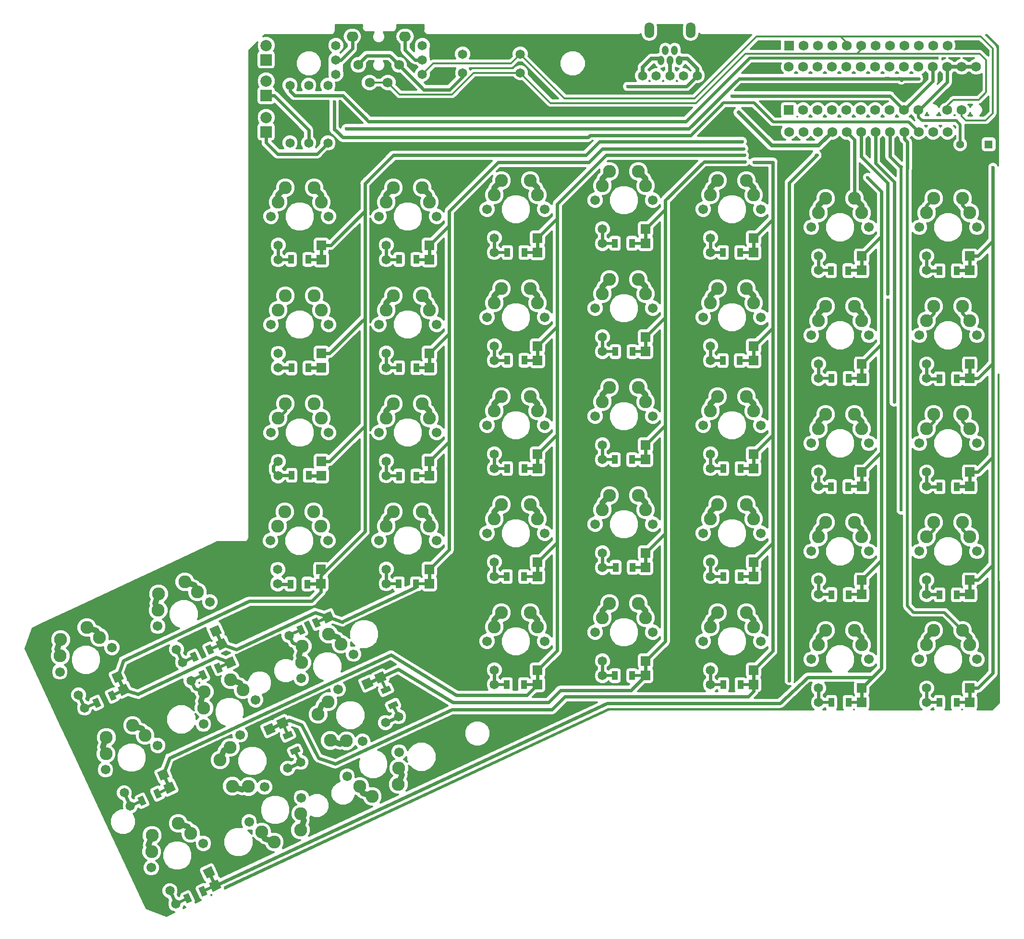
<source format=gbr>
G04 #@! TF.GenerationSoftware,KiCad,Pcbnew,(5.0.1)-rc2*
G04 #@! TF.CreationDate,2018-10-18T10:44:41+02:00*
G04 #@! TF.ProjectId,ErgoDone,4572676F446F6E652E6B696361645F70,rev?*
G04 #@! TF.SameCoordinates,Original*
G04 #@! TF.FileFunction,Copper,L1,Top,Signal*
G04 #@! TF.FilePolarity,Positive*
%FSLAX46Y46*%
G04 Gerber Fmt 4.6, Leading zero omitted, Abs format (unit mm)*
G04 Created by KiCad (PCBNEW (5.0.1)-rc2) date 2018-10-18 10:44:41*
%MOMM*%
%LPD*%
G01*
G04 APERTURE LIST*
G04 #@! TA.AperFunction,ComponentPad*
%ADD10R,1.651000X1.651000*%
G04 #@! TD*
G04 #@! TA.AperFunction,ComponentPad*
%ADD11C,1.651000*%
G04 #@! TD*
G04 #@! TA.AperFunction,ComponentPad*
%ADD12C,2.286000*%
G04 #@! TD*
G04 #@! TA.AperFunction,ViaPad*
%ADD13C,1.701800*%
G04 #@! TD*
G04 #@! TA.AperFunction,Conductor*
%ADD14C,0.150000*%
G04 #@! TD*
G04 #@! TA.AperFunction,ComponentPad*
%ADD15R,1.400000X1.400000*%
G04 #@! TD*
G04 #@! TA.AperFunction,ComponentPad*
%ADD16C,1.400000*%
G04 #@! TD*
G04 #@! TA.AperFunction,ComponentPad*
%ADD17O,1.143000X1.651000*%
G04 #@! TD*
G04 #@! TA.AperFunction,ComponentPad*
%ADD18O,1.701800X2.794000*%
G04 #@! TD*
G04 #@! TA.AperFunction,ComponentPad*
%ADD19O,2.057400X1.752600*%
G04 #@! TD*
G04 #@! TA.AperFunction,ComponentPad*
%ADD20C,1.752600*%
G04 #@! TD*
G04 #@! TA.AperFunction,ComponentPad*
%ADD21R,2.000000X2.000000*%
G04 #@! TD*
G04 #@! TA.AperFunction,ComponentPad*
%ADD22C,2.000000*%
G04 #@! TD*
G04 #@! TA.AperFunction,ComponentPad*
%ADD23R,1.752600X1.752600*%
G04 #@! TD*
G04 #@! TA.AperFunction,SMDPad,CuDef*
%ADD24R,1.000000X1.600000*%
G04 #@! TD*
G04 #@! TA.AperFunction,SMDPad,CuDef*
%ADD25C,1.000000*%
G04 #@! TD*
G04 #@! TA.AperFunction,ViaPad*
%ADD26C,0.609600*%
G04 #@! TD*
G04 #@! TA.AperFunction,Conductor*
%ADD27C,0.508000*%
G04 #@! TD*
G04 #@! TA.AperFunction,Conductor*
%ADD28C,0.609600*%
G04 #@! TD*
G04 #@! TA.AperFunction,Conductor*
%ADD29C,0.304800*%
G04 #@! TD*
G04 #@! TA.AperFunction,Conductor*
%ADD30C,1.016000*%
G04 #@! TD*
G04 #@! TA.AperFunction,Conductor*
%ADD31C,0.406400*%
G04 #@! TD*
G04 #@! TA.AperFunction,Conductor*
%ADD32C,0.812800*%
G04 #@! TD*
G04 #@! TA.AperFunction,Conductor*
%ADD33C,0.711200*%
G04 #@! TD*
G04 #@! TA.AperFunction,NonConductor*
%ADD34C,0.304800*%
G04 #@! TD*
G04 APERTURE END LIST*
D10*
G04 #@! TO.P,SW2:13,4*
G04 #@! TO.N,/COL0*
X190500000Y-131772660D03*
D11*
G04 #@! TO.P,SW2:13,3*
G04 #@! TO.N,Net-(D77-Pad1)*
X182880000Y-131772660D03*
D10*
G04 #@! TO.P,SW2:13,4*
G04 #@! TO.N,/COL0*
X190500000Y-129232660D03*
D11*
G04 #@! TO.P,SW2:13,3*
G04 #@! TO.N,Net-(D77-Pad1)*
X182880000Y-129232660D03*
D12*
G04 #@! TO.P,SW2:13,2*
X184150000Y-119072660D03*
G04 #@! TO.P,SW2:13,1*
G04 #@! TO.N,/ROW2*
X190500000Y-121612660D03*
D13*
G04 #@! TD*
G04 #@! TO.N,N/C*
G04 #@! TO.C,SW2:13*
X191770000Y-124152660D03*
G04 #@! TO.N,N/C*
G04 #@! TO.C,SW2:13*
X181610000Y-124152660D03*
D12*
G04 #@! TD*
G04 #@! TO.P,SW2:13,2*
G04 #@! TO.N,Net-(D77-Pad1)*
X182880000Y-121612660D03*
G04 #@! TO.P,SW2:13,1*
G04 #@! TO.N,/ROW2*
X189230000Y-119072660D03*
G04 #@! TD*
D10*
G04 #@! TO.P,SW3:13,4*
G04 #@! TO.N,/COL0*
X190500000Y-112722660D03*
D11*
G04 #@! TO.P,SW3:13,3*
G04 #@! TO.N,Net-(D75-Pad1)*
X182880000Y-112722660D03*
D10*
G04 #@! TO.P,SW3:13,4*
G04 #@! TO.N,/COL0*
X190500000Y-110182660D03*
D11*
G04 #@! TO.P,SW3:13,3*
G04 #@! TO.N,Net-(D75-Pad1)*
X182880000Y-110182660D03*
D12*
G04 #@! TO.P,SW3:13,2*
X184150000Y-100022660D03*
G04 #@! TO.P,SW3:13,1*
G04 #@! TO.N,/ROW3*
X190500000Y-102562660D03*
D13*
G04 #@! TD*
G04 #@! TO.N,N/C*
G04 #@! TO.C,SW3:13*
X191770000Y-105102660D03*
G04 #@! TO.N,N/C*
G04 #@! TO.C,SW3:13*
X181610000Y-105102660D03*
D12*
G04 #@! TD*
G04 #@! TO.P,SW3:13,2*
G04 #@! TO.N,Net-(D75-Pad1)*
X182880000Y-102562660D03*
G04 #@! TO.P,SW3:13,1*
G04 #@! TO.N,/ROW3*
X189230000Y-100022660D03*
G04 #@! TD*
D10*
G04 #@! TO.P,SW4:13,4*
G04 #@! TO.N,/COL0*
X190500000Y-93672660D03*
D11*
G04 #@! TO.P,SW4:13,3*
G04 #@! TO.N,Net-(D73-Pad1)*
X182880000Y-93672660D03*
D10*
G04 #@! TO.P,SW4:13,4*
G04 #@! TO.N,/COL0*
X190500000Y-91132660D03*
D11*
G04 #@! TO.P,SW4:13,3*
G04 #@! TO.N,Net-(D73-Pad1)*
X182880000Y-91132660D03*
D12*
G04 #@! TO.P,SW4:13,2*
X184150000Y-80972660D03*
G04 #@! TO.P,SW4:13,1*
G04 #@! TO.N,/ROW4*
X190500000Y-83512660D03*
D13*
G04 #@! TD*
G04 #@! TO.N,N/C*
G04 #@! TO.C,SW4:13*
X191770000Y-86052660D03*
G04 #@! TO.N,N/C*
G04 #@! TO.C,SW4:13*
X181610000Y-86052660D03*
D12*
G04 #@! TD*
G04 #@! TO.P,SW4:13,2*
G04 #@! TO.N,Net-(D73-Pad1)*
X182880000Y-83512660D03*
G04 #@! TO.P,SW4:13,1*
G04 #@! TO.N,/ROW4*
X189230000Y-80972660D03*
G04 #@! TD*
D10*
G04 #@! TO.P,SW5:13,4*
G04 #@! TO.N,/COL0*
X190500000Y-74625200D03*
D11*
G04 #@! TO.P,SW5:13,3*
G04 #@! TO.N,Net-(D71-Pad1)*
X182880000Y-74625200D03*
D10*
G04 #@! TO.P,SW5:13,4*
G04 #@! TO.N,/COL0*
X190500000Y-72085200D03*
D11*
G04 #@! TO.P,SW5:13,3*
G04 #@! TO.N,Net-(D71-Pad1)*
X182880000Y-72085200D03*
D12*
G04 #@! TO.P,SW5:13,2*
X184150000Y-61925200D03*
G04 #@! TO.P,SW5:13,1*
G04 #@! TO.N,/ROW5*
X190500000Y-64465200D03*
D13*
G04 #@! TD*
G04 #@! TO.N,N/C*
G04 #@! TO.C,SW5:13*
X191770000Y-67005200D03*
G04 #@! TO.N,N/C*
G04 #@! TO.C,SW5:13*
X181610000Y-67005200D03*
D12*
G04 #@! TD*
G04 #@! TO.P,SW5:13,2*
G04 #@! TO.N,Net-(D71-Pad1)*
X182880000Y-64465200D03*
G04 #@! TO.P,SW5:13,1*
G04 #@! TO.N,/ROW5*
X189230000Y-61925200D03*
G04 #@! TD*
G04 #@! TO.P,SW4:7,1*
G04 #@! TO.N,/ROW4*
X74932540Y-79082900D03*
G04 #@! TO.P,SW4:7,2*
G04 #@! TO.N,Net-(D3-Pad1)*
X68582540Y-81622900D03*
D13*
G04 #@! TD*
G04 #@! TO.N,N/C*
G04 #@! TO.C,SW4:7*
X67312540Y-84162900D03*
G04 #@! TO.N,N/C*
G04 #@! TO.C,SW4:7*
X77472540Y-84162900D03*
D12*
G04 #@! TD*
G04 #@! TO.P,SW4:7,1*
G04 #@! TO.N,/ROW4*
X76202540Y-81622900D03*
G04 #@! TO.P,SW4:7,2*
G04 #@! TO.N,Net-(D3-Pad1)*
X69852540Y-79082900D03*
D11*
G04 #@! TO.P,SW4:7,3*
X68582540Y-89242900D03*
D10*
G04 #@! TO.P,SW4:7,4*
G04 #@! TO.N,/COL6*
X76202540Y-89242900D03*
D11*
G04 #@! TO.P,SW4:7,3*
G04 #@! TO.N,Net-(D3-Pad1)*
X68582540Y-91782900D03*
D10*
G04 #@! TO.P,SW4:7,4*
G04 #@! TO.N,/COL6*
X76202540Y-91782900D03*
G04 #@! TD*
G04 #@! TO.P,SW3:7,4*
G04 #@! TO.N,/COL6*
X76202540Y-110832900D03*
D11*
G04 #@! TO.P,SW3:7,3*
G04 #@! TO.N,Net-(D801-Pad1)*
X68582540Y-110832900D03*
D10*
G04 #@! TO.P,SW3:7,4*
G04 #@! TO.N,/COL6*
X76202540Y-108292900D03*
D11*
G04 #@! TO.P,SW3:7,3*
G04 #@! TO.N,Net-(D801-Pad1)*
X68582540Y-108292900D03*
D12*
G04 #@! TO.P,SW3:7,2*
X69852540Y-98132900D03*
G04 #@! TO.P,SW3:7,1*
G04 #@! TO.N,/ROW3*
X76202540Y-100672900D03*
D13*
G04 #@! TD*
G04 #@! TO.N,N/C*
G04 #@! TO.C,SW3:7*
X77472540Y-103212900D03*
G04 #@! TO.N,N/C*
G04 #@! TO.C,SW3:7*
X67312540Y-103212900D03*
D12*
G04 #@! TD*
G04 #@! TO.P,SW3:7,2*
G04 #@! TO.N,Net-(D801-Pad1)*
X68582540Y-100672900D03*
G04 #@! TO.P,SW3:7,1*
G04 #@! TO.N,/ROW3*
X74932540Y-98132900D03*
G04 #@! TD*
G04 #@! TO.P,SW2:7,1*
G04 #@! TO.N,/ROW2*
X74846495Y-117200646D03*
G04 #@! TO.P,SW2:7,2*
G04 #@! TO.N,Net-(D5-Pad1)*
X68496495Y-119740646D03*
D13*
G04 #@! TD*
G04 #@! TO.N,N/C*
G04 #@! TO.C,SW2:7*
X67226495Y-122280646D03*
G04 #@! TO.N,N/C*
G04 #@! TO.C,SW2:7*
X77386495Y-122280646D03*
D12*
G04 #@! TD*
G04 #@! TO.P,SW2:7,1*
G04 #@! TO.N,/ROW2*
X76116495Y-119740646D03*
G04 #@! TO.P,SW2:7,2*
G04 #@! TO.N,Net-(D5-Pad1)*
X69766495Y-117200646D03*
D11*
G04 #@! TO.P,SW2:7,3*
X68496495Y-127360646D03*
D10*
G04 #@! TO.P,SW2:7,4*
G04 #@! TO.N,/COL6*
X76116495Y-127360646D03*
D11*
G04 #@! TO.P,SW2:7,3*
G04 #@! TO.N,Net-(D5-Pad1)*
X68496495Y-129900646D03*
D10*
G04 #@! TO.P,SW2:7,4*
G04 #@! TO.N,/COL6*
X76116495Y-129900646D03*
G04 #@! TD*
D12*
G04 #@! TO.P,SW2:8,1*
G04 #@! TO.N,/ROW2*
X93980000Y-117167660D03*
G04 #@! TO.P,SW2:8,2*
G04 #@! TO.N,Net-(D17-Pad1)*
X87630000Y-119707660D03*
D13*
G04 #@! TD*
G04 #@! TO.N,N/C*
G04 #@! TO.C,SW2:8*
X86360000Y-122247660D03*
G04 #@! TO.N,N/C*
G04 #@! TO.C,SW2:8*
X96520000Y-122247660D03*
D12*
G04 #@! TD*
G04 #@! TO.P,SW2:8,1*
G04 #@! TO.N,/ROW2*
X95250000Y-119707660D03*
G04 #@! TO.P,SW2:8,2*
G04 #@! TO.N,Net-(D17-Pad1)*
X88900000Y-117167660D03*
D11*
G04 #@! TO.P,SW2:8,3*
X87630000Y-127327660D03*
D10*
G04 #@! TO.P,SW2:8,4*
G04 #@! TO.N,/COL5*
X95250000Y-127327660D03*
D11*
G04 #@! TO.P,SW2:8,3*
G04 #@! TO.N,Net-(D17-Pad1)*
X87630000Y-129867660D03*
D10*
G04 #@! TO.P,SW2:8,4*
G04 #@! TO.N,/COL5*
X95250000Y-129867660D03*
G04 #@! TD*
D12*
G04 #@! TO.P,SW0:8,1*
G04 #@! TO.N,/ROW0*
X52118441Y-129541946D03*
G04 #@! TO.P,SW0:8,2*
G04 #@! TO.N,Net-(D21-Pad1)*
X47436837Y-134527594D03*
D13*
G04 #@! TD*
G04 #@! TO.N,N/C*
G04 #@! TO.C,SW0:8*
X47359276Y-137366341D03*
G04 #@! TO.N,N/C*
G04 #@! TO.C,SW0:8*
X56567364Y-133072539D03*
D12*
G04 #@! TD*
G04 #@! TO.P,SW0:8,1*
G04 #@! TO.N,/ROW0*
X54342902Y-131307243D03*
G04 #@! TO.P,SW0:8,2*
G04 #@! TO.N,Net-(D21-Pad1)*
X47514397Y-131688847D03*
D11*
G04 #@! TO.P,SW0:8,3*
X50657188Y-141433659D03*
G04 #@! TO.P,SW0:8,4*
G04 #@! TO.N,/COL5*
X57563253Y-138213308D03*
D14*
G04 #@! TD*
G04 #@! TO.N,/COL5*
G04 #@! TO.C,SW0:8*
G36*
X57163967Y-139310336D02*
X56466225Y-137814022D01*
X57962539Y-137116280D01*
X58660281Y-138612594D01*
X57163967Y-139310336D01*
X57163967Y-139310336D01*
G37*
D11*
G04 #@! TO.P,SW0:8,3*
G04 #@! TO.N,Net-(D21-Pad1)*
X51730638Y-143735681D03*
G04 #@! TO.P,SW0:8,4*
G04 #@! TO.N,/COL5*
X58636704Y-140515330D03*
D14*
G04 #@! TD*
G04 #@! TO.N,/COL5*
G04 #@! TO.C,SW0:8*
G36*
X58237418Y-141612358D02*
X57539676Y-140116044D01*
X59035990Y-139418302D01*
X59733732Y-140914616D01*
X58237418Y-141612358D01*
X58237418Y-141612358D01*
G37*
D15*
G04 #@! TO.P,C1,1*
G04 #@! TO.N,VCC*
X193827400Y-52374800D03*
D16*
G04 #@! TO.P,C1,2*
G04 #@! TO.N,GND*
X188827400Y-52374800D03*
G04 #@! TD*
D17*
G04 #@! TO.P,J1,1*
G04 #@! TO.N,VCC*
X136042400Y-37553900D03*
G04 #@! TO.P,J1,2*
G04 #@! TO.N,Net-(J1-Pad2)*
X136842500Y-35806380D03*
G04 #@! TO.P,J1,3*
G04 #@! TO.N,Net-(J1-Pad3)*
X137642600Y-37553900D03*
G04 #@! TO.P,J1,4*
G04 #@! TO.N,Net-(J1-Pad4)*
X138442700Y-35806380D03*
G04 #@! TO.P,J1,5*
G04 #@! TO.N,GND*
X139242800Y-37553900D03*
D18*
G04 #@! TO.P,J1,6*
G04 #@! TO.N,Net-(J1-Pad6)*
X141290040Y-32230060D03*
X133995160Y-32230060D03*
D11*
G04 #@! TO.P,J1,2*
G04 #@! TO.N,Net-(J1-Pad2)*
X135229600Y-40259000D03*
G04 #@! TO.P,J1,1*
G04 #@! TO.N,VCC*
X132816600Y-40259000D03*
G04 #@! TO.P,J1,3*
G04 #@! TO.N,Net-(J1-Pad3)*
X137642600Y-40259000D03*
G04 #@! TO.P,J1,5*
G04 #@! TO.N,GND*
X142468600Y-40259000D03*
G04 #@! TO.P,J1,4*
G04 #@! TO.N,Net-(J1-Pad4)*
X140055600Y-40259000D03*
G04 #@! TD*
D19*
G04 #@! TO.P,J2,1*
G04 #@! TO.N,Net-(J2-Pad1)*
X90957400Y-33375600D03*
D20*
G04 #@! TO.P,J2,2*
G04 #@! TO.N,VCC*
X82702400Y-38379400D03*
G04 #@! TO.P,J2,3*
G04 #@! TO.N,/SCLM*
X87909400Y-41478200D03*
D19*
G04 #@! TO.P,J2,4*
G04 #@! TO.N,Net-(J2-Pad4)*
X81661000Y-33375600D03*
D20*
G04 #@! TO.P,J2,5*
G04 #@! TO.N,/SCLM*
X84709000Y-41478200D03*
G04 #@! TO.P,J2,6*
G04 #@! TO.N,VCC*
X89916000Y-38379400D03*
G04 #@! TD*
D11*
G04 #@! TO.P,J3,1*
G04 #@! TO.N,/SDAM*
X93980000Y-40005000D03*
G04 #@! TO.P,J3,2*
G04 #@! TO.N,Net-(J2-Pad1)*
X93980000Y-37465000D03*
G04 #@! TO.P,J3,3*
G04 #@! TO.N,GND*
X93980000Y-34925000D03*
G04 #@! TD*
G04 #@! TO.P,J4,1*
G04 #@! TO.N,/SDAM*
X78740000Y-40005000D03*
G04 #@! TO.P,J4,2*
G04 #@! TO.N,Net-(J2-Pad4)*
X78740000Y-37465000D03*
G04 #@! TO.P,J4,3*
G04 #@! TO.N,GND*
X78740000Y-34925000D03*
G04 #@! TD*
D21*
G04 #@! TO.P,LED_A1,1*
G04 #@! TO.N,Net-(LED_A1-Pad1)*
X66465000Y-37465000D03*
D22*
G04 #@! TO.P,LED_A1,2*
G04 #@! TO.N,GND*
X66465000Y-34925000D03*
G04 #@! TD*
D21*
G04 #@! TO.P,LED_B1,1*
G04 #@! TO.N,Net-(LED_B1-Pad1)*
X66465000Y-43765000D03*
D22*
G04 #@! TO.P,LED_B1,2*
G04 #@! TO.N,GND*
X66465000Y-41225000D03*
G04 #@! TD*
D21*
G04 #@! TO.P,LED_C1,1*
G04 #@! TO.N,Net-(LED_C1-Pad1)*
X66465000Y-50165000D03*
D22*
G04 #@! TO.P,LED_C1,2*
G04 #@! TO.N,GND*
X66465000Y-47625000D03*
G04 #@! TD*
D11*
G04 #@! TO.P,R1,1*
G04 #@! TO.N,VCC*
X101085000Y-36465000D03*
G04 #@! TO.P,R1,2*
G04 #@! TO.N,/SDAM*
X111245000Y-36465000D03*
G04 #@! TD*
G04 #@! TO.P,R2,1*
G04 #@! TO.N,VCC*
X101092000Y-39751000D03*
G04 #@! TO.P,R2,2*
G04 #@! TO.N,/SCLM*
X111252000Y-39751000D03*
G04 #@! TD*
G04 #@! TO.P,RA1,1*
G04 #@! TO.N,/LED_A*
X70665000Y-41985000D03*
G04 #@! TO.P,RA1,2*
G04 #@! TO.N,Net-(LED_A1-Pad1)*
X70665000Y-52145000D03*
G04 #@! TD*
G04 #@! TO.P,RB1,1*
G04 #@! TO.N,/LED_B*
X73965000Y-41985000D03*
G04 #@! TO.P,RB1,2*
G04 #@! TO.N,Net-(LED_B1-Pad1)*
X73965000Y-52145000D03*
G04 #@! TD*
G04 #@! TO.P,RC1,1*
G04 #@! TO.N,/LED_C*
X77365000Y-41985000D03*
G04 #@! TO.P,RC1,2*
G04 #@! TO.N,Net-(LED_C1-Pad1)*
X77365000Y-52145000D03*
G04 #@! TD*
D12*
G04 #@! TO.P,SW0:7,1*
G04 #@! TO.N,/ROW0*
X34854061Y-137591206D03*
G04 #@! TO.P,SW0:7,2*
G04 #@! TO.N,Net-(D10-Pad1)*
X30172457Y-142576854D03*
D13*
G04 #@! TD*
G04 #@! TO.N,N/C*
G04 #@! TO.C,SW0:7*
X30094896Y-145415601D03*
G04 #@! TO.N,N/C*
G04 #@! TO.C,SW0:7*
X39302984Y-141121799D03*
D12*
G04 #@! TD*
G04 #@! TO.P,SW0:7,1*
G04 #@! TO.N,/ROW0*
X37078522Y-139356503D03*
G04 #@! TO.P,SW0:7,2*
G04 #@! TO.N,Net-(D10-Pad1)*
X30250017Y-139738107D03*
D11*
G04 #@! TO.P,SW0:7,3*
X33392808Y-149482919D03*
G04 #@! TO.P,SW0:7,4*
G04 #@! TO.N,/COL6*
X40298873Y-146262568D03*
D14*
G04 #@! TD*
G04 #@! TO.N,/COL6*
G04 #@! TO.C,SW0:7*
G36*
X39899587Y-147359596D02*
X39201845Y-145863282D01*
X40698159Y-145165540D01*
X41395901Y-146661854D01*
X39899587Y-147359596D01*
X39899587Y-147359596D01*
G37*
D11*
G04 #@! TO.P,SW0:7,3*
G04 #@! TO.N,Net-(D10-Pad1)*
X34466258Y-151784941D03*
G04 #@! TO.P,SW0:7,4*
G04 #@! TO.N,/COL6*
X41372324Y-148564590D03*
D14*
G04 #@! TD*
G04 #@! TO.N,/COL6*
G04 #@! TO.C,SW0:7*
G36*
X40973038Y-149661618D02*
X40275296Y-148165304D01*
X41771610Y-147467562D01*
X42469352Y-148963876D01*
X40973038Y-149661618D01*
X40973038Y-149661618D01*
G37*
D12*
G04 #@! TO.P,SW0:9,1*
G04 #@! TO.N,/ROW0*
X42903321Y-154855586D03*
G04 #@! TO.P,SW0:9,2*
G04 #@! TO.N,Net-(D33-Pad1)*
X38221717Y-159841234D03*
D13*
G04 #@! TD*
G04 #@! TO.N,N/C*
G04 #@! TO.C,SW0:9*
X38144156Y-162679981D03*
G04 #@! TO.N,N/C*
G04 #@! TO.C,SW0:9*
X47352244Y-158386179D03*
D12*
G04 #@! TD*
G04 #@! TO.P,SW0:9,1*
G04 #@! TO.N,/ROW0*
X45127782Y-156620883D03*
G04 #@! TO.P,SW0:9,2*
G04 #@! TO.N,Net-(D33-Pad1)*
X38299277Y-157002487D03*
D11*
G04 #@! TO.P,SW0:9,3*
X41442068Y-166747299D03*
G04 #@! TO.P,SW0:9,4*
G04 #@! TO.N,/COL4*
X48348133Y-163526948D03*
D14*
G04 #@! TD*
G04 #@! TO.N,/COL4*
G04 #@! TO.C,SW0:9*
G36*
X47948847Y-164623976D02*
X47251105Y-163127662D01*
X48747419Y-162429920D01*
X49445161Y-163926234D01*
X47948847Y-164623976D01*
X47948847Y-164623976D01*
G37*
D11*
G04 #@! TO.P,SW0:9,3*
G04 #@! TO.N,Net-(D33-Pad1)*
X42515518Y-169049321D03*
G04 #@! TO.P,SW0:9,4*
G04 #@! TO.N,/COL4*
X49421584Y-165828970D03*
D14*
G04 #@! TD*
G04 #@! TO.N,/COL4*
G04 #@! TO.C,SW0:9*
G36*
X49022298Y-166925998D02*
X48324556Y-165429684D01*
X49820870Y-164731942D01*
X50518612Y-166228256D01*
X49022298Y-166925998D01*
X49022298Y-166925998D01*
G37*
D12*
G04 #@! TO.P,SW0:10,1*
G04 #@! TO.N,/ROW0*
X75625366Y-152910359D03*
G04 #@! TO.P,SW0:10,2*
G04 #@! TO.N,Net-(D45-Pad1)*
X80611014Y-157591963D03*
D13*
G04 #@! TD*
G04 #@! TO.N,N/C*
G04 #@! TO.C,SW0:10*
X83449761Y-157669524D03*
G04 #@! TO.N,N/C*
G04 #@! TO.C,SW0:10*
X79155959Y-148461436D03*
D12*
G04 #@! TD*
G04 #@! TO.P,SW0:10,1*
G04 #@! TO.N,/ROW0*
X77390663Y-150685898D03*
G04 #@! TO.P,SW0:10,2*
G04 #@! TO.N,Net-(D45-Pad1)*
X77772267Y-157514403D03*
D11*
G04 #@! TO.P,SW0:10,3*
X87517079Y-154371612D03*
G04 #@! TO.P,SW0:10,4*
G04 #@! TO.N,/COL10*
X84296728Y-147465547D03*
D14*
G04 #@! TD*
G04 #@! TO.N,/COL10*
G04 #@! TO.C,SW0:10*
G36*
X85393756Y-147864833D02*
X83897442Y-148562575D01*
X83199700Y-147066261D01*
X84696014Y-146368519D01*
X85393756Y-147864833D01*
X85393756Y-147864833D01*
G37*
D11*
G04 #@! TO.P,SW0:10,3*
G04 #@! TO.N,Net-(D45-Pad1)*
X89819101Y-153298162D03*
G04 #@! TO.P,SW0:10,4*
G04 #@! TO.N,/COL10*
X86598750Y-146392096D03*
D14*
G04 #@! TD*
G04 #@! TO.N,/COL10*
G04 #@! TO.C,SW0:10*
G36*
X87695778Y-146791382D02*
X86199464Y-147489124D01*
X85501722Y-145992810D01*
X86998036Y-145295068D01*
X87695778Y-146791382D01*
X87695778Y-146791382D01*
G37*
D12*
G04 #@! TO.P,SW0:11,1*
G04 #@! TO.N,/ROW0*
X58360986Y-160962159D03*
G04 #@! TO.P,SW0:11,2*
G04 #@! TO.N,Net-(D57-Pad1)*
X63346634Y-165643763D03*
D13*
G04 #@! TD*
G04 #@! TO.N,N/C*
G04 #@! TO.C,SW0:11*
X66185381Y-165721324D03*
G04 #@! TO.N,N/C*
G04 #@! TO.C,SW0:11*
X61891579Y-156513236D03*
D12*
G04 #@! TD*
G04 #@! TO.P,SW0:11,1*
G04 #@! TO.N,/ROW0*
X60126283Y-158737698D03*
G04 #@! TO.P,SW0:11,2*
G04 #@! TO.N,Net-(D57-Pad1)*
X60507887Y-165566203D03*
D11*
G04 #@! TO.P,SW0:11,3*
X70252699Y-162423412D03*
G04 #@! TO.P,SW0:11,4*
G04 #@! TO.N,/COL11*
X67032348Y-155517347D03*
D14*
G04 #@! TD*
G04 #@! TO.N,/COL11*
G04 #@! TO.C,SW0:11*
G36*
X68129376Y-155916633D02*
X66633062Y-156614375D01*
X65935320Y-155118061D01*
X67431634Y-154420319D01*
X68129376Y-155916633D01*
X68129376Y-155916633D01*
G37*
D11*
G04 #@! TO.P,SW0:11,3*
G04 #@! TO.N,Net-(D57-Pad1)*
X72554721Y-161349962D03*
G04 #@! TO.P,SW0:11,4*
G04 #@! TO.N,/COL11*
X69334370Y-154443896D03*
D14*
G04 #@! TD*
G04 #@! TO.N,/COL11*
G04 #@! TO.C,SW0:11*
G36*
X70431398Y-154843182D02*
X68935084Y-155540924D01*
X68237342Y-154044610D01*
X69733656Y-153346868D01*
X70431398Y-154843182D01*
X70431398Y-154843182D01*
G37*
D12*
G04 #@! TO.P,SW0:12,1*
G04 #@! TO.N,/ROW0*
X50955121Y-172122506D03*
G04 #@! TO.P,SW0:12,2*
G04 #@! TO.N,Net-(D69-Pad1)*
X46273517Y-177108154D03*
D13*
G04 #@! TD*
G04 #@! TO.N,N/C*
G04 #@! TO.C,SW0:12*
X46195956Y-179946901D03*
G04 #@! TO.N,N/C*
G04 #@! TO.C,SW0:12*
X55404044Y-175653099D03*
D12*
G04 #@! TD*
G04 #@! TO.P,SW0:12,1*
G04 #@! TO.N,/ROW0*
X53179582Y-173887803D03*
G04 #@! TO.P,SW0:12,2*
G04 #@! TO.N,Net-(D69-Pad1)*
X46351077Y-174269407D03*
D11*
G04 #@! TO.P,SW0:12,3*
X49493868Y-184014219D03*
G04 #@! TO.P,SW0:12,4*
G04 #@! TO.N,/COL1*
X56399933Y-180793868D03*
D14*
G04 #@! TD*
G04 #@! TO.N,/COL1*
G04 #@! TO.C,SW0:12*
G36*
X56000647Y-181890896D02*
X55302905Y-180394582D01*
X56799219Y-179696840D01*
X57496961Y-181193154D01*
X56000647Y-181890896D01*
X56000647Y-181890896D01*
G37*
D11*
G04 #@! TO.P,SW0:12,3*
G04 #@! TO.N,Net-(D69-Pad1)*
X50567318Y-186316241D03*
G04 #@! TO.P,SW0:12,4*
G04 #@! TO.N,/COL1*
X57473384Y-183095890D03*
D14*
G04 #@! TD*
G04 #@! TO.N,/COL1*
G04 #@! TO.C,SW0:12*
G36*
X57074098Y-184192918D02*
X56376356Y-182696604D01*
X57872670Y-181998862D01*
X58570412Y-183495176D01*
X57074098Y-184192918D01*
X57074098Y-184192918D01*
G37*
D12*
G04 #@! TO.P,SW1:9,1*
G04 #@! TO.N,/ROW1*
X113030000Y-134947660D03*
G04 #@! TO.P,SW1:9,2*
G04 #@! TO.N,Net-(D31-Pad1)*
X106680000Y-137487660D03*
D13*
G04 #@! TD*
G04 #@! TO.N,N/C*
G04 #@! TO.C,SW1:9*
X105410000Y-140027660D03*
G04 #@! TO.N,N/C*
G04 #@! TO.C,SW1:9*
X115570000Y-140027660D03*
D12*
G04 #@! TD*
G04 #@! TO.P,SW1:9,1*
G04 #@! TO.N,/ROW1*
X114300000Y-137487660D03*
G04 #@! TO.P,SW1:9,2*
G04 #@! TO.N,Net-(D31-Pad1)*
X107950000Y-134947660D03*
D11*
G04 #@! TO.P,SW1:9,3*
X106680000Y-145107660D03*
D10*
G04 #@! TO.P,SW1:9,4*
G04 #@! TO.N,/COL4*
X114300000Y-145107660D03*
D11*
G04 #@! TO.P,SW1:9,3*
G04 #@! TO.N,Net-(D31-Pad1)*
X106680000Y-147647660D03*
D10*
G04 #@! TO.P,SW1:9,4*
G04 #@! TO.N,/COL4*
X114300000Y-147647660D03*
G04 #@! TD*
D12*
G04 #@! TO.P,SW1:10,1*
G04 #@! TO.N,/ROW1*
X132080000Y-133350000D03*
G04 #@! TO.P,SW1:10,2*
G04 #@! TO.N,Net-(D43-Pad1)*
X125730000Y-135890000D03*
D13*
G04 #@! TD*
G04 #@! TO.N,N/C*
G04 #@! TO.C,SW1:10*
X124460000Y-138430000D03*
G04 #@! TO.N,N/C*
G04 #@! TO.C,SW1:10*
X134620000Y-138430000D03*
D12*
G04 #@! TD*
G04 #@! TO.P,SW1:10,1*
G04 #@! TO.N,/ROW1*
X133350000Y-135890000D03*
G04 #@! TO.P,SW1:10,2*
G04 #@! TO.N,Net-(D43-Pad1)*
X127000000Y-133350000D03*
D11*
G04 #@! TO.P,SW1:10,3*
X125730000Y-143510000D03*
D10*
G04 #@! TO.P,SW1:10,4*
G04 #@! TO.N,/COL10*
X133350000Y-143510000D03*
D11*
G04 #@! TO.P,SW1:10,3*
G04 #@! TO.N,Net-(D43-Pad1)*
X125730000Y-146050000D03*
D10*
G04 #@! TO.P,SW1:10,4*
G04 #@! TO.N,/COL10*
X133350000Y-146050000D03*
G04 #@! TD*
D12*
G04 #@! TO.P,SW1:11,1*
G04 #@! TO.N,/ROW1*
X151130000Y-134947660D03*
G04 #@! TO.P,SW1:11,2*
G04 #@! TO.N,Net-(D55-Pad1)*
X144780000Y-137487660D03*
D13*
G04 #@! TD*
G04 #@! TO.N,N/C*
G04 #@! TO.C,SW1:11*
X143510000Y-140027660D03*
G04 #@! TO.N,N/C*
G04 #@! TO.C,SW1:11*
X153670000Y-140027660D03*
D12*
G04 #@! TD*
G04 #@! TO.P,SW1:11,1*
G04 #@! TO.N,/ROW1*
X152400000Y-137487660D03*
G04 #@! TO.P,SW1:11,2*
G04 #@! TO.N,Net-(D55-Pad1)*
X146050000Y-134947660D03*
D11*
G04 #@! TO.P,SW1:11,3*
X144780000Y-145107660D03*
D10*
G04 #@! TO.P,SW1:11,4*
G04 #@! TO.N,/COL11*
X152400000Y-145107660D03*
D11*
G04 #@! TO.P,SW1:11,3*
G04 #@! TO.N,Net-(D55-Pad1)*
X144780000Y-147647660D03*
D10*
G04 #@! TO.P,SW1:11,4*
G04 #@! TO.N,/COL11*
X152400000Y-147647660D03*
G04 #@! TD*
D12*
G04 #@! TO.P,SW1:12,1*
G04 #@! TO.N,/ROW1*
X170180000Y-138122660D03*
G04 #@! TO.P,SW1:12,2*
G04 #@! TO.N,Net-(D67-Pad1)*
X163830000Y-140662660D03*
D13*
G04 #@! TD*
G04 #@! TO.N,N/C*
G04 #@! TO.C,SW1:12*
X162560000Y-143202660D03*
G04 #@! TO.N,N/C*
G04 #@! TO.C,SW1:12*
X172720000Y-143202660D03*
D12*
G04 #@! TD*
G04 #@! TO.P,SW1:12,1*
G04 #@! TO.N,/ROW1*
X171450000Y-140662660D03*
G04 #@! TO.P,SW1:12,2*
G04 #@! TO.N,Net-(D67-Pad1)*
X165100000Y-138122660D03*
D11*
G04 #@! TO.P,SW1:12,3*
X163830000Y-148282660D03*
D10*
G04 #@! TO.P,SW1:12,4*
G04 #@! TO.N,/COL1*
X171450000Y-148282660D03*
D11*
G04 #@! TO.P,SW1:12,3*
G04 #@! TO.N,Net-(D67-Pad1)*
X163830000Y-150822660D03*
D10*
G04 #@! TO.P,SW1:12,4*
G04 #@! TO.N,/COL1*
X171450000Y-150822660D03*
G04 #@! TD*
D12*
G04 #@! TO.P,SW1:13,1*
G04 #@! TO.N,/ROW1*
X189230000Y-138122660D03*
G04 #@! TO.P,SW1:13,2*
G04 #@! TO.N,Net-(D79-Pad1)*
X182880000Y-140662660D03*
D13*
G04 #@! TD*
G04 #@! TO.N,N/C*
G04 #@! TO.C,SW1:13*
X181610000Y-143202660D03*
G04 #@! TO.N,N/C*
G04 #@! TO.C,SW1:13*
X191770000Y-143202660D03*
D12*
G04 #@! TD*
G04 #@! TO.P,SW1:13,1*
G04 #@! TO.N,/ROW1*
X190500000Y-140662660D03*
G04 #@! TO.P,SW1:13,2*
G04 #@! TO.N,Net-(D79-Pad1)*
X184150000Y-138122660D03*
D11*
G04 #@! TO.P,SW1:13,3*
X182880000Y-148282660D03*
D10*
G04 #@! TO.P,SW1:13,4*
G04 #@! TO.N,/COL0*
X190500000Y-148282660D03*
D11*
G04 #@! TO.P,SW1:13,3*
G04 #@! TO.N,Net-(D79-Pad1)*
X182880000Y-150822660D03*
D10*
G04 #@! TO.P,SW1:13,4*
G04 #@! TO.N,/COL0*
X190500000Y-150822660D03*
G04 #@! TD*
D12*
G04 #@! TO.P,SW2:9,1*
G04 #@! TO.N,/ROW2*
X113030000Y-115897660D03*
G04 #@! TO.P,SW2:9,2*
G04 #@! TO.N,Net-(D29-Pad1)*
X106680000Y-118437660D03*
D13*
G04 #@! TD*
G04 #@! TO.N,N/C*
G04 #@! TO.C,SW2:9*
X105410000Y-120977660D03*
G04 #@! TO.N,N/C*
G04 #@! TO.C,SW2:9*
X115570000Y-120977660D03*
D12*
G04 #@! TD*
G04 #@! TO.P,SW2:9,1*
G04 #@! TO.N,/ROW2*
X114300000Y-118437660D03*
G04 #@! TO.P,SW2:9,2*
G04 #@! TO.N,Net-(D29-Pad1)*
X107950000Y-115897660D03*
D11*
G04 #@! TO.P,SW2:9,3*
X106680000Y-126057660D03*
D10*
G04 #@! TO.P,SW2:9,4*
G04 #@! TO.N,/COL4*
X114300000Y-126057660D03*
D11*
G04 #@! TO.P,SW2:9,3*
G04 #@! TO.N,Net-(D29-Pad1)*
X106680000Y-128597660D03*
D10*
G04 #@! TO.P,SW2:9,4*
G04 #@! TO.N,/COL4*
X114300000Y-128597660D03*
G04 #@! TD*
D12*
G04 #@! TO.P,SW2:10,1*
G04 #@! TO.N,/ROW2*
X132080000Y-114300000D03*
G04 #@! TO.P,SW2:10,2*
G04 #@! TO.N,Net-(D41-Pad1)*
X125730000Y-116840000D03*
D13*
G04 #@! TD*
G04 #@! TO.N,N/C*
G04 #@! TO.C,SW2:10*
X124460000Y-119380000D03*
G04 #@! TO.N,N/C*
G04 #@! TO.C,SW2:10*
X134620000Y-119380000D03*
D12*
G04 #@! TD*
G04 #@! TO.P,SW2:10,1*
G04 #@! TO.N,/ROW2*
X133350000Y-116840000D03*
G04 #@! TO.P,SW2:10,2*
G04 #@! TO.N,Net-(D41-Pad1)*
X127000000Y-114300000D03*
D11*
G04 #@! TO.P,SW2:10,3*
X125730000Y-124460000D03*
D10*
G04 #@! TO.P,SW2:10,4*
G04 #@! TO.N,/COL10*
X133350000Y-124460000D03*
D11*
G04 #@! TO.P,SW2:10,3*
G04 #@! TO.N,Net-(D41-Pad1)*
X125730000Y-127000000D03*
D10*
G04 #@! TO.P,SW2:10,4*
G04 #@! TO.N,/COL10*
X133350000Y-127000000D03*
G04 #@! TD*
D12*
G04 #@! TO.P,SW2:11,1*
G04 #@! TO.N,/ROW2*
X151130000Y-115897660D03*
G04 #@! TO.P,SW2:11,2*
G04 #@! TO.N,Net-(D53-Pad1)*
X144780000Y-118437660D03*
D13*
G04 #@! TD*
G04 #@! TO.N,N/C*
G04 #@! TO.C,SW2:11*
X143510000Y-120977660D03*
G04 #@! TO.N,N/C*
G04 #@! TO.C,SW2:11*
X153670000Y-120977660D03*
D12*
G04 #@! TD*
G04 #@! TO.P,SW2:11,1*
G04 #@! TO.N,/ROW2*
X152400000Y-118437660D03*
G04 #@! TO.P,SW2:11,2*
G04 #@! TO.N,Net-(D53-Pad1)*
X146050000Y-115897660D03*
D11*
G04 #@! TO.P,SW2:11,3*
X144780000Y-126057660D03*
D10*
G04 #@! TO.P,SW2:11,4*
G04 #@! TO.N,/COL11*
X152400000Y-126057660D03*
D11*
G04 #@! TO.P,SW2:11,3*
G04 #@! TO.N,Net-(D53-Pad1)*
X144780000Y-128597660D03*
D10*
G04 #@! TO.P,SW2:11,4*
G04 #@! TO.N,/COL11*
X152400000Y-128597660D03*
G04 #@! TD*
D12*
G04 #@! TO.P,SW2:12,1*
G04 #@! TO.N,/ROW2*
X170180000Y-119072660D03*
G04 #@! TO.P,SW2:12,2*
G04 #@! TO.N,Net-(D65-Pad1)*
X163830000Y-121612660D03*
D13*
G04 #@! TD*
G04 #@! TO.N,N/C*
G04 #@! TO.C,SW2:12*
X162560000Y-124152660D03*
G04 #@! TO.N,N/C*
G04 #@! TO.C,SW2:12*
X172720000Y-124152660D03*
D12*
G04 #@! TD*
G04 #@! TO.P,SW2:12,1*
G04 #@! TO.N,/ROW2*
X171450000Y-121612660D03*
G04 #@! TO.P,SW2:12,2*
G04 #@! TO.N,Net-(D65-Pad1)*
X165100000Y-119072660D03*
D11*
G04 #@! TO.P,SW2:12,3*
X163830000Y-129232660D03*
D10*
G04 #@! TO.P,SW2:12,4*
G04 #@! TO.N,/COL1*
X171450000Y-129232660D03*
D11*
G04 #@! TO.P,SW2:12,3*
G04 #@! TO.N,Net-(D65-Pad1)*
X163830000Y-131772660D03*
D10*
G04 #@! TO.P,SW2:12,4*
G04 #@! TO.N,/COL1*
X171450000Y-131772660D03*
G04 #@! TD*
D12*
G04 #@! TO.P,SW3:8,1*
G04 #@! TO.N,/ROW3*
X93980000Y-98117660D03*
G04 #@! TO.P,SW3:8,2*
G04 #@! TO.N,Net-(D15-Pad1)*
X87630000Y-100657660D03*
D13*
G04 #@! TD*
G04 #@! TO.N,N/C*
G04 #@! TO.C,SW3:8*
X86360000Y-103197660D03*
G04 #@! TO.N,N/C*
G04 #@! TO.C,SW3:8*
X96520000Y-103197660D03*
D12*
G04 #@! TD*
G04 #@! TO.P,SW3:8,1*
G04 #@! TO.N,/ROW3*
X95250000Y-100657660D03*
G04 #@! TO.P,SW3:8,2*
G04 #@! TO.N,Net-(D15-Pad1)*
X88900000Y-98117660D03*
D11*
G04 #@! TO.P,SW3:8,3*
X87630000Y-108277660D03*
D10*
G04 #@! TO.P,SW3:8,4*
G04 #@! TO.N,/COL5*
X95250000Y-108277660D03*
D11*
G04 #@! TO.P,SW3:8,3*
G04 #@! TO.N,Net-(D15-Pad1)*
X87630000Y-110817660D03*
D10*
G04 #@! TO.P,SW3:8,4*
G04 #@! TO.N,/COL5*
X95250000Y-110817660D03*
G04 #@! TD*
D12*
G04 #@! TO.P,SW3:9,1*
G04 #@! TO.N,/ROW3*
X113030000Y-96847660D03*
G04 #@! TO.P,SW3:9,2*
G04 #@! TO.N,Net-(D27-Pad1)*
X106680000Y-99387660D03*
D13*
G04 #@! TD*
G04 #@! TO.N,N/C*
G04 #@! TO.C,SW3:9*
X105410000Y-101927660D03*
G04 #@! TO.N,N/C*
G04 #@! TO.C,SW3:9*
X115570000Y-101927660D03*
D12*
G04 #@! TD*
G04 #@! TO.P,SW3:9,1*
G04 #@! TO.N,/ROW3*
X114300000Y-99387660D03*
G04 #@! TO.P,SW3:9,2*
G04 #@! TO.N,Net-(D27-Pad1)*
X107950000Y-96847660D03*
D11*
G04 #@! TO.P,SW3:9,3*
X106680000Y-107007660D03*
D10*
G04 #@! TO.P,SW3:9,4*
G04 #@! TO.N,/COL4*
X114300000Y-107007660D03*
D11*
G04 #@! TO.P,SW3:9,3*
G04 #@! TO.N,Net-(D27-Pad1)*
X106680000Y-109547660D03*
D10*
G04 #@! TO.P,SW3:9,4*
G04 #@! TO.N,/COL4*
X114300000Y-109547660D03*
G04 #@! TD*
D12*
G04 #@! TO.P,SW3:10,1*
G04 #@! TO.N,/ROW3*
X132080000Y-95250000D03*
G04 #@! TO.P,SW3:10,2*
G04 #@! TO.N,Net-(D39-Pad1)*
X125730000Y-97790000D03*
D13*
G04 #@! TD*
G04 #@! TO.N,N/C*
G04 #@! TO.C,SW3:10*
X124460000Y-100330000D03*
G04 #@! TO.N,N/C*
G04 #@! TO.C,SW3:10*
X134620000Y-100330000D03*
D12*
G04 #@! TD*
G04 #@! TO.P,SW3:10,1*
G04 #@! TO.N,/ROW3*
X133350000Y-97790000D03*
G04 #@! TO.P,SW3:10,2*
G04 #@! TO.N,Net-(D39-Pad1)*
X127000000Y-95250000D03*
D11*
G04 #@! TO.P,SW3:10,3*
X125730000Y-105410000D03*
D10*
G04 #@! TO.P,SW3:10,4*
G04 #@! TO.N,/COL10*
X133350000Y-105410000D03*
D11*
G04 #@! TO.P,SW3:10,3*
G04 #@! TO.N,Net-(D39-Pad1)*
X125730000Y-107950000D03*
D10*
G04 #@! TO.P,SW3:10,4*
G04 #@! TO.N,/COL10*
X133350000Y-107950000D03*
G04 #@! TD*
D12*
G04 #@! TO.P,SW3:11,1*
G04 #@! TO.N,/ROW3*
X151130000Y-96847660D03*
G04 #@! TO.P,SW3:11,2*
G04 #@! TO.N,Net-(D51-Pad1)*
X144780000Y-99387660D03*
D13*
G04 #@! TD*
G04 #@! TO.N,N/C*
G04 #@! TO.C,SW3:11*
X143510000Y-101927660D03*
G04 #@! TO.N,N/C*
G04 #@! TO.C,SW3:11*
X153670000Y-101927660D03*
D12*
G04 #@! TD*
G04 #@! TO.P,SW3:11,1*
G04 #@! TO.N,/ROW3*
X152400000Y-99387660D03*
G04 #@! TO.P,SW3:11,2*
G04 #@! TO.N,Net-(D51-Pad1)*
X146050000Y-96847660D03*
D11*
G04 #@! TO.P,SW3:11,3*
X144780000Y-107007660D03*
D10*
G04 #@! TO.P,SW3:11,4*
G04 #@! TO.N,/COL11*
X152400000Y-107007660D03*
D11*
G04 #@! TO.P,SW3:11,3*
G04 #@! TO.N,Net-(D51-Pad1)*
X144780000Y-109547660D03*
D10*
G04 #@! TO.P,SW3:11,4*
G04 #@! TO.N,/COL11*
X152400000Y-109547660D03*
G04 #@! TD*
D12*
G04 #@! TO.P,SW3:12,1*
G04 #@! TO.N,/ROW3*
X170180000Y-100022660D03*
G04 #@! TO.P,SW3:12,2*
G04 #@! TO.N,Net-(D63-Pad1)*
X163830000Y-102562660D03*
D13*
G04 #@! TD*
G04 #@! TO.N,N/C*
G04 #@! TO.C,SW3:12*
X162560000Y-105102660D03*
G04 #@! TO.N,N/C*
G04 #@! TO.C,SW3:12*
X172720000Y-105102660D03*
D12*
G04 #@! TD*
G04 #@! TO.P,SW3:12,1*
G04 #@! TO.N,/ROW3*
X171450000Y-102562660D03*
G04 #@! TO.P,SW3:12,2*
G04 #@! TO.N,Net-(D63-Pad1)*
X165100000Y-100022660D03*
D11*
G04 #@! TO.P,SW3:12,3*
X163830000Y-110182660D03*
D10*
G04 #@! TO.P,SW3:12,4*
G04 #@! TO.N,/COL1*
X171450000Y-110182660D03*
D11*
G04 #@! TO.P,SW3:12,3*
G04 #@! TO.N,Net-(D63-Pad1)*
X163830000Y-112722660D03*
D10*
G04 #@! TO.P,SW3:12,4*
G04 #@! TO.N,/COL1*
X171450000Y-112722660D03*
G04 #@! TD*
D12*
G04 #@! TO.P,SW4:8,1*
G04 #@! TO.N,/ROW4*
X93980000Y-79067660D03*
G04 #@! TO.P,SW4:8,2*
G04 #@! TO.N,Net-(D13-Pad1)*
X87630000Y-81607660D03*
D13*
G04 #@! TD*
G04 #@! TO.N,N/C*
G04 #@! TO.C,SW4:8*
X86360000Y-84147660D03*
G04 #@! TO.N,N/C*
G04 #@! TO.C,SW4:8*
X96520000Y-84147660D03*
D12*
G04 #@! TD*
G04 #@! TO.P,SW4:8,1*
G04 #@! TO.N,/ROW4*
X95250000Y-81607660D03*
G04 #@! TO.P,SW4:8,2*
G04 #@! TO.N,Net-(D13-Pad1)*
X88900000Y-79067660D03*
D11*
G04 #@! TO.P,SW4:8,3*
X87630000Y-89227660D03*
D10*
G04 #@! TO.P,SW4:8,4*
G04 #@! TO.N,/COL5*
X95250000Y-89227660D03*
D11*
G04 #@! TO.P,SW4:8,3*
G04 #@! TO.N,Net-(D13-Pad1)*
X87630000Y-91767660D03*
D10*
G04 #@! TO.P,SW4:8,4*
G04 #@! TO.N,/COL5*
X95250000Y-91767660D03*
G04 #@! TD*
D12*
G04 #@! TO.P,SW4:9,1*
G04 #@! TO.N,/ROW4*
X113030000Y-77797660D03*
G04 #@! TO.P,SW4:9,2*
G04 #@! TO.N,Net-(D25-Pad1)*
X106680000Y-80337660D03*
D13*
G04 #@! TD*
G04 #@! TO.N,N/C*
G04 #@! TO.C,SW4:9*
X105410000Y-82877660D03*
G04 #@! TO.N,N/C*
G04 #@! TO.C,SW4:9*
X115570000Y-82877660D03*
D12*
G04 #@! TD*
G04 #@! TO.P,SW4:9,1*
G04 #@! TO.N,/ROW4*
X114300000Y-80337660D03*
G04 #@! TO.P,SW4:9,2*
G04 #@! TO.N,Net-(D25-Pad1)*
X107950000Y-77797660D03*
D11*
G04 #@! TO.P,SW4:9,3*
X106680000Y-87957660D03*
D10*
G04 #@! TO.P,SW4:9,4*
G04 #@! TO.N,/COL4*
X114300000Y-87957660D03*
D11*
G04 #@! TO.P,SW4:9,3*
G04 #@! TO.N,Net-(D25-Pad1)*
X106680000Y-90497660D03*
D10*
G04 #@! TO.P,SW4:9,4*
G04 #@! TO.N,/COL4*
X114300000Y-90497660D03*
G04 #@! TD*
D12*
G04 #@! TO.P,SW4:10,1*
G04 #@! TO.N,/ROW4*
X132080000Y-76200000D03*
G04 #@! TO.P,SW4:10,2*
G04 #@! TO.N,Net-(D37-Pad1)*
X125730000Y-78740000D03*
D13*
G04 #@! TD*
G04 #@! TO.N,N/C*
G04 #@! TO.C,SW4:10*
X124460000Y-81280000D03*
G04 #@! TO.N,N/C*
G04 #@! TO.C,SW4:10*
X134620000Y-81280000D03*
D12*
G04 #@! TD*
G04 #@! TO.P,SW4:10,1*
G04 #@! TO.N,/ROW4*
X133350000Y-78740000D03*
G04 #@! TO.P,SW4:10,2*
G04 #@! TO.N,Net-(D37-Pad1)*
X127000000Y-76200000D03*
D11*
G04 #@! TO.P,SW4:10,3*
X125730000Y-86360000D03*
D10*
G04 #@! TO.P,SW4:10,4*
G04 #@! TO.N,/COL10*
X133350000Y-86360000D03*
D11*
G04 #@! TO.P,SW4:10,3*
G04 #@! TO.N,Net-(D37-Pad1)*
X125730000Y-88900000D03*
D10*
G04 #@! TO.P,SW4:10,4*
G04 #@! TO.N,/COL10*
X133350000Y-88900000D03*
G04 #@! TD*
D12*
G04 #@! TO.P,SW4:11,1*
G04 #@! TO.N,/ROW4*
X151130000Y-77797660D03*
G04 #@! TO.P,SW4:11,2*
G04 #@! TO.N,Net-(D49-Pad1)*
X144780000Y-80337660D03*
D13*
G04 #@! TD*
G04 #@! TO.N,N/C*
G04 #@! TO.C,SW4:11*
X143510000Y-82877660D03*
G04 #@! TO.N,N/C*
G04 #@! TO.C,SW4:11*
X153670000Y-82877660D03*
D12*
G04 #@! TD*
G04 #@! TO.P,SW4:11,1*
G04 #@! TO.N,/ROW4*
X152400000Y-80337660D03*
G04 #@! TO.P,SW4:11,2*
G04 #@! TO.N,Net-(D49-Pad1)*
X146050000Y-77797660D03*
D11*
G04 #@! TO.P,SW4:11,3*
X144780000Y-87957660D03*
D10*
G04 #@! TO.P,SW4:11,4*
G04 #@! TO.N,/COL11*
X152400000Y-87957660D03*
D11*
G04 #@! TO.P,SW4:11,3*
G04 #@! TO.N,Net-(D49-Pad1)*
X144780000Y-90497660D03*
D10*
G04 #@! TO.P,SW4:11,4*
G04 #@! TO.N,/COL11*
X152400000Y-90497660D03*
G04 #@! TD*
D12*
G04 #@! TO.P,SW4:12,1*
G04 #@! TO.N,/ROW4*
X170180000Y-80972660D03*
G04 #@! TO.P,SW4:12,2*
G04 #@! TO.N,Net-(D61-Pad1)*
X163830000Y-83512660D03*
D13*
G04 #@! TD*
G04 #@! TO.N,N/C*
G04 #@! TO.C,SW4:12*
X162560000Y-86052660D03*
G04 #@! TO.N,N/C*
G04 #@! TO.C,SW4:12*
X172720000Y-86052660D03*
D12*
G04 #@! TD*
G04 #@! TO.P,SW4:12,1*
G04 #@! TO.N,/ROW4*
X171450000Y-83512660D03*
G04 #@! TO.P,SW4:12,2*
G04 #@! TO.N,Net-(D61-Pad1)*
X165100000Y-80972660D03*
D11*
G04 #@! TO.P,SW4:12,3*
X163830000Y-91132660D03*
D10*
G04 #@! TO.P,SW4:12,4*
G04 #@! TO.N,/COL1*
X171450000Y-91132660D03*
D11*
G04 #@! TO.P,SW4:12,3*
G04 #@! TO.N,Net-(D61-Pad1)*
X163830000Y-93672660D03*
D10*
G04 #@! TO.P,SW4:12,4*
G04 #@! TO.N,/COL1*
X171450000Y-93672660D03*
G04 #@! TD*
D12*
G04 #@! TO.P,SW5:7,1*
G04 #@! TO.N,/ROW5*
X74930000Y-60020200D03*
G04 #@! TO.P,SW5:7,2*
G04 #@! TO.N,Net-(D1-Pad1)*
X68580000Y-62560200D03*
D13*
G04 #@! TD*
G04 #@! TO.N,N/C*
G04 #@! TO.C,SW5:7*
X67310000Y-65100200D03*
G04 #@! TO.N,N/C*
G04 #@! TO.C,SW5:7*
X77470000Y-65100200D03*
D12*
G04 #@! TD*
G04 #@! TO.P,SW5:7,1*
G04 #@! TO.N,/ROW5*
X76200000Y-62560200D03*
G04 #@! TO.P,SW5:7,2*
G04 #@! TO.N,Net-(D1-Pad1)*
X69850000Y-60020200D03*
D11*
G04 #@! TO.P,SW5:7,3*
X68580000Y-70180200D03*
D10*
G04 #@! TO.P,SW5:7,4*
G04 #@! TO.N,/COL6*
X76200000Y-70180200D03*
D11*
G04 #@! TO.P,SW5:7,3*
G04 #@! TO.N,Net-(D1-Pad1)*
X68580000Y-72720200D03*
D10*
G04 #@! TO.P,SW5:7,4*
G04 #@! TO.N,/COL6*
X76200000Y-72720200D03*
G04 #@! TD*
D12*
G04 #@! TO.P,SW5:8,1*
G04 #@! TO.N,/ROW5*
X93980000Y-60020200D03*
G04 #@! TO.P,SW5:8,2*
G04 #@! TO.N,Net-(D11-Pad1)*
X87630000Y-62560200D03*
D13*
G04 #@! TD*
G04 #@! TO.N,N/C*
G04 #@! TO.C,SW5:8*
X86360000Y-65100200D03*
G04 #@! TO.N,N/C*
G04 #@! TO.C,SW5:8*
X96520000Y-65100200D03*
D12*
G04 #@! TD*
G04 #@! TO.P,SW5:8,1*
G04 #@! TO.N,/ROW5*
X95250000Y-62560200D03*
G04 #@! TO.P,SW5:8,2*
G04 #@! TO.N,Net-(D11-Pad1)*
X88900000Y-60020200D03*
D11*
G04 #@! TO.P,SW5:8,3*
X87630000Y-70180200D03*
D10*
G04 #@! TO.P,SW5:8,4*
G04 #@! TO.N,/COL5*
X95250000Y-70180200D03*
D11*
G04 #@! TO.P,SW5:8,3*
G04 #@! TO.N,Net-(D11-Pad1)*
X87630000Y-72720200D03*
D10*
G04 #@! TO.P,SW5:8,4*
G04 #@! TO.N,/COL5*
X95250000Y-72720200D03*
G04 #@! TD*
D12*
G04 #@! TO.P,SW5:9,1*
G04 #@! TO.N,/ROW5*
X113030000Y-58747660D03*
G04 #@! TO.P,SW5:9,2*
G04 #@! TO.N,Net-(D23-Pad1)*
X106680000Y-61287660D03*
D13*
G04 #@! TD*
G04 #@! TO.N,N/C*
G04 #@! TO.C,SW5:9*
X105410000Y-63827660D03*
G04 #@! TO.N,N/C*
G04 #@! TO.C,SW5:9*
X115570000Y-63827660D03*
D12*
G04 #@! TD*
G04 #@! TO.P,SW5:9,1*
G04 #@! TO.N,/ROW5*
X114300000Y-61287660D03*
G04 #@! TO.P,SW5:9,2*
G04 #@! TO.N,Net-(D23-Pad1)*
X107950000Y-58747660D03*
D11*
G04 #@! TO.P,SW5:9,3*
X106680000Y-68907660D03*
D10*
G04 #@! TO.P,SW5:9,4*
G04 #@! TO.N,/COL4*
X114300000Y-68907660D03*
D11*
G04 #@! TO.P,SW5:9,3*
G04 #@! TO.N,Net-(D23-Pad1)*
X106680000Y-71447660D03*
D10*
G04 #@! TO.P,SW5:9,4*
G04 #@! TO.N,/COL4*
X114300000Y-71447660D03*
G04 #@! TD*
D12*
G04 #@! TO.P,SW5:10,1*
G04 #@! TO.N,/ROW5*
X132080000Y-57150000D03*
G04 #@! TO.P,SW5:10,2*
G04 #@! TO.N,Net-(D35-Pad1)*
X125730000Y-59690000D03*
D13*
G04 #@! TD*
G04 #@! TO.N,N/C*
G04 #@! TO.C,SW5:10*
X124460000Y-62230000D03*
G04 #@! TO.N,N/C*
G04 #@! TO.C,SW5:10*
X134620000Y-62230000D03*
D12*
G04 #@! TD*
G04 #@! TO.P,SW5:10,1*
G04 #@! TO.N,/ROW5*
X133350000Y-59690000D03*
G04 #@! TO.P,SW5:10,2*
G04 #@! TO.N,Net-(D35-Pad1)*
X127000000Y-57150000D03*
D11*
G04 #@! TO.P,SW5:10,3*
X125730000Y-67310000D03*
D10*
G04 #@! TO.P,SW5:10,4*
G04 #@! TO.N,/COL10*
X133350000Y-67310000D03*
D11*
G04 #@! TO.P,SW5:10,3*
G04 #@! TO.N,Net-(D35-Pad1)*
X125730000Y-69850000D03*
D10*
G04 #@! TO.P,SW5:10,4*
G04 #@! TO.N,/COL10*
X133350000Y-69850000D03*
G04 #@! TD*
D12*
G04 #@! TO.P,SW5:11,1*
G04 #@! TO.N,/ROW5*
X151130000Y-58747660D03*
G04 #@! TO.P,SW5:11,2*
G04 #@! TO.N,Net-(D47-Pad1)*
X144780000Y-61287660D03*
D13*
G04 #@! TD*
G04 #@! TO.N,N/C*
G04 #@! TO.C,SW5:11*
X143510000Y-63827660D03*
G04 #@! TO.N,N/C*
G04 #@! TO.C,SW5:11*
X153670000Y-63827660D03*
D12*
G04 #@! TD*
G04 #@! TO.P,SW5:11,1*
G04 #@! TO.N,/ROW5*
X152400000Y-61287660D03*
G04 #@! TO.P,SW5:11,2*
G04 #@! TO.N,Net-(D47-Pad1)*
X146050000Y-58747660D03*
D11*
G04 #@! TO.P,SW5:11,3*
X144780000Y-68907660D03*
D10*
G04 #@! TO.P,SW5:11,4*
G04 #@! TO.N,/COL11*
X152400000Y-68907660D03*
D11*
G04 #@! TO.P,SW5:11,3*
G04 #@! TO.N,Net-(D47-Pad1)*
X144780000Y-71447660D03*
D10*
G04 #@! TO.P,SW5:11,4*
G04 #@! TO.N,/COL11*
X152400000Y-71447660D03*
G04 #@! TD*
D12*
G04 #@! TO.P,SW5:12,1*
G04 #@! TO.N,/ROW5*
X170180000Y-61925200D03*
G04 #@! TO.P,SW5:12,2*
G04 #@! TO.N,Net-(D59-Pad1)*
X163830000Y-64465200D03*
D13*
G04 #@! TD*
G04 #@! TO.N,N/C*
G04 #@! TO.C,SW5:12*
X162560000Y-67005200D03*
G04 #@! TO.N,N/C*
G04 #@! TO.C,SW5:12*
X172720000Y-67005200D03*
D12*
G04 #@! TD*
G04 #@! TO.P,SW5:12,1*
G04 #@! TO.N,/ROW5*
X171450000Y-64465200D03*
G04 #@! TO.P,SW5:12,2*
G04 #@! TO.N,Net-(D59-Pad1)*
X165100000Y-61925200D03*
D11*
G04 #@! TO.P,SW5:12,3*
X163830000Y-72085200D03*
D10*
G04 #@! TO.P,SW5:12,4*
G04 #@! TO.N,/COL1*
X171450000Y-72085200D03*
D11*
G04 #@! TO.P,SW5:12,3*
G04 #@! TO.N,Net-(D59-Pad1)*
X163830000Y-74625200D03*
D10*
G04 #@! TO.P,SW5:12,4*
G04 #@! TO.N,/COL1*
X171450000Y-74625200D03*
G04 #@! TD*
D12*
G04 #@! TO.P,SX0:10,1*
G04 #@! TO.N,/ROW0*
X85176179Y-167376434D03*
G04 #@! TO.P,SX0:10,2*
G04 #@! TO.N,Net-(D45-Pad1)*
X89857783Y-162390786D03*
D13*
G04 #@! TD*
G04 #@! TO.N,N/C*
G04 #@! TO.C,SX0:10*
X89935344Y-159552039D03*
G04 #@! TO.N,N/C*
G04 #@! TO.C,SX0:10*
X80727256Y-163845841D03*
D12*
G04 #@! TD*
G04 #@! TO.P,SX0:10,1*
G04 #@! TO.N,/ROW0*
X82951718Y-165611137D03*
G04 #@! TO.P,SX0:10,2*
G04 #@! TO.N,Net-(D45-Pad1)*
X89780223Y-165229533D03*
G04 #@! TD*
G04 #@! TO.P,SX0:11,1*
G04 #@! TO.N,/ROW0*
X67909259Y-175425694D03*
G04 #@! TO.P,SX0:11,2*
G04 #@! TO.N,Net-(D57-Pad1)*
X72590863Y-170440046D03*
D13*
G04 #@! TD*
G04 #@! TO.N,N/C*
G04 #@! TO.C,SX0:11*
X72668424Y-167601299D03*
G04 #@! TO.N,N/C*
G04 #@! TO.C,SX0:11*
X63460336Y-171895101D03*
D12*
G04 #@! TD*
G04 #@! TO.P,SX0:11,1*
G04 #@! TO.N,/ROW0*
X65684798Y-173660397D03*
G04 #@! TO.P,SX0:11,2*
G04 #@! TO.N,Net-(D57-Pad1)*
X72513303Y-173278793D03*
G04 #@! TD*
D23*
G04 #@! TO.P,U1,1*
G04 #@! TO.N,/COL6*
X158623000Y-34925000D03*
D20*
G04 #@! TO.P,U1,2*
G04 #@! TO.N,/COL5*
X161163000Y-34925000D03*
G04 #@! TO.P,U1,3*
G04 #@! TO.N,GND*
X163703000Y-34925000D03*
G04 #@! TO.P,U1,4*
X166243000Y-34925000D03*
G04 #@! TO.P,U1,5*
G04 #@! TO.N,/SDAM*
X168783000Y-34925000D03*
G04 #@! TO.P,U1,6*
G04 #@! TO.N,/SCLM*
X171323000Y-34925000D03*
G04 #@! TO.P,U1,7*
G04 #@! TO.N,/COL4*
X173863000Y-34925000D03*
G04 #@! TO.P,U1,8*
G04 #@! TO.N,/COL10*
X176403000Y-34925000D03*
G04 #@! TO.P,U1,9*
G04 #@! TO.N,/COL11*
X178943000Y-34925000D03*
G04 #@! TO.P,U1,10*
G04 #@! TO.N,/COL1*
X181483000Y-34925000D03*
G04 #@! TO.P,U1,11*
G04 #@! TO.N,/COL0*
X184023000Y-34925000D03*
G04 #@! TO.P,U1,12*
G04 #@! TO.N,/LED_A*
X186563000Y-34925000D03*
G04 #@! TO.P,U1,18*
G04 #@! TO.N,/LED_B*
X186563000Y-50165000D03*
G04 #@! TO.P,U1,19*
G04 #@! TO.N,/ROW0*
X184023000Y-50165000D03*
G04 #@! TO.P,U1,20*
G04 #@! TO.N,/LED_C*
X181483000Y-50165000D03*
G04 #@! TO.P,U1,21*
G04 #@! TO.N,/ROW1*
X178943000Y-50165000D03*
G04 #@! TO.P,U1,22*
G04 #@! TO.N,/ROW2*
X176403000Y-50165000D03*
G04 #@! TO.P,U1,23*
G04 #@! TO.N,/ROW3*
X173863000Y-50165000D03*
G04 #@! TO.P,U1,24*
G04 #@! TO.N,/ROW4*
X171323000Y-50165000D03*
G04 #@! TO.P,U1,27*
G04 #@! TO.N,Net-(U1-Pad27)*
X163703000Y-50165000D03*
G04 #@! TO.P,U1,28*
G04 #@! TO.N,GND*
X161163000Y-50165000D03*
G04 #@! TO.P,U1,29*
G04 #@! TO.N,Net-(U1-Pad29)*
X158623000Y-50165000D03*
G04 #@! TO.P,U1,25*
G04 #@! TO.N,/ROW5*
X168783000Y-50165000D03*
G04 #@! TO.P,U1,26*
G04 #@! TO.N,VCC*
X166243000Y-50165000D03*
G04 #@! TD*
G04 #@! TO.P,U2,2*
G04 #@! TO.N,/ROW5*
X161148000Y-46330000D03*
G04 #@! TO.P,U2,3*
G04 #@! TO.N,/ROW4*
X163688000Y-46330000D03*
G04 #@! TO.P,U2,4*
G04 #@! TO.N,/ROW3*
X166228000Y-46330000D03*
G04 #@! TO.P,U2,5*
G04 #@! TO.N,/ROW2*
X168768000Y-46330000D03*
G04 #@! TO.P,U2,6*
G04 #@! TO.N,/ROW1*
X171308000Y-46330000D03*
G04 #@! TO.P,U2,7*
G04 #@! TO.N,/ROW0*
X173848000Y-46330000D03*
G04 #@! TO.P,U2,8*
G04 #@! TO.N,Net-(U2-Pad8)*
X176388000Y-46330000D03*
G04 #@! TO.P,U2,9*
G04 #@! TO.N,VCC*
X178928000Y-46330000D03*
G04 #@! TO.P,U2,10*
G04 #@! TO.N,GND*
X181468000Y-46330000D03*
G04 #@! TO.P,U2,12*
G04 #@! TO.N,/SCLM*
X186548000Y-46330000D03*
G04 #@! TO.P,U2,13*
G04 #@! TO.N,/SDAM*
X189088000Y-46330000D03*
D23*
G04 #@! TO.P,U2,1*
G04 #@! TO.N,Net-(U2-Pad1)*
X158608000Y-46330000D03*
D20*
G04 #@! TO.P,U2,15*
G04 #@! TO.N,GND*
X191628000Y-38710000D03*
G04 #@! TO.P,U2,16*
X189088000Y-38710000D03*
G04 #@! TO.P,U2,17*
X186548000Y-38710000D03*
G04 #@! TO.P,U2,18*
G04 #@! TO.N,VCC*
X184008000Y-38710000D03*
G04 #@! TO.P,U2,19*
G04 #@! TO.N,Net-(U2-Pad19)*
X181468000Y-38710000D03*
G04 #@! TO.P,U2,20*
G04 #@! TO.N,Net-(U2-Pad20)*
X178928000Y-38710000D03*
G04 #@! TO.P,U2,21*
G04 #@! TO.N,/COL0*
X176388000Y-38710000D03*
G04 #@! TO.P,U2,22*
G04 #@! TO.N,/COL1*
X173848000Y-38710000D03*
G04 #@! TO.P,U2,23*
G04 #@! TO.N,/COL11*
X171308000Y-38710000D03*
G04 #@! TO.P,U2,24*
G04 #@! TO.N,/COL10*
X168768000Y-38710000D03*
G04 #@! TO.P,U2,25*
G04 #@! TO.N,/COL4*
X166228000Y-38710000D03*
G04 #@! TO.P,U2,26*
G04 #@! TO.N,Net-(U2-Pad26)*
X163688000Y-38710000D03*
G04 #@! TO.P,U2,27*
G04 #@! TO.N,/COL5*
X161148000Y-38710000D03*
G04 #@! TO.P,U2,28*
G04 #@! TO.N,/COL6*
X158608000Y-38710000D03*
G04 #@! TD*
D12*
G04 #@! TO.P,SX1:7,1*
G04 #@! TO.N,/ROW1*
X60170241Y-146806326D03*
G04 #@! TO.P,SX1:7,2*
G04 #@! TO.N,Net-(D7-Pad1)*
X55488637Y-151791974D03*
D13*
G04 #@! TD*
G04 #@! TO.N,N/C*
G04 #@! TO.C,SX1:7*
X55411076Y-154630721D03*
G04 #@! TO.N,N/C*
G04 #@! TO.C,SX1:7*
X64619164Y-150336919D03*
D12*
G04 #@! TD*
G04 #@! TO.P,SX1:7,1*
G04 #@! TO.N,/ROW1*
X62394702Y-148571623D03*
G04 #@! TO.P,SX1:7,2*
G04 #@! TO.N,Net-(D7-Pad1)*
X55566197Y-148953227D03*
G04 #@! TD*
G04 #@! TO.P,SX1:8,1*
G04 #@! TO.N,/ROW1*
X77434621Y-138754526D03*
G04 #@! TO.P,SX1:8,2*
G04 #@! TO.N,Net-(D19-Pad1)*
X72753017Y-143740174D03*
D13*
G04 #@! TD*
G04 #@! TO.N,N/C*
G04 #@! TO.C,SX1:8*
X72675456Y-146578921D03*
G04 #@! TO.N,N/C*
G04 #@! TO.C,SX1:8*
X81883544Y-142285119D03*
D12*
G04 #@! TD*
G04 #@! TO.P,SX1:8,1*
G04 #@! TO.N,/ROW1*
X79659082Y-140519823D03*
G04 #@! TO.P,SX1:8,2*
G04 #@! TO.N,Net-(D19-Pad1)*
X72830577Y-140901427D03*
G04 #@! TD*
D11*
G04 #@! TO.P,D81,1*
G04 #@! TO.N,Net-(D7-Pad1)*
X53214367Y-146974376D03*
G04 #@! TO.P,D81,2*
G04 #@! TO.N,/COL6*
X60120433Y-143754024D03*
D14*
G04 #@! TD*
G04 #@! TO.N,/COL6*
G04 #@! TO.C,D81*
G36*
X59721147Y-144851052D02*
X59023405Y-143354738D01*
X60519719Y-142656996D01*
X61217461Y-144153310D01*
X59721147Y-144851052D01*
X59721147Y-144851052D01*
G37*
D11*
G04 #@! TO.P,D82,1*
G04 #@! TO.N,Net-(D19-Pad1)*
X70486367Y-138998776D03*
G04 #@! TO.P,D82,2*
G04 #@! TO.N,/COL5*
X77392433Y-135778424D03*
D14*
G04 #@! TD*
G04 #@! TO.N,/COL5*
G04 #@! TO.C,D82*
G36*
X76993147Y-136875452D02*
X76295405Y-135379138D01*
X77791719Y-134681396D01*
X78489461Y-136177710D01*
X76993147Y-136875452D01*
X76993147Y-136875452D01*
G37*
D24*
G04 #@! TO.P,D1,1*
G04 #@! TO.N,Net-(D1-Pad1)*
X70864600Y-72669400D03*
G04 #@! TO.P,D1,2*
G04 #@! TO.N,/COL6*
X73864600Y-72669400D03*
G04 #@! TD*
G04 #@! TO.P,D3,1*
G04 #@! TO.N,Net-(D3-Pad1)*
X70928100Y-91808300D03*
G04 #@! TO.P,D3,2*
G04 #@! TO.N,/COL6*
X73928100Y-91808300D03*
G04 #@! TD*
G04 #@! TO.P,D5,1*
G04 #@! TO.N,Net-(D5-Pad1)*
X70765855Y-129926046D03*
G04 #@! TO.P,D5,2*
G04 #@! TO.N,/COL6*
X73765855Y-129926046D03*
G04 #@! TD*
D25*
G04 #@! TO.P,D7,1*
G04 #@! TO.N,Net-(D7-Pad1)*
X55307938Y-145998127D03*
D14*
G04 #@! TD*
G04 #@! TO.N,Net-(D7-Pad1)*
G04 #@! TO.C,D7*
G36*
X55192879Y-146934482D02*
X54516689Y-145484390D01*
X55422997Y-145061772D01*
X56099187Y-146511864D01*
X55192879Y-146934482D01*
X55192879Y-146934482D01*
G37*
D25*
G04 #@! TO.P,D7,2*
G04 #@! TO.N,/COL6*
X58026862Y-144730273D03*
D14*
G04 #@! TD*
G04 #@! TO.N,/COL6*
G04 #@! TO.C,D7*
G36*
X57911803Y-145666628D02*
X57235613Y-144216536D01*
X58141921Y-143793918D01*
X58818111Y-145244010D01*
X57911803Y-145666628D01*
X57911803Y-145666628D01*
G37*
D25*
G04 #@! TO.P,D9,1*
G04 #@! TO.N,Net-(D10-Pad1)*
X36613538Y-150874927D03*
D14*
G04 #@! TD*
G04 #@! TO.N,Net-(D10-Pad1)*
G04 #@! TO.C,D9*
G36*
X36498479Y-151811282D02*
X35822289Y-150361190D01*
X36728597Y-149938572D01*
X37404787Y-151388664D01*
X36498479Y-151811282D01*
X36498479Y-151811282D01*
G37*
D25*
G04 #@! TO.P,D9,2*
G04 #@! TO.N,/COL6*
X39332462Y-149607073D03*
D14*
G04 #@! TD*
G04 #@! TO.N,/COL6*
G04 #@! TO.C,D9*
G36*
X39217403Y-150543428D02*
X38541213Y-149093336D01*
X39447521Y-148670718D01*
X40123711Y-150120810D01*
X39217403Y-150543428D01*
X39217403Y-150543428D01*
G37*
D24*
G04 #@! TO.P,D11,1*
G04 #@! TO.N,Net-(D11-Pad1)*
X89914600Y-72669400D03*
G04 #@! TO.P,D11,2*
G04 #@! TO.N,/COL5*
X92914600Y-72669400D03*
G04 #@! TD*
G04 #@! TO.P,D13,1*
G04 #@! TO.N,Net-(D13-Pad1)*
X89914600Y-91770200D03*
G04 #@! TO.P,D13,2*
G04 #@! TO.N,/COL5*
X92914600Y-91770200D03*
G04 #@! TD*
G04 #@! TO.P,D15,1*
G04 #@! TO.N,Net-(D15-Pad1)*
X89914600Y-110871000D03*
G04 #@! TO.P,D15,2*
G04 #@! TO.N,/COL5*
X92914600Y-110871000D03*
G04 #@! TD*
G04 #@! TO.P,D17,1*
G04 #@! TO.N,Net-(D17-Pad1)*
X89863800Y-129870200D03*
G04 #@! TO.P,D17,2*
G04 #@! TO.N,/COL5*
X92863800Y-129870200D03*
G04 #@! TD*
D25*
G04 #@! TO.P,D19,1*
G04 #@! TO.N,Net-(D19-Pad1)*
X72579938Y-138022527D03*
D14*
G04 #@! TD*
G04 #@! TO.N,Net-(D19-Pad1)*
G04 #@! TO.C,D19*
G36*
X72464879Y-138958882D02*
X71788689Y-137508790D01*
X72694997Y-137086172D01*
X73371187Y-138536264D01*
X72464879Y-138958882D01*
X72464879Y-138958882D01*
G37*
D25*
G04 #@! TO.P,D19,2*
G04 #@! TO.N,/COL5*
X75298862Y-136754673D03*
D14*
G04 #@! TD*
G04 #@! TO.N,/COL5*
G04 #@! TO.C,D19*
G36*
X75183803Y-137691028D02*
X74507613Y-136240936D01*
X75413921Y-135818318D01*
X76090111Y-137268410D01*
X75183803Y-137691028D01*
X75183803Y-137691028D01*
G37*
D25*
G04 #@! TO.P,D21,1*
G04 #@! TO.N,Net-(D21-Pad1)*
X53783938Y-142746927D03*
D14*
G04 #@! TD*
G04 #@! TO.N,Net-(D21-Pad1)*
G04 #@! TO.C,D21*
G36*
X53668879Y-143683282D02*
X52992689Y-142233190D01*
X53898997Y-141810572D01*
X54575187Y-143260664D01*
X53668879Y-143683282D01*
X53668879Y-143683282D01*
G37*
D25*
G04 #@! TO.P,D21,2*
G04 #@! TO.N,/COL5*
X56502862Y-141479073D03*
D14*
G04 #@! TD*
G04 #@! TO.N,/COL5*
G04 #@! TO.C,D21*
G36*
X56387803Y-142415428D02*
X55711613Y-140965336D01*
X56617921Y-140542718D01*
X57294111Y-141992810D01*
X56387803Y-142415428D01*
X56387803Y-142415428D01*
G37*
D24*
G04 #@! TO.P,D23,1*
G04 #@! TO.N,Net-(D23-Pad1)*
X108964600Y-71450200D03*
G04 #@! TO.P,D23,2*
G04 #@! TO.N,/COL4*
X111964600Y-71450200D03*
G04 #@! TD*
G04 #@! TO.P,D25,1*
G04 #@! TO.N,Net-(D25-Pad1)*
X108964600Y-90449400D03*
G04 #@! TO.P,D25,2*
G04 #@! TO.N,/COL4*
X111964600Y-90449400D03*
G04 #@! TD*
G04 #@! TO.P,D27,1*
G04 #@! TO.N,Net-(D27-Pad1)*
X108964600Y-109550200D03*
G04 #@! TO.P,D27,2*
G04 #@! TO.N,/COL4*
X111964600Y-109550200D03*
G04 #@! TD*
G04 #@! TO.P,D29,1*
G04 #@! TO.N,Net-(D29-Pad1)*
X108913800Y-128600200D03*
G04 #@! TO.P,D29,2*
G04 #@! TO.N,/COL4*
X111913800Y-128600200D03*
G04 #@! TD*
G04 #@! TO.P,D31,1*
G04 #@! TO.N,Net-(D31-Pad1)*
X108913800Y-147650200D03*
G04 #@! TO.P,D31,2*
G04 #@! TO.N,/COL4*
X111913800Y-147650200D03*
G04 #@! TD*
D25*
G04 #@! TO.P,D33,1*
G04 #@! TO.N,Net-(D33-Pad1)*
X44589138Y-168146927D03*
D14*
G04 #@! TD*
G04 #@! TO.N,Net-(D33-Pad1)*
G04 #@! TO.C,D33*
G36*
X44474079Y-169083282D02*
X43797889Y-167633190D01*
X44704197Y-167210572D01*
X45380387Y-168660664D01*
X44474079Y-169083282D01*
X44474079Y-169083282D01*
G37*
D25*
G04 #@! TO.P,D33,2*
G04 #@! TO.N,/COL4*
X47308062Y-166879073D03*
D14*
G04 #@! TD*
G04 #@! TO.N,/COL4*
G04 #@! TO.C,D33*
G36*
X47193003Y-167815428D02*
X46516813Y-166365336D01*
X47423121Y-165942718D01*
X48099311Y-167392810D01*
X47193003Y-167815428D01*
X47193003Y-167815428D01*
G37*
D24*
G04 #@! TO.P,D35,1*
G04 #@! TO.N,Net-(D35-Pad1)*
X127963800Y-69824600D03*
G04 #@! TO.P,D35,2*
G04 #@! TO.N,/COL10*
X130963800Y-69824600D03*
G04 #@! TD*
G04 #@! TO.P,D37,1*
G04 #@! TO.N,Net-(D37-Pad1)*
X128014600Y-88925400D03*
G04 #@! TO.P,D37,2*
G04 #@! TO.N,/COL10*
X131014600Y-88925400D03*
G04 #@! TD*
G04 #@! TO.P,D39,1*
G04 #@! TO.N,Net-(D39-Pad1)*
X127963800Y-107975400D03*
G04 #@! TO.P,D39,2*
G04 #@! TO.N,/COL10*
X130963800Y-107975400D03*
G04 #@! TD*
G04 #@! TO.P,D41,1*
G04 #@! TO.N,Net-(D41-Pad1)*
X128065400Y-126974600D03*
G04 #@! TO.P,D41,2*
G04 #@! TO.N,/COL10*
X131065400Y-126974600D03*
G04 #@! TD*
G04 #@! TO.P,D43,1*
G04 #@! TO.N,Net-(D43-Pad1)*
X127963800Y-146075400D03*
G04 #@! TO.P,D43,2*
G04 #@! TO.N,/COL10*
X130963800Y-146075400D03*
G04 #@! TD*
D25*
G04 #@! TO.P,D45,1*
G04 #@! TO.N,Net-(D45-Pad1)*
X88848127Y-151295662D03*
D14*
G04 #@! TD*
G04 #@! TO.N,Net-(D45-Pad1)*
G04 #@! TO.C,D45*
G36*
X89784482Y-151410721D02*
X88334390Y-152086911D01*
X87911772Y-151180603D01*
X89361864Y-150504413D01*
X89784482Y-151410721D01*
X89784482Y-151410721D01*
G37*
D25*
G04 #@! TO.P,D45,2*
G04 #@! TO.N,/COL10*
X87580273Y-148576738D03*
D14*
G04 #@! TD*
G04 #@! TO.N,/COL10*
G04 #@! TO.C,D45*
G36*
X88516628Y-148691797D02*
X87066536Y-149367987D01*
X86643918Y-148461679D01*
X88094010Y-147785489D01*
X88516628Y-148691797D01*
X88516628Y-148691797D01*
G37*
D24*
G04 #@! TO.P,D47,1*
G04 #@! TO.N,Net-(D47-Pad1)*
X147013800Y-71450200D03*
G04 #@! TO.P,D47,2*
G04 #@! TO.N,/COL11*
X150013800Y-71450200D03*
G04 #@! TD*
G04 #@! TO.P,D49,1*
G04 #@! TO.N,Net-(D49-Pad1)*
X146963000Y-90500200D03*
G04 #@! TO.P,D49,2*
G04 #@! TO.N,/COL11*
X149963000Y-90500200D03*
G04 #@! TD*
G04 #@! TO.P,D51,1*
G04 #@! TO.N,Net-(D51-Pad1)*
X147064600Y-109550200D03*
G04 #@! TO.P,D51,2*
G04 #@! TO.N,/COL11*
X150064600Y-109550200D03*
G04 #@! TD*
G04 #@! TO.P,D53,1*
G04 #@! TO.N,Net-(D53-Pad1)*
X147064600Y-128600200D03*
G04 #@! TO.P,D53,2*
G04 #@! TO.N,/COL11*
X150064600Y-128600200D03*
G04 #@! TD*
G04 #@! TO.P,D55,1*
G04 #@! TO.N,Net-(D55-Pad1)*
X147064600Y-147650200D03*
G04 #@! TO.P,D55,2*
G04 #@! TO.N,/COL11*
X150064600Y-147650200D03*
G04 #@! TD*
D25*
G04 #@! TO.P,D57,1*
G04 #@! TO.N,Net-(D57-Pad1)*
X71576127Y-159322062D03*
D14*
G04 #@! TD*
G04 #@! TO.N,Net-(D57-Pad1)*
G04 #@! TO.C,D57*
G36*
X72512482Y-159437121D02*
X71062390Y-160113311D01*
X70639772Y-159207003D01*
X72089864Y-158530813D01*
X72512482Y-159437121D01*
X72512482Y-159437121D01*
G37*
D25*
G04 #@! TO.P,D57,2*
G04 #@! TO.N,/COL11*
X70308273Y-156603138D03*
D14*
G04 #@! TD*
G04 #@! TO.N,/COL11*
G04 #@! TO.C,D57*
G36*
X71244628Y-156718197D02*
X69794536Y-157394387D01*
X69371918Y-156488079D01*
X70822010Y-155811889D01*
X71244628Y-156718197D01*
X71244628Y-156718197D01*
G37*
D24*
G04 #@! TO.P,D59,1*
G04 #@! TO.N,Net-(D59-Pad1)*
X166063800Y-74650600D03*
G04 #@! TO.P,D59,2*
G04 #@! TO.N,/COL1*
X169063800Y-74650600D03*
G04 #@! TD*
G04 #@! TO.P,D61,1*
G04 #@! TO.N,Net-(D61-Pad1)*
X166114600Y-93649800D03*
G04 #@! TO.P,D61,2*
G04 #@! TO.N,/COL1*
X169114600Y-93649800D03*
G04 #@! TD*
G04 #@! TO.P,D63,1*
G04 #@! TO.N,Net-(D63-Pad1)*
X166063800Y-112750600D03*
G04 #@! TO.P,D63,2*
G04 #@! TO.N,/COL1*
X169063800Y-112750600D03*
G04 #@! TD*
G04 #@! TO.P,D65,1*
G04 #@! TO.N,Net-(D65-Pad1)*
X166114600Y-131800600D03*
G04 #@! TO.P,D65,2*
G04 #@! TO.N,/COL1*
X169114600Y-131800600D03*
G04 #@! TD*
G04 #@! TO.P,D67,1*
G04 #@! TO.N,Net-(D67-Pad1)*
X166114600Y-150799800D03*
G04 #@! TO.P,D67,2*
G04 #@! TO.N,/COL1*
X169114600Y-150799800D03*
G04 #@! TD*
D25*
G04 #@! TO.P,D69,1*
G04 #@! TO.N,Net-(D69-Pad1)*
X52615538Y-185368127D03*
D14*
G04 #@! TD*
G04 #@! TO.N,Net-(D69-Pad1)*
G04 #@! TO.C,D69*
G36*
X52500479Y-186304482D02*
X51824289Y-184854390D01*
X52730597Y-184431772D01*
X53406787Y-185881864D01*
X52500479Y-186304482D01*
X52500479Y-186304482D01*
G37*
D25*
G04 #@! TO.P,D69,2*
G04 #@! TO.N,/COL1*
X55334462Y-184100273D03*
D14*
G04 #@! TD*
G04 #@! TO.N,/COL1*
G04 #@! TO.C,D69*
G36*
X55219403Y-185036628D02*
X54543213Y-183586536D01*
X55449521Y-183163918D01*
X56125711Y-184614010D01*
X55219403Y-185036628D01*
X55219403Y-185036628D01*
G37*
D24*
G04 #@! TO.P,D79,1*
G04 #@! TO.N,Net-(D79-Pad1)*
X185164600Y-150799800D03*
G04 #@! TO.P,D79,2*
G04 #@! TO.N,/COL0*
X188164600Y-150799800D03*
G04 #@! TD*
G04 #@! TO.P,D71,1*
G04 #@! TO.N,Net-(D71-Pad1)*
X185190000Y-74676000D03*
G04 #@! TO.P,D71,2*
G04 #@! TO.N,/COL0*
X188190000Y-74676000D03*
G04 #@! TD*
G04 #@! TO.P,D73,1*
G04 #@! TO.N,Net-(D73-Pad1)*
X185190000Y-93726000D03*
G04 #@! TO.P,D73,2*
G04 #@! TO.N,/COL0*
X188190000Y-93726000D03*
G04 #@! TD*
G04 #@! TO.P,D76,1*
G04 #@! TO.N,Net-(D75-Pad1)*
X185190000Y-112776000D03*
G04 #@! TO.P,D76,2*
G04 #@! TO.N,/COL0*
X188190000Y-112776000D03*
G04 #@! TD*
G04 #@! TO.P,D78,1*
G04 #@! TO.N,Net-(D77-Pad1)*
X185190000Y-131826000D03*
G04 #@! TO.P,D78,2*
G04 #@! TO.N,/COL0*
X188190000Y-131826000D03*
G04 #@! TD*
G04 #@! TO.P,D802,1*
G04 #@! TO.N,Net-(D801-Pad1)*
X70950960Y-110744000D03*
G04 #@! TO.P,D802,2*
G04 #@! TO.N,/COL6*
X73950960Y-110744000D03*
G04 #@! TD*
D26*
G04 #@! TO.N,/COL0*
X194589400Y-56438800D03*
G04 #@! TO.N,/COL1*
X172491400Y-58216800D03*
G04 #@! TO.N,/COL10*
X150901400Y-55422800D03*
G04 #@! TO.N,/COL11*
X152476200Y-55499000D03*
G04 #@! TO.N,/COL4*
X150749000Y-54292500D03*
G04 #@! TO.N,/COL5*
X150647400Y-53136800D03*
G04 #@! TO.N,/COL6*
X150393400Y-51866800D03*
G04 #@! TO.N,/LED_A*
X184734202Y-37160202D03*
G04 #@! TO.N,/LED_B*
X80580800Y-49580800D03*
X178435000Y-41021000D03*
G04 #@! TO.N,/LED_C*
X78465000Y-44865000D03*
G04 #@! TO.N,/ROW0*
X163550600Y-54279800D03*
X158673800Y-146939000D03*
G04 #@! TO.N,/ROW2*
X178384200Y-116865400D03*
G04 #@! TO.N,/ROW3*
X177165000Y-97815400D03*
G04 #@! TO.N,/ROW4*
X176047400Y-78765400D03*
G04 #@! TO.N,GND*
X130175000Y-42164000D03*
G04 #@! TO.N,VCC*
X149733000Y-46736000D03*
X148590000Y-43815000D03*
G04 #@! TD*
D27*
G04 #@! TO.N,/COL0*
X190500000Y-150822660D02*
X188187460Y-150822660D01*
X188187460Y-150822660D02*
X188164600Y-150799800D01*
D28*
X190500000Y-148282660D02*
X190500000Y-150822660D01*
D27*
X189863600Y-74625200D02*
X189889000Y-74599800D01*
X189861060Y-93672660D02*
X189889000Y-93700600D01*
X189866140Y-112722660D02*
X189889000Y-112699800D01*
X189916940Y-131772660D02*
X189939800Y-131749800D01*
D28*
X191935100Y-148282660D02*
X190500000Y-148282660D01*
X194589400Y-145628360D02*
X191935100Y-148282660D01*
X194589400Y-107528360D02*
X194589400Y-106984800D01*
X191935100Y-110182660D02*
X194589400Y-107528360D01*
X190500000Y-110182660D02*
X191935100Y-110182660D01*
X194589400Y-126578360D02*
X194589400Y-126034800D01*
X191935100Y-129232660D02*
X194589400Y-126578360D01*
X190500000Y-129232660D02*
X191935100Y-129232660D01*
X194589400Y-106984800D02*
X194589400Y-126034800D01*
X194589400Y-126034800D02*
X194589400Y-145628360D01*
X191935100Y-93672660D02*
X194589400Y-91018360D01*
X190500000Y-93672660D02*
X191935100Y-93672660D01*
X194589400Y-69430900D02*
X194589400Y-68884800D01*
X191935100Y-72085200D02*
X194589400Y-69430900D01*
X190500000Y-72085200D02*
X191935100Y-72085200D01*
X194589400Y-56438800D02*
X194589400Y-68884800D01*
X194589400Y-68884800D02*
X194589400Y-106984800D01*
X188240800Y-74625200D02*
X188190000Y-74676000D01*
X190500000Y-74625200D02*
X188240800Y-74625200D01*
X188243340Y-93672660D02*
X188190000Y-93726000D01*
X190500000Y-93672660D02*
X188243340Y-93672660D01*
X188243340Y-112722660D02*
X188190000Y-112776000D01*
X190500000Y-112722660D02*
X188243340Y-112722660D01*
X188243340Y-131772660D02*
X188190000Y-131826000D01*
X190500000Y-131772660D02*
X188243340Y-131772660D01*
X190500000Y-91132660D02*
X190500000Y-93672660D01*
X190500000Y-72085200D02*
X190500000Y-74625200D01*
X190500000Y-110182660D02*
X190500000Y-112722660D01*
X190500000Y-129232660D02*
X190500000Y-131772660D01*
G04 #@! TO.N,/COL1*
X174942500Y-60667900D02*
X174942500Y-61353700D01*
X172491400Y-58216800D02*
X174942500Y-60667900D01*
X174942500Y-68580000D02*
X174942500Y-61518800D01*
X157049083Y-150981421D02*
X126572021Y-150981421D01*
X57472580Y-183095900D02*
X126572021Y-150981421D01*
D27*
X57473384Y-183095890D02*
X55334462Y-184100273D01*
X171450000Y-150822660D02*
X169137460Y-150822660D01*
X169137460Y-150822660D02*
X169114600Y-150799800D01*
X171450000Y-131772660D02*
X169142540Y-131772660D01*
X169142540Y-131772660D02*
X169114600Y-131800600D01*
X171450000Y-112722660D02*
X169091740Y-112722660D01*
X169091740Y-112722660D02*
X169063800Y-112750600D01*
X171450000Y-93672660D02*
X169137460Y-93672660D01*
X169137460Y-93672660D02*
X169114600Y-93649800D01*
X171450000Y-74625200D02*
X169089200Y-74625200D01*
X169089200Y-74625200D02*
X169063800Y-74650600D01*
D28*
X174942500Y-144790160D02*
X174942500Y-125740160D01*
X174942500Y-125740160D02*
X174942500Y-106690160D01*
X173360080Y-146372580D02*
X174942500Y-144790160D01*
X171450000Y-91132660D02*
X171450000Y-93672660D01*
X171450000Y-129232660D02*
X171450000Y-131772660D01*
X171450000Y-72085200D02*
X171450000Y-74625200D01*
X171450000Y-110182660D02*
X174942500Y-106690160D01*
X171450000Y-148282660D02*
X171450000Y-150822660D01*
X174942500Y-106690160D02*
X174942500Y-87640160D01*
X56400700Y-180794660D02*
X57472580Y-183095900D01*
X171450000Y-72085200D02*
X171450000Y-72072500D01*
X161919920Y-146372580D02*
X157049083Y-150981421D01*
X171450000Y-91132660D02*
X174942500Y-87640160D01*
X161919920Y-146372580D02*
X173360080Y-146372580D01*
X171450000Y-72072500D02*
X174942500Y-68580000D01*
X171450000Y-129232660D02*
X174942500Y-125740160D01*
X171450000Y-148282660D02*
X173360080Y-146372580D01*
X171450000Y-110182660D02*
X171450000Y-112722660D01*
X174942500Y-68580000D02*
X174942500Y-87640160D01*
G04 #@! TO.N,/COL10*
X136842500Y-95808800D02*
X136842500Y-82867500D01*
X136842500Y-62230000D02*
X143649700Y-55422800D01*
X136842500Y-62230000D02*
X136842500Y-63817500D01*
X118383050Y-148634450D02*
X130765550Y-148634450D01*
X130765550Y-148634450D02*
X133350000Y-146050000D01*
X86601300Y-146392900D02*
X89738200Y-144957800D01*
X118383050Y-148634450D02*
X116205000Y-150812500D01*
X116205000Y-150812500D02*
X99377500Y-150812500D01*
X89738200Y-144957800D02*
X99377500Y-150812500D01*
D27*
X86598750Y-146392096D02*
X87580273Y-148576738D01*
X133350000Y-146050000D02*
X130989200Y-146050000D01*
X130989200Y-146050000D02*
X130963800Y-146075400D01*
X133350000Y-127000000D02*
X131090800Y-127000000D01*
X131090800Y-127000000D02*
X131065400Y-126974600D01*
X133350000Y-107950000D02*
X130989200Y-107950000D01*
X130989200Y-107950000D02*
X130963800Y-107975400D01*
X133350000Y-88900000D02*
X131040000Y-88900000D01*
X131040000Y-88900000D02*
X131014600Y-88925400D01*
X133350000Y-69850000D02*
X130989200Y-69850000D01*
X130989200Y-69850000D02*
X130963800Y-69824600D01*
D28*
X133350000Y-67310000D02*
X136842500Y-63817500D01*
X133350000Y-105410000D02*
X133350000Y-107950000D01*
X133350000Y-124460000D02*
X136842500Y-120967500D01*
X133350000Y-105410000D02*
X136842500Y-101917500D01*
X136842500Y-140017500D02*
X136842500Y-120967500D01*
X133350000Y-143510000D02*
X133350000Y-146050000D01*
X84297520Y-147464780D02*
X86601300Y-146392900D01*
X133350000Y-143510000D02*
X136842500Y-140017500D01*
X133350000Y-124460000D02*
X133350000Y-127000000D01*
X133350000Y-86360000D02*
X136842500Y-82867500D01*
X133350000Y-67310000D02*
X133350000Y-69850000D01*
X133350000Y-86360000D02*
X133350000Y-88900000D01*
X136842500Y-120967500D02*
X136842500Y-101917500D01*
X136842500Y-101917500D02*
X136842500Y-95808800D01*
X136842500Y-95808800D02*
X136842500Y-95567500D01*
X136842500Y-82867500D02*
X136842500Y-63817500D01*
X143649700Y-55422800D02*
X150901400Y-55422800D01*
G04 #@! TO.N,/COL11*
X152400000Y-147647660D02*
X152400000Y-148844000D01*
X151460200Y-149783800D02*
X119138700Y-149783800D01*
X152400000Y-148844000D02*
X151460200Y-149783800D01*
X155778200Y-122707400D02*
X155778200Y-141729460D01*
X155778200Y-141729460D02*
X152400000Y-145107660D01*
X152400000Y-126057660D02*
X152427940Y-126057660D01*
X152427940Y-126057660D02*
X155778200Y-122707400D01*
X152400000Y-107007660D02*
X152427940Y-107007660D01*
X152427940Y-107007660D02*
X155778200Y-103657400D01*
X152400000Y-87957660D02*
X152529540Y-87957660D01*
X152529540Y-87957660D02*
X155778200Y-84709000D01*
X152400000Y-68907660D02*
X152478740Y-68907660D01*
X152478740Y-68907660D02*
X155778200Y-65608200D01*
X155778200Y-55499000D02*
X155778200Y-65608200D01*
X155778200Y-65608200D02*
X155778200Y-84709000D01*
X155778200Y-84709000D02*
X155778200Y-103657400D01*
X155778200Y-103657400D02*
X155778200Y-122707400D01*
X72733676Y-154804716D02*
X75702160Y-160583880D01*
X78656180Y-161658300D02*
X99192080Y-152082500D01*
X99192080Y-152082500D02*
X116840000Y-152082500D01*
X119138700Y-149783800D02*
X116840000Y-152082500D01*
X70487540Y-153906220D02*
X72733676Y-154804716D01*
X69334380Y-154442160D02*
X70487540Y-153906220D01*
X75702160Y-160583880D02*
X78656180Y-161658300D01*
D27*
X70308273Y-156603138D02*
X69316600Y-154305000D01*
X152400000Y-147647660D02*
X150067140Y-147647660D01*
X150067140Y-147647660D02*
X150064600Y-147650200D01*
X152400000Y-128597660D02*
X150067140Y-128597660D01*
X150067140Y-128597660D02*
X150064600Y-128600200D01*
X152400000Y-109547660D02*
X150067140Y-109547660D01*
X150067140Y-109547660D02*
X150064600Y-109550200D01*
X152400000Y-90497660D02*
X149965540Y-90497660D01*
X149965540Y-90497660D02*
X149963000Y-90500200D01*
X152400000Y-71447660D02*
X150016340Y-71447660D01*
X150016340Y-71447660D02*
X150013800Y-71450200D01*
D28*
X152400000Y-107007660D02*
X152400000Y-109547660D01*
X152400000Y-68907660D02*
X152400000Y-71447660D01*
X152400000Y-145107660D02*
X152400000Y-147647660D01*
X152400000Y-87957660D02*
X152400000Y-90497660D01*
X152400000Y-126057660D02*
X152400000Y-128597660D01*
X67033140Y-155516580D02*
X69334380Y-154442160D01*
X155778200Y-55499000D02*
X152476200Y-55499000D01*
D27*
G04 #@! TO.N,/COL4*
X49421584Y-165828970D02*
X47308062Y-166879073D01*
X114300000Y-147647660D02*
X111916340Y-147647660D01*
X111916340Y-147647660D02*
X111913800Y-147650200D01*
X114300000Y-128597660D02*
X111916340Y-128597660D01*
X111916340Y-128597660D02*
X111913800Y-128600200D01*
X114300000Y-109547660D02*
X111967140Y-109547660D01*
X111967140Y-109547660D02*
X111964600Y-109550200D01*
X114300000Y-90497660D02*
X112012860Y-90497660D01*
X112012860Y-90497660D02*
X111964600Y-90449400D01*
X114300000Y-71447660D02*
X111967140Y-71447660D01*
X111967140Y-71447660D02*
X111964600Y-71450200D01*
D28*
X114300000Y-87957660D02*
X117792500Y-84465160D01*
X114300000Y-145107660D02*
X117792500Y-141615160D01*
X117792500Y-84465160D02*
X117792500Y-65415160D01*
X114300000Y-107007660D02*
X117792500Y-103515160D01*
X114300000Y-87957660D02*
X114300000Y-90497660D01*
X114300000Y-107007660D02*
X114300000Y-109547660D01*
X117792500Y-141615160D02*
X117792500Y-122565160D01*
X114300000Y-68907660D02*
X114300000Y-71447660D01*
X48348900Y-163527740D02*
X49423320Y-165831520D01*
X114300000Y-126057660D02*
X117792500Y-122565160D01*
X117792500Y-122565160D02*
X117792500Y-103515160D01*
X48348900Y-163527740D02*
X49423320Y-160576260D01*
X114300000Y-147647660D02*
X112405160Y-149542500D01*
X114300000Y-145107660D02*
X114300000Y-147647660D01*
X117792500Y-103515160D02*
X117792500Y-84465160D01*
X114300000Y-126057660D02*
X114300000Y-128597660D01*
X49423320Y-160576260D02*
X88468200Y-142417800D01*
X114300000Y-68907660D02*
X117792500Y-65415160D01*
X112405160Y-149542500D02*
X100012500Y-149542500D01*
X100012500Y-149542500D02*
X88468200Y-142417800D01*
X117792500Y-62865000D02*
X117792500Y-65415160D01*
X126365000Y-54292500D02*
X117792500Y-62865000D01*
X150749000Y-54292500D02*
X126365000Y-54292500D01*
D27*
G04 #@! TO.N,/COL5*
X77443233Y-135727624D02*
X75298862Y-136754673D01*
D28*
X77443233Y-135727624D02*
X79927412Y-136613652D01*
X79927412Y-136613652D02*
X80087322Y-136453742D01*
X92863800Y-129870200D02*
X92863800Y-130453000D01*
X92863800Y-130453000D02*
X80087322Y-136453742D01*
X61168280Y-141437360D02*
X75057914Y-134959483D01*
X77443233Y-135727624D02*
X75099638Y-134940023D01*
D27*
X58636704Y-140515330D02*
X56502862Y-141479073D01*
X95250000Y-129867660D02*
X92866340Y-129867660D01*
X92866340Y-129867660D02*
X92863800Y-129870200D01*
X95250000Y-110817660D02*
X92967940Y-110817660D01*
X92967940Y-110817660D02*
X92914600Y-110871000D01*
X95250000Y-91767660D02*
X92917140Y-91767660D01*
X92917140Y-91767660D02*
X92914600Y-91770200D01*
X95250000Y-72720200D02*
X92965400Y-72720200D01*
X92965400Y-72720200D02*
X92914600Y-72669400D01*
D28*
X95250000Y-70180200D02*
X98742500Y-66687700D01*
X95250000Y-89227660D02*
X95250000Y-89217500D01*
X58635900Y-140515340D02*
X61168280Y-141437360D01*
X95250000Y-89227660D02*
X95250000Y-91767660D01*
X98742500Y-104785160D02*
X98742500Y-85725000D01*
X95250000Y-108277660D02*
X98742500Y-104785160D01*
X98742500Y-123835160D02*
X95250000Y-127327660D01*
X57564020Y-138211560D02*
X58635900Y-140515340D01*
X95250000Y-70180200D02*
X95250000Y-72720200D01*
X98742500Y-85725000D02*
X98742500Y-66687700D01*
X98742500Y-104785160D02*
X98742500Y-123835160D01*
X95250000Y-89217500D02*
X98742500Y-85725000D01*
X95250000Y-108277660D02*
X95250000Y-110817660D01*
X95250000Y-127327660D02*
X95250000Y-129867660D01*
X98742500Y-64135000D02*
X98742500Y-66687700D01*
X107315000Y-55562500D02*
X98742500Y-64135000D01*
X123329700Y-55562500D02*
X107315000Y-55562500D01*
X125755400Y-53136800D02*
X123329700Y-55562500D01*
X150647400Y-53136800D02*
X125755400Y-53136800D01*
G04 #@! TO.N,/COL6*
X74039860Y-110832900D02*
X73950960Y-110744000D01*
X76202540Y-110832900D02*
X74039860Y-110832900D01*
X76200000Y-70180200D02*
X77851000Y-70180200D01*
X77851000Y-70180200D02*
X83900000Y-64131200D01*
X83900000Y-82854800D02*
X83900000Y-64131200D01*
X83900000Y-64131200D02*
X83900000Y-59305200D01*
X83900000Y-59305200D02*
X84480400Y-58724800D01*
X84480400Y-58724800D02*
X84480400Y-58712100D01*
X41372324Y-148564590D02*
X43930283Y-149385566D01*
X43930283Y-149385566D02*
X44025255Y-149290594D01*
X60120433Y-143754024D02*
X57663867Y-142841616D01*
X57663867Y-142841616D02*
X44025255Y-149290594D01*
D27*
X60120433Y-143754024D02*
X58026862Y-144730273D01*
X41372324Y-148564590D02*
X39332462Y-149607073D01*
X76200000Y-72720200D02*
X73915400Y-72720200D01*
X73915400Y-72720200D02*
X73864600Y-72669400D01*
D28*
X121793000Y-54292500D02*
X88900000Y-54292500D01*
X88900000Y-54292500D02*
X84480400Y-58712100D01*
X84480400Y-58712100D02*
X84137500Y-59055000D01*
X121920000Y-54292500D02*
X121793000Y-54292500D01*
X83900000Y-82854800D02*
X83900000Y-82500000D01*
X40297100Y-146263360D02*
X41371520Y-148564600D01*
X76200000Y-70180200D02*
X76200000Y-72720200D01*
X76177140Y-91808300D02*
X76202540Y-91782900D01*
X73928100Y-91808300D02*
X76177140Y-91808300D01*
X83771740Y-83108800D02*
X83900000Y-83108800D01*
X77637640Y-89242900D02*
X83771740Y-83108800D01*
X76202540Y-89242900D02*
X77637640Y-89242900D01*
X83900000Y-83108800D02*
X83900000Y-82854800D01*
X40298873Y-146262568D02*
X41304389Y-143444883D01*
X76116495Y-128465546D02*
X76116495Y-129900646D01*
X83900000Y-120682041D02*
X76116495Y-128465546D01*
X73791255Y-129900646D02*
X73765855Y-129926046D01*
X76116495Y-129900646D02*
X73791255Y-129900646D01*
X74502487Y-132949754D02*
X63500000Y-132949754D01*
X76116495Y-131335746D02*
X74502487Y-132949754D01*
X76116495Y-129900646D02*
X76116495Y-131335746D01*
X41304389Y-143444883D02*
X63500000Y-132949754D01*
X83822540Y-102108000D02*
X83900000Y-102108000D01*
X77637640Y-108292900D02*
X83822540Y-102108000D01*
X76202540Y-108292900D02*
X77637640Y-108292900D01*
X83900000Y-83108800D02*
X83900000Y-102108000D01*
X83900000Y-102108000D02*
X83900000Y-120682041D01*
X122821700Y-54292500D02*
X121793000Y-54292500D01*
X125247400Y-51866800D02*
X122821700Y-54292500D01*
X150393400Y-51866800D02*
X125247400Y-51866800D01*
G04 #@! TO.N,/LED_A*
X140487400Y-48310800D02*
X84510800Y-48310800D01*
X151637998Y-37160202D02*
X140487400Y-48310800D01*
X84510800Y-48310800D02*
X79965000Y-43765000D01*
X71465000Y-43765000D02*
X79965000Y-43765000D01*
X70665000Y-42965000D02*
X71465000Y-43765000D01*
X70665000Y-42965000D02*
X70665000Y-41985000D01*
D27*
X183819798Y-37160202D02*
X184734202Y-37160202D01*
X151637998Y-37160202D02*
X183819798Y-37160202D01*
D28*
G04 #@! TO.N,/LED_B*
X178435000Y-41021000D02*
X178179000Y-40765000D01*
X149811200Y-40765000D02*
X140995400Y-49580800D01*
X140995400Y-49580800D02*
X80580800Y-49580800D01*
D29*
X178079000Y-40665000D02*
X178435000Y-41021000D01*
X175663000Y-40665000D02*
X176263000Y-40665000D01*
D28*
X149811200Y-40765000D02*
X181481000Y-40765000D01*
D27*
G04 #@! TO.N,/LED_C*
X181483000Y-50165000D02*
X179705000Y-48387000D01*
X152457000Y-45015000D02*
X155829000Y-48387000D01*
X155829000Y-48387000D02*
X179705000Y-48387000D01*
D28*
X78565000Y-49765000D02*
X79972201Y-51172201D01*
X78465000Y-44865000D02*
X78465000Y-49765000D01*
X79972201Y-51172201D02*
X123172201Y-51172201D01*
X123565000Y-50779402D02*
X141320798Y-50779402D01*
X123172201Y-51172201D02*
X123565000Y-50779402D01*
D27*
X147085200Y-45015000D02*
X146761200Y-45339000D01*
X152457000Y-45015000D02*
X147085200Y-45015000D01*
D28*
X146761200Y-45339000D02*
X141320798Y-50779402D01*
D30*
G04 #@! TO.N,/ROW0*
X53807360Y-130154680D02*
X54343300Y-131307840D01*
X52118260Y-129542540D02*
X53807360Y-130154680D01*
D28*
X163550600Y-54279800D02*
X163398200Y-54279800D01*
D29*
X173848000Y-46330000D02*
X174346000Y-46330000D01*
X173848000Y-46330000D02*
X174100108Y-46330000D01*
D27*
X173848000Y-46330000D02*
X174128000Y-46330000D01*
D30*
X34853880Y-137591800D02*
X36540440Y-138206480D01*
X85176360Y-167375840D02*
X83487260Y-166761160D01*
X44592240Y-155470860D02*
X45128180Y-156621480D01*
X50954940Y-172123100D02*
X52644040Y-172737780D01*
X75628500Y-152910540D02*
X76240640Y-151223980D01*
X83487260Y-166761160D02*
X82951320Y-165610540D01*
X66222880Y-174812960D02*
X65684400Y-173662340D01*
X52644040Y-172737780D02*
X53179980Y-173888400D01*
X58361580Y-160962340D02*
X58976260Y-159273240D01*
X67909440Y-175427640D02*
X66222880Y-174812960D01*
X36540440Y-138206480D02*
X37078920Y-139357100D01*
X42903140Y-154856180D02*
X44592240Y-155470860D01*
X58976260Y-159273240D02*
X60126880Y-158737300D01*
X76240640Y-151223980D02*
X77393800Y-150685500D01*
D28*
X158673800Y-59156600D02*
X163550600Y-54279800D01*
X158673800Y-146939000D02*
X158673800Y-59156600D01*
D29*
G04 #@! TO.N,/ROW1*
X171308000Y-46330000D02*
X171752216Y-46330000D01*
D27*
X178779250Y-50328750D02*
X178943000Y-50165000D01*
X171308000Y-46330000D02*
X171308000Y-46410000D01*
D30*
X132080000Y-133350000D02*
X133350000Y-134620000D01*
X190500000Y-139392660D02*
X190500000Y-140662660D01*
X189230000Y-138122660D02*
X190500000Y-139392660D01*
X170180000Y-138122660D02*
X171450000Y-139392660D01*
X171450000Y-139392660D02*
X171450000Y-140662660D01*
X114300000Y-136217660D02*
X114300000Y-137487660D01*
X133350000Y-134620000D02*
X133350000Y-135890000D01*
X113030000Y-134947660D02*
X114300000Y-136217660D01*
X151130000Y-134947660D02*
X152400000Y-136217660D01*
X152400000Y-136217660D02*
X152400000Y-137487660D01*
X77434440Y-138755120D02*
X79123540Y-139369800D01*
X60170060Y-146806920D02*
X61856620Y-147421600D01*
X79123540Y-139369800D02*
X79659480Y-140520420D01*
X61856620Y-147421600D02*
X62395100Y-148572220D01*
D27*
X186032140Y-134924800D02*
X189230000Y-138122660D01*
X180619400Y-134924800D02*
X186032140Y-134924800D01*
X179501800Y-133807200D02*
X180619400Y-134924800D01*
X179501800Y-56667400D02*
X179501800Y-133807200D01*
D28*
X178943000Y-51404275D02*
X178943000Y-50165000D01*
X179501800Y-51963075D02*
X178943000Y-51404275D01*
X179501800Y-56667400D02*
X179501800Y-51963075D01*
D27*
G04 #@! TO.N,/ROW2*
X178384200Y-56311800D02*
X178384200Y-116865400D01*
D29*
X176403000Y-50165000D02*
X176183000Y-50165000D01*
D31*
X176403000Y-50165000D02*
X176273000Y-50165000D01*
D29*
X168768000Y-46330000D02*
X168768000Y-46610000D01*
D30*
X93980000Y-117167660D02*
X95250000Y-118437660D01*
X114300000Y-117167660D02*
X114300000Y-118437660D01*
X95250000Y-118437660D02*
X95250000Y-119707660D01*
X132080000Y-114300000D02*
X133350000Y-115570000D01*
X170180000Y-119072660D02*
X171450000Y-120342660D01*
X171450000Y-120342660D02*
X171450000Y-121612660D01*
X151130000Y-115897660D02*
X152400000Y-117167660D01*
X152400000Y-117167660D02*
X152400000Y-118437660D01*
X113030000Y-115897660D02*
X114300000Y-117167660D01*
X133350000Y-115570000D02*
X133350000Y-116840000D01*
D28*
X189230000Y-120342660D02*
X190500000Y-121612660D01*
X189230000Y-119072660D02*
X189230000Y-120342660D01*
X176403000Y-54483000D02*
X176403000Y-50165000D01*
X178384200Y-56311800D02*
X178231800Y-56311800D01*
X178231800Y-56311800D02*
X176403000Y-54483000D01*
D27*
G04 #@! TO.N,/ROW3*
X173863000Y-50165000D02*
X173863000Y-50622200D01*
D29*
X166228000Y-46330000D02*
X166328000Y-46330000D01*
D31*
X166228000Y-46330000D02*
X166228000Y-46350000D01*
X173863000Y-50165000D02*
X173803000Y-50165000D01*
D30*
X171450000Y-101292660D02*
X171450000Y-102562660D01*
X170180000Y-100022660D02*
X171450000Y-101292660D01*
X132080000Y-95250000D02*
X133350000Y-96520000D01*
X114300000Y-98117660D02*
X114300000Y-99387660D01*
X93980000Y-98117660D02*
X95250000Y-99387660D01*
X152400000Y-98117660D02*
X152400000Y-99387660D01*
X151130000Y-96847660D02*
X152400000Y-98117660D01*
X113030000Y-96847660D02*
X114300000Y-98117660D01*
X95250000Y-99387660D02*
X95250000Y-100657660D01*
X133350000Y-96520000D02*
X133350000Y-97790000D01*
D28*
X189230000Y-101292660D02*
X190500000Y-102562660D01*
X189230000Y-100022660D02*
X189230000Y-101292660D01*
X173863000Y-51404275D02*
X173863000Y-50165000D01*
X173863000Y-55729829D02*
X173863000Y-51404275D01*
X177165000Y-59031829D02*
X173863000Y-55729829D01*
X177165000Y-97815400D02*
X177165000Y-59031829D01*
D30*
G04 #@! TO.N,/ROW4*
X114300000Y-79067660D02*
X114300000Y-80337660D01*
X93980000Y-79067660D02*
X95250000Y-80337660D01*
X170180000Y-80972660D02*
X171450000Y-82242660D01*
X171450000Y-82242660D02*
X171450000Y-83512660D01*
X151130000Y-77797660D02*
X152400000Y-79067660D01*
X152400000Y-79067660D02*
X152400000Y-80337660D01*
X95250000Y-80337660D02*
X95250000Y-81607660D01*
X133350000Y-77470000D02*
X133350000Y-78740000D01*
X132080000Y-76200000D02*
X133350000Y-77470000D01*
X113030000Y-77797660D02*
X114300000Y-79067660D01*
D28*
X189230000Y-82242660D02*
X190500000Y-83512660D01*
X189230000Y-80972660D02*
X189230000Y-82242660D01*
X171323000Y-54483000D02*
X171323000Y-50165000D01*
X176047400Y-78765400D02*
X176047400Y-59207400D01*
X176047400Y-59207400D02*
X171323000Y-54483000D01*
D27*
G04 #@! TO.N,/ROW5*
X168783000Y-50165000D02*
X168783000Y-50571400D01*
D31*
X161163000Y-46345000D02*
X161148000Y-46330000D01*
D30*
X133350000Y-58420000D02*
X133350000Y-59690000D01*
X76200000Y-61290200D02*
X76200000Y-62560200D01*
X93980000Y-60020200D02*
X95250000Y-61290200D01*
X151130000Y-58747660D02*
X152400000Y-60017660D01*
X152400000Y-60017660D02*
X152400000Y-61287660D01*
X171450000Y-63195200D02*
X171450000Y-64465200D01*
X170180000Y-61925200D02*
X171450000Y-63195200D01*
X95250000Y-61290200D02*
X95250000Y-62560200D01*
X114300000Y-60017660D02*
X114300000Y-61287660D01*
X74930000Y-60020200D02*
X76200000Y-61290200D01*
X113030000Y-58747660D02*
X114300000Y-60017660D01*
X132080000Y-57150000D02*
X133350000Y-58420000D01*
D28*
X189230000Y-63195200D02*
X190500000Y-64465200D01*
X189230000Y-61925200D02*
X189230000Y-63195200D01*
X170180000Y-51562000D02*
X168783000Y-50165000D01*
X170180000Y-61925200D02*
X170180000Y-51562000D01*
D29*
G04 #@! TO.N,/SCLM*
X103073200Y-39751000D02*
X111252000Y-39751000D01*
X99263200Y-43561000D02*
X103073200Y-39751000D01*
X116586000Y-45085000D02*
X142265400Y-45085000D01*
X111252000Y-39751000D02*
X116586000Y-45085000D01*
X142265400Y-45085000D02*
X150977600Y-36372800D01*
X171323000Y-34925000D02*
X171323000Y-35636200D01*
X171323000Y-35636200D02*
X170586400Y-36372800D01*
X187604400Y-44526200D02*
X186548000Y-45582600D01*
X192074800Y-44526200D02*
X187604400Y-44526200D01*
X193395600Y-43205400D02*
X192074800Y-44526200D01*
X193395600Y-37515800D02*
X193395600Y-43205400D01*
X192252600Y-36372800D02*
X193395600Y-37515800D01*
X186548000Y-45582600D02*
X186548000Y-46330000D01*
X186548000Y-46330000D02*
X186548000Y-46543200D01*
X99263200Y-43561000D02*
X89992200Y-43561000D01*
X89992200Y-43561000D02*
X87909400Y-41478200D01*
X84709000Y-41478200D02*
X87909400Y-41478200D01*
X150977600Y-36372800D02*
X170815000Y-36372800D01*
X170586400Y-36372800D02*
X170815000Y-36372800D01*
X170815000Y-36372800D02*
X192252600Y-36372800D01*
G04 #@! TO.N,/SDAM*
X168783000Y-34925000D02*
X168783000Y-34417000D01*
X168783000Y-34417000D02*
X167741600Y-33375600D01*
X189088000Y-47432200D02*
X189814200Y-48158400D01*
X189814200Y-48158400D02*
X193294000Y-48158400D01*
X193294000Y-48158400D02*
X194589400Y-46863000D01*
X194589400Y-46863000D02*
X194589400Y-35509200D01*
X194589400Y-35509200D02*
X192455800Y-33375600D01*
X192455800Y-33375600D02*
X167741600Y-33375600D01*
X189088000Y-47432200D02*
X189088000Y-46330000D01*
X189088000Y-46330000D02*
X189088000Y-46166800D01*
X189088000Y-46330000D02*
X189432800Y-46330000D01*
X95885000Y-38100000D02*
X109610000Y-38100000D01*
X109610000Y-38100000D02*
X111245000Y-36465000D01*
X93980000Y-40005000D02*
X95885000Y-38100000D01*
X111245000Y-36465000D02*
X111365000Y-36465000D01*
X189636000Y-46330000D02*
X189088000Y-46330000D01*
D32*
X189103000Y-46315000D02*
X189088000Y-46330000D01*
D29*
X119026800Y-44246800D02*
X111245000Y-36465000D01*
X142011400Y-44246800D02*
X119026800Y-44246800D01*
X152882600Y-33375600D02*
X142011400Y-44246800D01*
X167741600Y-33375600D02*
X152882600Y-33375600D01*
D28*
G04 #@! TO.N,GND*
X181468000Y-46330000D02*
X181609600Y-46330000D01*
X181609600Y-46330000D02*
X186548000Y-41391600D01*
X186548000Y-41391600D02*
X186548000Y-38710000D01*
X130175000Y-42164000D02*
X140563600Y-42164000D01*
X140563600Y-42164000D02*
X142468600Y-40259000D01*
D33*
X139242800Y-37279580D02*
X140679580Y-37279580D01*
X140679580Y-37279580D02*
X142468600Y-39068600D01*
X142468600Y-39068600D02*
X142468600Y-40259000D01*
D27*
X191653000Y-38735000D02*
X191628000Y-38710000D01*
D33*
X189088000Y-38710000D02*
X191628000Y-38710000D01*
X186548000Y-38710000D02*
X189088000Y-38710000D01*
D28*
X181468000Y-46330000D02*
X181712000Y-46330000D01*
D27*
X181468000Y-47569275D02*
X182082525Y-48183800D01*
X181468000Y-46330000D02*
X181468000Y-47569275D01*
X182082525Y-48183800D02*
X188112400Y-48183800D01*
X188827400Y-48898800D02*
X188827400Y-52374800D01*
X188112400Y-48183800D02*
X188827400Y-48898800D01*
D28*
G04 #@! TO.N,VCC*
X101092000Y-39751000D02*
X101092000Y-40462200D01*
X101092000Y-40462200D02*
X98831400Y-42722800D01*
X94259400Y-42722800D02*
X89916000Y-38379400D01*
X98831400Y-42722800D02*
X94259400Y-42722800D01*
X101092000Y-40208200D02*
X101092000Y-39751000D01*
X184008000Y-38710000D02*
X184008000Y-41250000D01*
X184008000Y-41250000D02*
X178928000Y-46330000D01*
X89916000Y-38379400D02*
X89941400Y-38379400D01*
D33*
X149733000Y-46736000D02*
X155575000Y-52578000D01*
X163830000Y-52578000D02*
X166243000Y-50165000D01*
X155575000Y-52578000D02*
X163830000Y-52578000D01*
D28*
X88239600Y-36703000D02*
X89916000Y-38379400D01*
X84201000Y-36703000D02*
X88239600Y-36703000D01*
X82702400Y-38201600D02*
X84201000Y-36703000D01*
D29*
X82702400Y-38379400D02*
X82702400Y-38201600D01*
D27*
X176413000Y-43815000D02*
X178928000Y-46330000D01*
D33*
X136042400Y-37279580D02*
X134350420Y-37279580D01*
X132816600Y-38813400D02*
X132816600Y-40259000D01*
X134350420Y-37279580D02*
X132816600Y-38813400D01*
D28*
X136042400Y-37279580D02*
X135856980Y-37465000D01*
D27*
X178928000Y-46330000D02*
X178928000Y-46340000D01*
X184277000Y-38979000D02*
X184008000Y-38710000D01*
X178928000Y-46330000D02*
X178928000Y-46116000D01*
D28*
X184023000Y-38725000D02*
X184008000Y-38710000D01*
X176413000Y-43815000D02*
X148590000Y-43815000D01*
D33*
G04 #@! TO.N,Net-(J1-Pad3)*
X137642600Y-37279580D02*
X137642600Y-40259000D01*
G04 #@! TO.N,Net-(J1-Pad4)*
X138442700Y-36080700D02*
X138442700Y-35587300D01*
D28*
G04 #@! TO.N,Net-(J2-Pad1)*
X92710000Y-37465000D02*
X93980000Y-37465000D01*
X90957400Y-33375600D02*
X90957400Y-35712400D01*
X90957400Y-35712400D02*
X92710000Y-37465000D01*
G04 #@! TO.N,Net-(J2-Pad4)*
X81661000Y-33375600D02*
X81661000Y-35496500D01*
X79692500Y-37465000D02*
X78740000Y-37465000D01*
X81661000Y-35496500D02*
X79692500Y-37465000D01*
G04 #@! TO.N,Net-(LED_B1-Pad1)*
X66465000Y-43765000D02*
X67865000Y-43765000D01*
X73965000Y-49865000D02*
X73965000Y-52145000D01*
X67865000Y-43765000D02*
X73965000Y-49865000D01*
G04 #@! TO.N,Net-(LED_C1-Pad1)*
X68465000Y-54065000D02*
X75445000Y-54065000D01*
X66465000Y-50165000D02*
X66465000Y-52065000D01*
X66465000Y-52065000D02*
X68465000Y-54065000D01*
X75445000Y-54065000D02*
X77365000Y-52145000D01*
D27*
G04 #@! TO.N,Net-(D1-Pad1)*
X68580000Y-72720200D02*
X70813800Y-72720200D01*
X70813800Y-72720200D02*
X70864600Y-72669400D01*
D28*
X68580000Y-70180200D02*
X68580000Y-72720200D01*
D30*
X69850000Y-60020200D02*
X68580000Y-61290200D01*
X68580000Y-61290200D02*
X68580000Y-62560200D01*
D28*
G04 #@! TO.N,Net-(D3-Pad1)*
X68607940Y-91808300D02*
X68582540Y-91782900D01*
X70928100Y-91808300D02*
X68607940Y-91808300D01*
G04 #@! TO.N,Net-(D5-Pad1)*
X68521895Y-129926046D02*
X68496495Y-129900646D01*
X70765855Y-129926046D02*
X68521895Y-129926046D01*
D27*
G04 #@! TO.N,Net-(D7-Pad1)*
X53214367Y-146974376D02*
X55307938Y-145998127D01*
D30*
X54950360Y-150642320D02*
X55488840Y-151792940D01*
X55565040Y-148953220D02*
X54950360Y-150642320D01*
D28*
X55565040Y-148953220D02*
X53878480Y-148338540D01*
X53878480Y-148338540D02*
X53340000Y-147187920D01*
D27*
G04 #@! TO.N,Net-(D10-Pad1)*
X34466258Y-151784941D02*
X36613538Y-150874927D01*
D30*
X29634180Y-141427200D02*
X30172660Y-142577820D01*
X30248860Y-139738100D02*
X29634180Y-141427200D01*
D28*
X33393380Y-149484080D02*
X34465260Y-151785320D01*
D27*
G04 #@! TO.N,Net-(D11-Pad1)*
X87630000Y-72720200D02*
X89863800Y-72720200D01*
X89863800Y-72720200D02*
X89914600Y-72669400D01*
D28*
X87630000Y-70180200D02*
X87630000Y-72720200D01*
D30*
X87630000Y-61290200D02*
X87630000Y-62560200D01*
X88900000Y-60020200D02*
X87630000Y-61290200D01*
D27*
G04 #@! TO.N,Net-(D13-Pad1)*
X87630000Y-91767660D02*
X89912060Y-91767660D01*
X89912060Y-91767660D02*
X89914600Y-91770200D01*
D28*
X87630000Y-89227660D02*
X87630000Y-91767660D01*
D30*
X87630000Y-80337660D02*
X87630000Y-81607660D01*
X88900000Y-79067660D02*
X87630000Y-80337660D01*
D27*
G04 #@! TO.N,Net-(D15-Pad1)*
X87630000Y-110817660D02*
X89861260Y-110817660D01*
X89861260Y-110817660D02*
X89914600Y-110871000D01*
D28*
X87630000Y-108277660D02*
X87630000Y-110817660D01*
D30*
X87630000Y-99387660D02*
X87630000Y-100657660D01*
X88900000Y-98117660D02*
X87630000Y-99387660D01*
D27*
G04 #@! TO.N,Net-(D17-Pad1)*
X87630000Y-129867660D02*
X89861260Y-129867660D01*
X89861260Y-129867660D02*
X89863800Y-129870200D01*
D30*
X88900000Y-117167660D02*
X87630000Y-118437660D01*
X87630000Y-118437660D02*
X87630000Y-119707660D01*
D28*
X87630000Y-127327660D02*
X87630000Y-129867660D01*
D27*
G04 #@! TO.N,Net-(D19-Pad1)*
X70537167Y-138947976D02*
X72579938Y-138022527D01*
D28*
X71142860Y-140289280D02*
X70606920Y-139136120D01*
X72829420Y-140901420D02*
X71142860Y-140289280D01*
D30*
X72829420Y-140901420D02*
X72217280Y-142590520D01*
X72217280Y-142590520D02*
X72753220Y-143741140D01*
G04 #@! TO.N,Net-(D21-Pad1)*
X47513240Y-131688840D02*
X46901100Y-133375400D01*
X46901100Y-133375400D02*
X47437040Y-134526020D01*
D27*
X51730638Y-143735681D02*
X53783938Y-142746927D01*
D28*
X50657760Y-141432280D02*
X51729640Y-143736060D01*
D27*
G04 #@! TO.N,Net-(D23-Pad1)*
X106680000Y-71447660D02*
X108962060Y-71447660D01*
X108962060Y-71447660D02*
X108964600Y-71450200D01*
D28*
X106680000Y-68907660D02*
X106680000Y-71447660D01*
D30*
X107950000Y-58747660D02*
X106680000Y-60017660D01*
X106680000Y-60017660D02*
X106680000Y-61287660D01*
D27*
G04 #@! TO.N,Net-(D25-Pad1)*
X106680000Y-90497660D02*
X108916340Y-90497660D01*
X108916340Y-90497660D02*
X108964600Y-90449400D01*
D28*
X106680000Y-87957660D02*
X106680000Y-90497660D01*
D30*
X107950000Y-77797660D02*
X106680000Y-79067660D01*
X106680000Y-79067660D02*
X106680000Y-80337660D01*
D27*
G04 #@! TO.N,Net-(D27-Pad1)*
X106680000Y-109547660D02*
X108962060Y-109547660D01*
X108962060Y-109547660D02*
X108964600Y-109550200D01*
D30*
X107950000Y-96847660D02*
X106680000Y-98117660D01*
X106680000Y-98117660D02*
X106680000Y-99387660D01*
D28*
X106680000Y-107007660D02*
X106680000Y-109547660D01*
D27*
G04 #@! TO.N,Net-(D29-Pad1)*
X106680000Y-128597660D02*
X108911260Y-128597660D01*
X108911260Y-128597660D02*
X108913800Y-128600200D01*
D30*
X106680000Y-117167660D02*
X106680000Y-118437660D01*
X107950000Y-115897660D02*
X106680000Y-117167660D01*
D28*
X106680000Y-126057660D02*
X106680000Y-128597660D01*
D27*
G04 #@! TO.N,Net-(D31-Pad1)*
X106680000Y-147647660D02*
X108911260Y-147647660D01*
X108911260Y-147647660D02*
X108913800Y-147650200D01*
D28*
X106680000Y-145107660D02*
X106680000Y-147647660D01*
D30*
X106680000Y-136217660D02*
X106680000Y-137487660D01*
X107950000Y-134947660D02*
X106680000Y-136217660D01*
D27*
G04 #@! TO.N,Net-(D33-Pad1)*
X42515518Y-169049321D02*
X44589138Y-168146927D01*
D28*
X41442640Y-166748460D02*
X42517060Y-169052240D01*
D30*
X37685980Y-158691580D02*
X38221920Y-159842200D01*
X38300660Y-157005020D02*
X37685980Y-158691580D01*
D27*
G04 #@! TO.N,Net-(D37-Pad1)*
X125730000Y-88900000D02*
X127989200Y-88900000D01*
X127989200Y-88900000D02*
X128014600Y-88925400D01*
D30*
X125730000Y-77470000D02*
X125730000Y-78740000D01*
X127000000Y-76200000D02*
X125730000Y-77470000D01*
D28*
X125730000Y-86360000D02*
X125730000Y-88900000D01*
D27*
G04 #@! TO.N,Net-(D39-Pad1)*
X125730000Y-107950000D02*
X127938400Y-107950000D01*
X127938400Y-107950000D02*
X127963800Y-107975400D01*
D28*
X125730000Y-105410000D02*
X125730000Y-107950000D01*
D30*
X127000000Y-95250000D02*
X125730000Y-96520000D01*
X125730000Y-96520000D02*
X125730000Y-97790000D01*
D27*
G04 #@! TO.N,Net-(D41-Pad1)*
X125730000Y-127000000D02*
X128040000Y-127000000D01*
X128040000Y-127000000D02*
X128065400Y-126974600D01*
D30*
X125730000Y-115570000D02*
X125730000Y-116840000D01*
D28*
X125730000Y-124460000D02*
X125730000Y-127000000D01*
D30*
X127000000Y-114300000D02*
X125730000Y-115570000D01*
D27*
G04 #@! TO.N,Net-(D43-Pad1)*
X125730000Y-146050000D02*
X127938400Y-146050000D01*
X127938400Y-146050000D02*
X127963800Y-146075400D01*
D28*
X125730000Y-143510000D02*
X125730000Y-146050000D01*
D30*
X125730000Y-134620000D02*
X125730000Y-135890000D01*
X127000000Y-133350000D02*
X125730000Y-134620000D01*
D27*
G04 #@! TO.N,Net-(D45-Pad1)*
X89819101Y-153298162D02*
X88848127Y-151295662D01*
D30*
X79461360Y-158127700D02*
X80611980Y-157591760D01*
X90393520Y-163540440D02*
X89857580Y-162389820D01*
X89778840Y-165229540D02*
X90393520Y-163540440D01*
D28*
X87518240Y-154371040D02*
X89822020Y-153299160D01*
D30*
X77774800Y-157515560D02*
X79461360Y-158127700D01*
D27*
G04 #@! TO.N,Net-(D49-Pad1)*
X144780000Y-90497660D02*
X146960460Y-90497660D01*
X146960460Y-90497660D02*
X146963000Y-90500200D01*
D28*
X144780000Y-87957660D02*
X144780000Y-90497660D01*
D30*
X144780000Y-79067660D02*
X144780000Y-80337660D01*
X146050000Y-77797660D02*
X144780000Y-79067660D01*
D27*
G04 #@! TO.N,Net-(D51-Pad1)*
X144780000Y-109547660D02*
X147062060Y-109547660D01*
X147062060Y-109547660D02*
X147064600Y-109550200D01*
D30*
X146050000Y-96847660D02*
X144780000Y-98117660D01*
X144780000Y-98117660D02*
X144780000Y-99387660D01*
D28*
X144780000Y-107007660D02*
X144780000Y-109547660D01*
D27*
G04 #@! TO.N,Net-(D53-Pad1)*
X144780000Y-128597660D02*
X147062060Y-128597660D01*
X147062060Y-128597660D02*
X147064600Y-128600200D01*
D30*
X144780000Y-117167660D02*
X144780000Y-118437660D01*
D28*
X144780000Y-126057660D02*
X144780000Y-128597660D01*
D30*
X146050000Y-115897660D02*
X144780000Y-117167660D01*
D27*
G04 #@! TO.N,Net-(D55-Pad1)*
X144780000Y-147647660D02*
X147062060Y-147647660D01*
X147062060Y-147647660D02*
X147064600Y-147650200D01*
D30*
X146050000Y-134947660D02*
X144780000Y-136217660D01*
X144780000Y-136217660D02*
X144780000Y-137487660D01*
D28*
X144780000Y-145107660D02*
X144780000Y-147647660D01*
D27*
G04 #@! TO.N,Net-(D57-Pad1)*
X72554721Y-161349962D02*
X71576127Y-159322062D01*
D30*
X72514460Y-173278800D02*
X73129140Y-171592240D01*
X73129140Y-171592240D02*
X72590660Y-170441620D01*
X60507880Y-165564820D02*
X62196980Y-166179500D01*
X62196980Y-166179500D02*
X63347600Y-165643560D01*
D28*
X70253860Y-162422840D02*
X72555100Y-161348420D01*
D27*
G04 #@! TO.N,Net-(D59-Pad1)*
X163830000Y-74625200D02*
X166038400Y-74625200D01*
X166038400Y-74625200D02*
X166063800Y-74650600D01*
D30*
X165100000Y-61925200D02*
X163830000Y-63195200D01*
X163830000Y-63195200D02*
X163830000Y-64465200D01*
D28*
X163830000Y-72085200D02*
X163830000Y-74625200D01*
D27*
G04 #@! TO.N,Net-(D61-Pad1)*
X163830000Y-93672660D02*
X166091740Y-93672660D01*
X166091740Y-93672660D02*
X166114600Y-93649800D01*
D30*
X163830000Y-82242660D02*
X163830000Y-83512660D01*
D28*
X163830000Y-91132660D02*
X163830000Y-93672660D01*
D30*
X165100000Y-80972660D02*
X163830000Y-82242660D01*
D27*
G04 #@! TO.N,Net-(D65-Pad1)*
X163830000Y-131772660D02*
X166086660Y-131772660D01*
X166086660Y-131772660D02*
X166114600Y-131800600D01*
D28*
X163830000Y-129232660D02*
X163830000Y-131772660D01*
D30*
X163830000Y-120342660D02*
X163830000Y-121612660D01*
X165100000Y-119072660D02*
X163830000Y-120342660D01*
D27*
G04 #@! TO.N,Net-(D67-Pad1)*
X163830000Y-150822660D02*
X166091740Y-150822660D01*
X166091740Y-150822660D02*
X166114600Y-150799800D01*
D30*
X163830000Y-139392660D02*
X163830000Y-140662660D01*
D28*
X163830000Y-148282660D02*
X163830000Y-150822660D01*
D30*
X165100000Y-138122660D02*
X163830000Y-139392660D01*
D27*
G04 #@! TO.N,Net-(D69-Pad1)*
X50567318Y-186316241D02*
X52615538Y-185368127D01*
D30*
X45737780Y-175955960D02*
X46273720Y-177109120D01*
D28*
X49494440Y-184015380D02*
X50566320Y-186316620D01*
D30*
X46349920Y-174269400D02*
X45737780Y-175955960D01*
D28*
G04 #@! TO.N,Net-(D71-Pad1)*
X182930800Y-74676000D02*
X182880000Y-74625200D01*
X185190000Y-74676000D02*
X182930800Y-74676000D01*
X182880000Y-72085200D02*
X182880000Y-74625200D01*
X182880000Y-63195200D02*
X184150000Y-61925200D01*
X182880000Y-64465200D02*
X182880000Y-63195200D01*
G04 #@! TO.N,Net-(D73-Pad1)*
X182933340Y-93726000D02*
X182880000Y-93672660D01*
X185190000Y-93726000D02*
X182933340Y-93726000D01*
X184150000Y-82242660D02*
X182880000Y-83512660D01*
X184150000Y-80972660D02*
X184150000Y-82242660D01*
X182880000Y-91132660D02*
X182880000Y-93672660D01*
G04 #@! TO.N,Net-(D75-Pad1)*
X182933340Y-112776000D02*
X182880000Y-112722660D01*
X185190000Y-112776000D02*
X182933340Y-112776000D01*
X184150000Y-101292660D02*
X182880000Y-102562660D01*
X184150000Y-100022660D02*
X184150000Y-101292660D01*
X182880000Y-110182660D02*
X182880000Y-112722660D01*
G04 #@! TO.N,Net-(D77-Pad1)*
X185136660Y-131772660D02*
X185190000Y-131826000D01*
X182880000Y-131772660D02*
X185136660Y-131772660D01*
X184150000Y-120342660D02*
X182880000Y-121612660D01*
X184150000Y-119072660D02*
X184150000Y-120342660D01*
X182880000Y-129232660D02*
X182880000Y-131772660D01*
D27*
G04 #@! TO.N,Net-(D79-Pad1)*
X182880000Y-150822660D02*
X185141740Y-150822660D01*
X185141740Y-150822660D02*
X185164600Y-150799800D01*
D30*
X184150000Y-138122660D02*
X182880000Y-139392660D01*
D28*
X182880000Y-148282660D02*
X182880000Y-150822660D01*
D30*
X182880000Y-139392660D02*
X182880000Y-140662660D01*
D27*
G04 #@! TO.N,Net-(D35-Pad1)*
X125730000Y-69850000D02*
X127938400Y-69850000D01*
X127938400Y-69850000D02*
X127963800Y-69824600D01*
D30*
X127000000Y-57150000D02*
X125730000Y-58420000D01*
X125730000Y-58420000D02*
X125730000Y-59690000D01*
D28*
X125730000Y-67310000D02*
X125730000Y-69850000D01*
D27*
G04 #@! TO.N,Net-(D63-Pad1)*
X163830000Y-112722660D02*
X166035860Y-112722660D01*
X166035860Y-112722660D02*
X166063800Y-112750600D01*
D30*
X165100000Y-100022660D02*
X163830000Y-101292660D01*
D28*
X163830000Y-110182660D02*
X163830000Y-112722660D01*
D30*
X163830000Y-101292660D02*
X163830000Y-102562660D01*
D27*
G04 #@! TO.N,Net-(D47-Pad1)*
X144780000Y-71447660D02*
X147011260Y-71447660D01*
X147011260Y-71447660D02*
X147013800Y-71450200D01*
D30*
X146050000Y-58747660D02*
X144780000Y-60017660D01*
X144780000Y-60017660D02*
X144780000Y-61287660D01*
D28*
X144780000Y-68907660D02*
X144780000Y-71447660D01*
G04 #@! TO.N,Net-(D801-Pad1)*
X68671440Y-110744000D02*
X68582540Y-110832900D01*
X70950960Y-110744000D02*
X68671440Y-110744000D01*
X69852540Y-99402900D02*
X68582540Y-100672900D01*
X69852540Y-98132900D02*
X69852540Y-99402900D01*
X67757041Y-110007401D02*
X67935954Y-110186314D01*
X67757041Y-109118399D02*
X67757041Y-110007401D01*
X68582540Y-108292900D02*
X67757041Y-109118399D01*
G04 #@! TD*
D34*
G36*
X83362800Y-31666194D02*
X83346130Y-31750000D01*
X83412170Y-32082005D01*
X83600235Y-32363465D01*
X83881695Y-32551530D01*
X84091164Y-32593196D01*
X84213700Y-32617570D01*
X84297505Y-32600900D01*
X85449492Y-32600900D01*
X85329444Y-32720948D01*
X85153500Y-33145717D01*
X85153500Y-33605483D01*
X85329444Y-34030252D01*
X85654548Y-34355356D01*
X86079317Y-34531300D01*
X86539083Y-34531300D01*
X86963852Y-34355356D01*
X87288956Y-34030252D01*
X87464900Y-33605483D01*
X87464900Y-33145717D01*
X87288956Y-32720948D01*
X87168908Y-32600900D01*
X88625695Y-32600900D01*
X88709500Y-32617570D01*
X88832037Y-32593196D01*
X89041505Y-32551530D01*
X89322965Y-32363465D01*
X89511030Y-32082005D01*
X89577070Y-31750000D01*
X89560400Y-31666194D01*
X89560400Y-31330900D01*
X94195901Y-31330900D01*
X94195900Y-32174194D01*
X94179230Y-32258000D01*
X94245270Y-32590005D01*
X94387620Y-32803047D01*
X94433335Y-32871465D01*
X94714795Y-33059530D01*
X95046800Y-33125570D01*
X95130605Y-33108900D01*
X131818395Y-33108900D01*
X131902200Y-33125570D01*
X132234205Y-33059530D01*
X132483860Y-32892716D01*
X132483860Y-32925008D01*
X132571547Y-33365839D01*
X132905574Y-33865746D01*
X133405480Y-34199773D01*
X133995160Y-34317068D01*
X134584839Y-34199773D01*
X135084746Y-33865746D01*
X135418773Y-33365840D01*
X135506460Y-32925009D01*
X135506460Y-31535111D01*
X135465840Y-31330900D01*
X139819360Y-31330900D01*
X139778740Y-31535111D01*
X139778740Y-32925008D01*
X139866427Y-33365839D01*
X140200454Y-33865746D01*
X140700360Y-34199773D01*
X141290040Y-34317068D01*
X141879719Y-34199773D01*
X142379626Y-33865746D01*
X142713653Y-33365840D01*
X142801340Y-32925009D01*
X142801340Y-32875745D01*
X143076395Y-33059530D01*
X143408400Y-33125570D01*
X143492205Y-33108900D01*
X151999828Y-33108900D01*
X141674728Y-43434000D01*
X119363473Y-43434000D01*
X118093473Y-42164000D01*
X129190891Y-42164000D01*
X129209800Y-42259062D01*
X129209800Y-42355990D01*
X129246893Y-42445541D01*
X129265802Y-42540602D01*
X129319650Y-42621191D01*
X129356743Y-42710742D01*
X129425283Y-42779282D01*
X129479130Y-42859870D01*
X129559718Y-42913717D01*
X129628258Y-42982257D01*
X129717809Y-43019350D01*
X129798398Y-43073198D01*
X129893459Y-43092107D01*
X129983010Y-43129200D01*
X140468543Y-43129200D01*
X140563600Y-43148108D01*
X140658657Y-43129200D01*
X140658662Y-43129200D01*
X140940202Y-43073198D01*
X141259470Y-42859870D01*
X141313319Y-42779279D01*
X142347699Y-41744900D01*
X142764164Y-41744900D01*
X143310295Y-41518686D01*
X143728286Y-41100695D01*
X143954500Y-40554564D01*
X143954500Y-39963436D01*
X143728286Y-39417305D01*
X143484600Y-39173619D01*
X143484600Y-39168663D01*
X143504504Y-39068599D01*
X143453742Y-38813400D01*
X143425651Y-38672177D01*
X143201095Y-38336105D01*
X143116264Y-38279423D01*
X141468760Y-36631919D01*
X141412075Y-36547085D01*
X141076003Y-36322529D01*
X140779645Y-36263580D01*
X140779643Y-36263580D01*
X140679580Y-36243676D01*
X140579517Y-36263580D01*
X139909198Y-36263580D01*
X139723463Y-36139476D01*
X139674600Y-36129757D01*
X139674600Y-35431051D01*
X139603124Y-35071718D01*
X139330850Y-34664230D01*
X138923363Y-34391956D01*
X138442700Y-34296346D01*
X137962038Y-34391956D01*
X137642601Y-34605397D01*
X137323163Y-34391956D01*
X136842500Y-34296346D01*
X136361838Y-34391956D01*
X135954351Y-34664230D01*
X135682076Y-35071717D01*
X135610600Y-35431050D01*
X135610600Y-36129757D01*
X135561738Y-36139476D01*
X135376003Y-36263580D01*
X134450483Y-36263580D01*
X134350419Y-36243676D01*
X134250356Y-36263580D01*
X134250355Y-36263580D01*
X133953997Y-36322529D01*
X133617925Y-36547085D01*
X133561242Y-36631917D01*
X132168939Y-38024220D01*
X132084105Y-38080905D01*
X131859549Y-38416978D01*
X131803941Y-38696538D01*
X131780696Y-38813400D01*
X131800600Y-38913464D01*
X131800600Y-39173619D01*
X131556914Y-39417305D01*
X131330700Y-39963436D01*
X131330700Y-40554564D01*
X131556914Y-41100695D01*
X131655019Y-41198800D01*
X129983010Y-41198800D01*
X129893459Y-41235893D01*
X129798398Y-41254802D01*
X129717809Y-41308650D01*
X129628258Y-41345743D01*
X129559718Y-41414283D01*
X129479130Y-41468130D01*
X129425283Y-41548718D01*
X129356743Y-41617258D01*
X129319650Y-41706809D01*
X129265802Y-41787398D01*
X129246893Y-41882459D01*
X129209800Y-41972010D01*
X129209800Y-42068938D01*
X129190891Y-42164000D01*
X118093473Y-42164000D01*
X113569906Y-37640433D01*
X118189600Y-37640433D01*
X118189600Y-38559567D01*
X118541338Y-39408736D01*
X119191264Y-40058662D01*
X120040433Y-40410400D01*
X120959567Y-40410400D01*
X121808736Y-40058662D01*
X122458662Y-39408736D01*
X122810400Y-38559567D01*
X122810400Y-37640433D01*
X122458662Y-36791264D01*
X121808736Y-36141338D01*
X120959567Y-35789600D01*
X120040433Y-35789600D01*
X119191264Y-36141338D01*
X118541338Y-36791264D01*
X118189600Y-37640433D01*
X113569906Y-37640433D01*
X112718931Y-36789459D01*
X112730900Y-36760564D01*
X112730900Y-36169436D01*
X112504686Y-35623305D01*
X112086695Y-35205314D01*
X111540564Y-34979100D01*
X110949436Y-34979100D01*
X110403305Y-35205314D01*
X109985314Y-35623305D01*
X109759100Y-36169436D01*
X109759100Y-36760564D01*
X109771069Y-36789459D01*
X109273328Y-37287200D01*
X102352761Y-37287200D01*
X102570900Y-36760564D01*
X102570900Y-36169436D01*
X102344686Y-35623305D01*
X101926695Y-35205314D01*
X101380564Y-34979100D01*
X100789436Y-34979100D01*
X100243305Y-35205314D01*
X99825314Y-35623305D01*
X99599100Y-36169436D01*
X99599100Y-36760564D01*
X99817239Y-37287200D01*
X95965050Y-37287200D01*
X95885000Y-37271277D01*
X95804950Y-37287200D01*
X95567861Y-37334360D01*
X95465900Y-37402488D01*
X95465900Y-37169436D01*
X95402400Y-37016133D01*
X95402400Y-35373867D01*
X95465900Y-35220564D01*
X95465900Y-34629436D01*
X95239686Y-34083305D01*
X94821695Y-33665314D01*
X94275564Y-33439100D01*
X93684436Y-33439100D01*
X93138305Y-33665314D01*
X92720314Y-34083305D01*
X92494100Y-34629436D01*
X92494100Y-35220564D01*
X92557600Y-35373867D01*
X92557600Y-35947601D01*
X91922600Y-35312602D01*
X91922600Y-34680676D01*
X92217698Y-34483498D01*
X92557339Y-33975190D01*
X92676605Y-33375600D01*
X92557339Y-32776010D01*
X92217698Y-32267702D01*
X91709390Y-31928061D01*
X91261148Y-31838900D01*
X90653652Y-31838900D01*
X90205410Y-31928061D01*
X89697102Y-32267702D01*
X89357461Y-32776010D01*
X89238195Y-33375600D01*
X89357461Y-33975190D01*
X89697102Y-34483498D01*
X89992201Y-34680677D01*
X89992201Y-35617339D01*
X89973292Y-35712400D01*
X89992201Y-35807462D01*
X90041571Y-36055661D01*
X90048203Y-36089002D01*
X90206827Y-36326399D01*
X90261531Y-36408270D01*
X90342119Y-36462117D01*
X91960282Y-38080281D01*
X92014130Y-38160870D01*
X92094718Y-38214717D01*
X92094719Y-38214718D01*
X92333397Y-38374198D01*
X92710000Y-38449109D01*
X92805062Y-38430200D01*
X92843819Y-38430200D01*
X93138305Y-38724686D01*
X93163205Y-38735000D01*
X93138305Y-38745314D01*
X92720314Y-39163305D01*
X92528349Y-39626751D01*
X91452700Y-38551102D01*
X91452700Y-38073731D01*
X91218752Y-37508929D01*
X90786471Y-37076648D01*
X90221669Y-36842700D01*
X89744298Y-36842700D01*
X88989319Y-36087721D01*
X88935470Y-36007130D01*
X88616202Y-35793802D01*
X88334662Y-35737800D01*
X88334657Y-35737800D01*
X88239600Y-35718892D01*
X88144543Y-35737800D01*
X84296056Y-35737800D01*
X84200999Y-35718892D01*
X84105942Y-35737800D01*
X84105938Y-35737800D01*
X83824398Y-35793802D01*
X83505130Y-36007130D01*
X83451282Y-36087719D01*
X82696302Y-36842700D01*
X82396731Y-36842700D01*
X81831929Y-37076648D01*
X81399648Y-37508929D01*
X81165700Y-38073731D01*
X81165700Y-38685069D01*
X81399648Y-39249871D01*
X81831929Y-39682152D01*
X82396731Y-39916100D01*
X83008069Y-39916100D01*
X83572871Y-39682152D01*
X84005152Y-39249871D01*
X84239100Y-38685069D01*
X84239100Y-38073731D01*
X84226262Y-38042737D01*
X84600799Y-37668200D01*
X85385992Y-37668200D01*
X85329444Y-37724748D01*
X85153500Y-38149517D01*
X85153500Y-38609283D01*
X85329444Y-39034052D01*
X85654548Y-39359156D01*
X86079317Y-39535100D01*
X86539083Y-39535100D01*
X86963852Y-39359156D01*
X87288956Y-39034052D01*
X87464900Y-38609283D01*
X87464900Y-38149517D01*
X87288956Y-37724748D01*
X87232408Y-37668200D01*
X87839802Y-37668200D01*
X88379300Y-38207698D01*
X88379300Y-38685069D01*
X88613248Y-39249871D01*
X89045529Y-39682152D01*
X89610331Y-39916100D01*
X90087702Y-39916100D01*
X92919801Y-42748200D01*
X90328873Y-42748200D01*
X89422212Y-41841540D01*
X89446100Y-41783869D01*
X89446100Y-41172531D01*
X89212152Y-40607729D01*
X88779871Y-40175448D01*
X88215069Y-39941500D01*
X87603731Y-39941500D01*
X87038929Y-40175448D01*
X86606648Y-40607729D01*
X86582760Y-40665400D01*
X86035640Y-40665400D01*
X86011752Y-40607729D01*
X85579471Y-40175448D01*
X85014669Y-39941500D01*
X84403331Y-39941500D01*
X83838529Y-40175448D01*
X83406248Y-40607729D01*
X83172300Y-41172531D01*
X83172300Y-41783869D01*
X83406248Y-42348671D01*
X83838529Y-42780952D01*
X84403331Y-43014900D01*
X85014669Y-43014900D01*
X85579471Y-42780952D01*
X86011752Y-42348671D01*
X86035640Y-42291000D01*
X86582760Y-42291000D01*
X86606648Y-42348671D01*
X87038929Y-42780952D01*
X87603731Y-43014900D01*
X88215069Y-43014900D01*
X88272740Y-42991012D01*
X89360858Y-44079131D01*
X89406204Y-44146996D01*
X89555572Y-44246800D01*
X89675061Y-44326640D01*
X89992199Y-44389723D01*
X90072249Y-44373800D01*
X99183150Y-44373800D01*
X99263200Y-44389723D01*
X99343250Y-44373800D01*
X99580339Y-44326640D01*
X99849196Y-44146996D01*
X99894543Y-44079129D01*
X103409873Y-40563800D01*
X109980345Y-40563800D01*
X109992314Y-40592695D01*
X110410305Y-41010686D01*
X110956436Y-41236900D01*
X111547564Y-41236900D01*
X111576459Y-41224931D01*
X115954659Y-45603131D01*
X116000004Y-45670996D01*
X116238270Y-45830200D01*
X116268861Y-45850640D01*
X116585999Y-45913723D01*
X116666049Y-45897800D01*
X141535402Y-45897800D01*
X140087602Y-47345600D01*
X84910599Y-47345600D01*
X80714719Y-43149721D01*
X80660870Y-43069130D01*
X80341602Y-42855802D01*
X80060062Y-42799800D01*
X80060057Y-42799800D01*
X79965000Y-42780892D01*
X79869943Y-42799800D01*
X78635826Y-42799800D01*
X78850900Y-42280564D01*
X78850900Y-41689436D01*
X78768664Y-41490900D01*
X79035564Y-41490900D01*
X79581695Y-41264686D01*
X79999686Y-40846695D01*
X80225900Y-40300564D01*
X80225900Y-39709436D01*
X80162400Y-39556133D01*
X80162400Y-38311858D01*
X80388370Y-38160870D01*
X80442219Y-38080279D01*
X82276281Y-36246218D01*
X82356870Y-36192370D01*
X82570198Y-35873102D01*
X82626200Y-35591562D01*
X82626200Y-35591558D01*
X82645108Y-35496501D01*
X82626200Y-35401444D01*
X82626200Y-34680676D01*
X82921298Y-34483498D01*
X83260939Y-33975190D01*
X83380205Y-33375600D01*
X83260939Y-32776010D01*
X82921298Y-32267702D01*
X82412990Y-31928061D01*
X81964748Y-31838900D01*
X81357252Y-31838900D01*
X80909010Y-31928061D01*
X80400702Y-32267702D01*
X80061061Y-32776010D01*
X79941795Y-33375600D01*
X80061061Y-33975190D01*
X80400702Y-34483498D01*
X80695801Y-34680677D01*
X80695801Y-35096700D01*
X79584441Y-36208060D01*
X79581695Y-36205314D01*
X79556795Y-36195000D01*
X79581695Y-36184686D01*
X79999686Y-35766695D01*
X80225900Y-35220564D01*
X80225900Y-34629436D01*
X79999686Y-34083305D01*
X79581695Y-33665314D01*
X79035564Y-33439100D01*
X78444436Y-33439100D01*
X77898305Y-33665314D01*
X77480314Y-34083305D01*
X77254100Y-34629436D01*
X77254100Y-35220564D01*
X77480314Y-35766695D01*
X77898305Y-36184686D01*
X77923205Y-36195000D01*
X77898305Y-36205314D01*
X77480314Y-36623305D01*
X77254100Y-37169436D01*
X77254100Y-37760564D01*
X77317600Y-37913867D01*
X77317600Y-39556133D01*
X77254100Y-39709436D01*
X77254100Y-40300564D01*
X77336336Y-40499100D01*
X77069436Y-40499100D01*
X76523305Y-40725314D01*
X76105314Y-41143305D01*
X75879100Y-41689436D01*
X75879100Y-42280564D01*
X76094174Y-42799800D01*
X75235826Y-42799800D01*
X75450900Y-42280564D01*
X75450900Y-41689436D01*
X75224686Y-41143305D01*
X74806695Y-40725314D01*
X74260564Y-40499100D01*
X73669436Y-40499100D01*
X73123305Y-40725314D01*
X72705314Y-41143305D01*
X72479100Y-41689436D01*
X72479100Y-42280564D01*
X72694174Y-42799800D01*
X71935826Y-42799800D01*
X72150900Y-42280564D01*
X72150900Y-41689436D01*
X71924686Y-41143305D01*
X71506695Y-40725314D01*
X70960564Y-40499100D01*
X70369436Y-40499100D01*
X69823305Y-40725314D01*
X69405314Y-41143305D01*
X69179100Y-41689436D01*
X69179100Y-42280564D01*
X69405314Y-42826695D01*
X69714976Y-43136357D01*
X69755802Y-43341601D01*
X69969130Y-43660870D01*
X70049721Y-43714719D01*
X70715281Y-44380280D01*
X70769130Y-44460870D01*
X70849718Y-44514717D01*
X70849719Y-44514718D01*
X71088397Y-44674198D01*
X71147013Y-44685857D01*
X71369938Y-44730200D01*
X71369942Y-44730200D01*
X71465000Y-44749108D01*
X71560058Y-44730200D01*
X77499800Y-44730200D01*
X77499800Y-44769939D01*
X77499801Y-49860062D01*
X77555803Y-50141602D01*
X77769131Y-50460870D01*
X78088399Y-50674198D01*
X78114365Y-50679363D01*
X79222483Y-51787482D01*
X79276331Y-51868071D01*
X79356919Y-51921918D01*
X79356920Y-51921919D01*
X79595598Y-52081399D01*
X79654214Y-52093058D01*
X79877139Y-52137401D01*
X79877143Y-52137401D01*
X79972201Y-52156309D01*
X80067259Y-52137401D01*
X123077144Y-52137401D01*
X123172201Y-52156309D01*
X123267258Y-52137401D01*
X123267263Y-52137401D01*
X123548803Y-52081399D01*
X123868071Y-51868071D01*
X123921921Y-51787479D01*
X123964798Y-51744602D01*
X124004599Y-51744602D01*
X122421902Y-53327300D01*
X88995056Y-53327300D01*
X88899999Y-53308392D01*
X88804942Y-53327300D01*
X88804938Y-53327300D01*
X88523398Y-53383302D01*
X88406302Y-53461543D01*
X88296290Y-53535051D01*
X88204130Y-53596630D01*
X88150282Y-53677219D01*
X83865121Y-57962381D01*
X83784530Y-58016230D01*
X83730680Y-58096822D01*
X83387782Y-58439720D01*
X83362209Y-58477993D01*
X83284719Y-58555483D01*
X83204131Y-58609330D01*
X83150284Y-58689918D01*
X83150282Y-58689920D01*
X83056151Y-58830798D01*
X82990803Y-58928598D01*
X82964360Y-59061538D01*
X82915892Y-59305200D01*
X82934801Y-59400262D01*
X82934800Y-63731401D01*
X77616178Y-69050024D01*
X77501622Y-68878578D01*
X77283175Y-68732617D01*
X77025500Y-68681362D01*
X75374500Y-68681362D01*
X75116825Y-68732617D01*
X74898378Y-68878578D01*
X74752417Y-69097025D01*
X74701162Y-69354700D01*
X74701162Y-71005700D01*
X74752417Y-71263375D01*
X74838000Y-71391459D01*
X74622275Y-71247317D01*
X74364600Y-71196062D01*
X73364600Y-71196062D01*
X73106925Y-71247317D01*
X72888478Y-71393278D01*
X72742517Y-71611725D01*
X72691262Y-71869400D01*
X72691262Y-73469400D01*
X72742517Y-73727075D01*
X72888478Y-73945522D01*
X73106925Y-74091483D01*
X73364600Y-74142738D01*
X74364600Y-74142738D01*
X74622275Y-74091483D01*
X74840722Y-73945522D01*
X74844059Y-73940528D01*
X74898378Y-74021822D01*
X75116825Y-74167783D01*
X75374500Y-74219038D01*
X77025500Y-74219038D01*
X77283175Y-74167783D01*
X77501622Y-74021822D01*
X77647583Y-73803375D01*
X77698838Y-73545700D01*
X77698838Y-71894700D01*
X77647583Y-71637025D01*
X77522751Y-71450200D01*
X77647583Y-71263375D01*
X77671050Y-71145400D01*
X77755943Y-71145400D01*
X77851000Y-71164308D01*
X77946057Y-71145400D01*
X77946062Y-71145400D01*
X78227602Y-71089398D01*
X78546870Y-70876070D01*
X78600719Y-70795479D01*
X82934801Y-66461398D01*
X82934800Y-82580741D01*
X77532241Y-87983301D01*
X77504162Y-87941278D01*
X77285715Y-87795317D01*
X77028040Y-87744062D01*
X75377040Y-87744062D01*
X75119365Y-87795317D01*
X74900918Y-87941278D01*
X74754957Y-88159725D01*
X74703702Y-88417400D01*
X74703702Y-90068400D01*
X74754957Y-90326075D01*
X74879789Y-90512900D01*
X74878425Y-90514941D01*
X74685775Y-90386217D01*
X74428100Y-90334962D01*
X73428100Y-90334962D01*
X73170425Y-90386217D01*
X72951978Y-90532178D01*
X72806017Y-90750625D01*
X72754762Y-91008300D01*
X72754762Y-92608300D01*
X72806017Y-92865975D01*
X72951978Y-93084422D01*
X73170425Y-93230383D01*
X73428100Y-93281638D01*
X74428100Y-93281638D01*
X74685775Y-93230383D01*
X74902495Y-93085576D01*
X75119365Y-93230483D01*
X75377040Y-93281738D01*
X77028040Y-93281738D01*
X77285715Y-93230483D01*
X77504162Y-93084522D01*
X77650123Y-92866075D01*
X77701378Y-92608400D01*
X77701378Y-90957400D01*
X77650123Y-90699725D01*
X77525291Y-90512900D01*
X77650123Y-90326075D01*
X77671155Y-90220341D01*
X77732697Y-90208100D01*
X77732702Y-90208100D01*
X78014242Y-90152098D01*
X78333510Y-89938770D01*
X78387359Y-89858179D01*
X82934800Y-85310739D01*
X82934801Y-101630740D01*
X77532241Y-107033301D01*
X77504162Y-106991278D01*
X77285715Y-106845317D01*
X77028040Y-106794062D01*
X75377040Y-106794062D01*
X75119365Y-106845317D01*
X74900918Y-106991278D01*
X74754957Y-107209725D01*
X74703702Y-107467400D01*
X74703702Y-109118400D01*
X74749633Y-109349311D01*
X74708635Y-109321917D01*
X74450960Y-109270662D01*
X73450960Y-109270662D01*
X73193285Y-109321917D01*
X72974838Y-109467878D01*
X72828877Y-109686325D01*
X72777622Y-109944000D01*
X72777622Y-111544000D01*
X72828877Y-111801675D01*
X72974838Y-112020122D01*
X73193285Y-112166083D01*
X73450960Y-112217338D01*
X74450960Y-112217338D01*
X74708635Y-112166083D01*
X74856148Y-112067518D01*
X74900918Y-112134522D01*
X75119365Y-112280483D01*
X75377040Y-112331738D01*
X77028040Y-112331738D01*
X77285715Y-112280483D01*
X77504162Y-112134522D01*
X77650123Y-111916075D01*
X77701378Y-111658400D01*
X77701378Y-110007400D01*
X77650123Y-109749725D01*
X77525291Y-109562900D01*
X77650123Y-109376075D01*
X77671155Y-109270341D01*
X77732697Y-109258100D01*
X77732702Y-109258100D01*
X78014242Y-109202098D01*
X78333510Y-108988770D01*
X78387359Y-108908179D01*
X82934800Y-104360739D01*
X82934801Y-120282241D01*
X77262199Y-125954844D01*
X77199670Y-125913063D01*
X76941995Y-125861808D01*
X75290995Y-125861808D01*
X75033320Y-125913063D01*
X74814873Y-126059024D01*
X74668912Y-126277471D01*
X74617657Y-126535146D01*
X74617657Y-128186146D01*
X74668912Y-128443821D01*
X74793744Y-128630646D01*
X74761420Y-128679023D01*
X74741977Y-128649924D01*
X74523530Y-128503963D01*
X74265855Y-128452708D01*
X73265855Y-128452708D01*
X73008180Y-128503963D01*
X72789733Y-128649924D01*
X72643772Y-128868371D01*
X72592517Y-129126046D01*
X72592517Y-130726046D01*
X72643772Y-130983721D01*
X72789733Y-131202168D01*
X73008180Y-131348129D01*
X73265855Y-131399384D01*
X74265855Y-131399384D01*
X74523530Y-131348129D01*
X74741977Y-131202168D01*
X74778392Y-131147669D01*
X74814873Y-131202268D01*
X74856896Y-131230347D01*
X74102689Y-131984554D01*
X63571240Y-131984554D01*
X63451806Y-131966826D01*
X63288507Y-132007714D01*
X63123398Y-132040556D01*
X63023003Y-132107638D01*
X54445223Y-136163615D01*
X54617620Y-135747413D01*
X54617620Y-134691467D01*
X54213527Y-133715900D01*
X53466860Y-132969233D01*
X52491293Y-132565140D01*
X51435347Y-132565140D01*
X50459780Y-132969233D01*
X49713113Y-133715900D01*
X49309020Y-134691467D01*
X49309020Y-135747413D01*
X49713113Y-136722980D01*
X50459780Y-137469647D01*
X51111904Y-137739766D01*
X40977323Y-142531872D01*
X40882881Y-142555613D01*
X40728844Y-142670055D01*
X40575277Y-142783926D01*
X40575037Y-142784327D01*
X40574657Y-142784609D01*
X40475554Y-142950267D01*
X40377840Y-143113258D01*
X40363543Y-143209577D01*
X39777457Y-144851923D01*
X38917280Y-145253030D01*
X38705408Y-145408381D01*
X38569114Y-145632987D01*
X38529148Y-145892652D01*
X38591593Y-146147847D01*
X39289335Y-147644161D01*
X39444686Y-147856033D01*
X39636780Y-147972598D01*
X39627898Y-148030304D01*
X39418151Y-147998021D01*
X39162956Y-148060466D01*
X38256648Y-148483084D01*
X38044776Y-148638436D01*
X37908482Y-148863041D01*
X37868516Y-149122707D01*
X37930962Y-149377901D01*
X38607152Y-150827993D01*
X38762502Y-151039865D01*
X38987108Y-151176159D01*
X39246773Y-151216125D01*
X39501968Y-151153680D01*
X40408276Y-150731062D01*
X40620148Y-150575710D01*
X40756442Y-150351105D01*
X40764658Y-150297722D01*
X41002408Y-150334315D01*
X41257603Y-150271870D01*
X42185390Y-149839236D01*
X43506525Y-150263254D01*
X43553681Y-150294763D01*
X43687852Y-150321451D01*
X43725835Y-150333642D01*
X43780888Y-150339957D01*
X43930283Y-150369674D01*
X43970391Y-150361696D01*
X44011021Y-150366357D01*
X44157487Y-150324480D01*
X44306885Y-150294763D01*
X44340888Y-150272043D01*
X44380208Y-150260801D01*
X44499490Y-150166069D01*
X44545563Y-150135284D01*
X44573771Y-150107076D01*
X44599237Y-150086851D01*
X51728467Y-146715816D01*
X51728467Y-147269940D01*
X51954681Y-147816071D01*
X52372672Y-148234062D01*
X52857997Y-148435090D01*
X52963608Y-148660759D01*
X52986396Y-148754058D01*
X53044197Y-148832959D01*
X53044571Y-148833759D01*
X53100369Y-148909638D01*
X53213314Y-149063814D01*
X53214091Y-149064286D01*
X53214630Y-149065019D01*
X53378309Y-149164033D01*
X53458657Y-149212837D01*
X53459485Y-149213139D01*
X53543173Y-149263764D01*
X53638119Y-149278243D01*
X53768523Y-149325770D01*
X53990812Y-149862423D01*
X53891486Y-150135362D01*
X53830352Y-150236423D01*
X53795423Y-150465470D01*
X53760208Y-150694347D01*
X53760400Y-150695130D01*
X53760278Y-150695927D01*
X53815657Y-150920898D01*
X53846041Y-151045039D01*
X53685237Y-151433255D01*
X53685237Y-152150693D01*
X53724549Y-152245600D01*
X53015232Y-151536283D01*
X52039665Y-151132190D01*
X50983719Y-151132190D01*
X50008152Y-151536283D01*
X49261485Y-152282950D01*
X48857392Y-153258517D01*
X48857392Y-154314463D01*
X49261485Y-155290030D01*
X50008152Y-156036697D01*
X50983719Y-156440790D01*
X52039665Y-156440790D01*
X53015232Y-156036697D01*
X53761899Y-155290030D01*
X53905125Y-154944251D01*
X54129858Y-155486804D01*
X54554993Y-155911939D01*
X55110460Y-156142021D01*
X55711692Y-156142021D01*
X56267159Y-155911939D01*
X56692294Y-155486804D01*
X56922376Y-154931337D01*
X56922376Y-154330105D01*
X56692294Y-153774638D01*
X56318059Y-153400403D01*
X56510181Y-153320823D01*
X57017486Y-152813518D01*
X57292037Y-152150693D01*
X57292037Y-151433255D01*
X57017486Y-150770430D01*
X56658437Y-150411381D01*
X57095046Y-149974771D01*
X57369597Y-149311946D01*
X57369597Y-148594508D01*
X57095046Y-147931683D01*
X56587741Y-147424378D01*
X56136436Y-147237441D01*
X56383752Y-147122116D01*
X56595624Y-146966764D01*
X56731918Y-146742159D01*
X56771884Y-146482493D01*
X56709438Y-146227299D01*
X56033248Y-144777207D01*
X55980493Y-144705258D01*
X56603261Y-144410784D01*
X56625362Y-144501101D01*
X57301552Y-145951193D01*
X57456902Y-146163065D01*
X57681508Y-146299359D01*
X57941173Y-146339325D01*
X58196368Y-146276880D01*
X58495297Y-146137487D01*
X58366841Y-146447607D01*
X58366841Y-147165045D01*
X58641392Y-147827870D01*
X59148697Y-148335175D01*
X59811522Y-148609726D01*
X60528960Y-148609726D01*
X60591302Y-148583903D01*
X60591302Y-148930342D01*
X60865853Y-149593167D01*
X61373158Y-150100472D01*
X62035983Y-150375023D01*
X62753421Y-150375023D01*
X63107864Y-150228208D01*
X63107864Y-150637535D01*
X63337946Y-151193002D01*
X63763081Y-151618137D01*
X64318548Y-151848219D01*
X64919780Y-151848219D01*
X65475247Y-151618137D01*
X65900382Y-151193002D01*
X66130464Y-150637535D01*
X66130464Y-150036303D01*
X65900382Y-149480836D01*
X65893673Y-149474127D01*
X66561186Y-149197634D01*
X67175668Y-148583152D01*
X67508223Y-147780293D01*
X67508223Y-146911285D01*
X67175668Y-146108426D01*
X66561186Y-145493944D01*
X65758327Y-145161389D01*
X64889319Y-145161389D01*
X64086460Y-145493944D01*
X63471978Y-146108426D01*
X63139423Y-146911285D01*
X63139423Y-146928110D01*
X62858441Y-146811724D01*
X62798546Y-146730274D01*
X62661821Y-146543636D01*
X62660880Y-146543064D01*
X62660228Y-146542178D01*
X62462447Y-146422535D01*
X62364827Y-146363240D01*
X62363820Y-146362873D01*
X62262517Y-146301592D01*
X62147587Y-146284065D01*
X61862927Y-146180319D01*
X61699090Y-145784782D01*
X61191785Y-145277477D01*
X60772434Y-145103776D01*
X61502026Y-144763562D01*
X61713898Y-144608211D01*
X61850192Y-144383605D01*
X61890158Y-144123940D01*
X61827713Y-143868745D01*
X61147861Y-142410796D01*
X61211099Y-142420536D01*
X61211181Y-142420516D01*
X61211266Y-142420529D01*
X61398677Y-142374658D01*
X61584086Y-142329310D01*
X61662323Y-142271957D01*
X69000467Y-138849578D01*
X69000467Y-139294340D01*
X69226681Y-139840471D01*
X69644672Y-140258462D01*
X70164202Y-140473658D01*
X70227956Y-140610835D01*
X70251330Y-140705984D01*
X70364120Y-140859520D01*
X70477082Y-141013993D01*
X70478014Y-141014560D01*
X70478659Y-141015438D01*
X70641989Y-141114349D01*
X70805097Y-141213610D01*
X70901920Y-141228639D01*
X71033980Y-141276570D01*
X71256241Y-141813155D01*
X71158364Y-142083229D01*
X71098010Y-142182594D01*
X71079948Y-142299605D01*
X71079584Y-142300611D01*
X71062413Y-142413206D01*
X71027102Y-142641970D01*
X71027364Y-142643041D01*
X71027198Y-142644128D01*
X71082467Y-142868651D01*
X71109550Y-142979536D01*
X71110002Y-142980505D01*
X71112124Y-142989128D01*
X70993570Y-143275342D01*
X70361587Y-143013566D01*
X69492579Y-143013566D01*
X68689720Y-143346121D01*
X68075238Y-143960603D01*
X67742683Y-144763462D01*
X67742683Y-145632470D01*
X68075238Y-146435329D01*
X68689720Y-147049811D01*
X69492579Y-147382366D01*
X70361587Y-147382366D01*
X71164446Y-147049811D01*
X71214113Y-147000144D01*
X71394238Y-147435004D01*
X71819373Y-147860139D01*
X72374840Y-148090221D01*
X72976072Y-148090221D01*
X73531539Y-147860139D01*
X73956674Y-147435004D01*
X74186756Y-146879537D01*
X74186756Y-146278305D01*
X73956674Y-145722838D01*
X73582439Y-145348603D01*
X73774561Y-145269023D01*
X74281866Y-144761718D01*
X74556417Y-144098893D01*
X74556417Y-143381455D01*
X74281866Y-142718630D01*
X73922817Y-142359581D01*
X74359426Y-141922971D01*
X74633977Y-141260146D01*
X74633977Y-140542708D01*
X74359426Y-139879883D01*
X73852121Y-139372578D01*
X73491391Y-139223159D01*
X73655752Y-139146516D01*
X73867624Y-138991164D01*
X74003918Y-138766559D01*
X74043884Y-138506893D01*
X73981438Y-138251699D01*
X73320683Y-136834707D01*
X73912779Y-136558564D01*
X74573552Y-137975593D01*
X74728902Y-138187465D01*
X74953508Y-138323759D01*
X75213173Y-138363725D01*
X75468368Y-138301280D01*
X75718734Y-138184533D01*
X75631221Y-138395807D01*
X75631221Y-139113245D01*
X75905772Y-139776070D01*
X76413077Y-140283375D01*
X77075902Y-140557926D01*
X77793340Y-140557926D01*
X77855682Y-140532103D01*
X77855682Y-140878542D01*
X78130233Y-141541367D01*
X78637538Y-142048672D01*
X79300363Y-142323223D01*
X80017801Y-142323223D01*
X80372244Y-142176408D01*
X80372244Y-142585735D01*
X80602326Y-143141202D01*
X81027461Y-143566337D01*
X81582928Y-143796419D01*
X82184160Y-143796419D01*
X82739627Y-143566337D01*
X83164762Y-143141202D01*
X83394844Y-142585735D01*
X83394844Y-141984503D01*
X83164762Y-141429036D01*
X83102070Y-141366344D01*
X83211241Y-141411564D01*
X84267187Y-141411564D01*
X85242754Y-141007471D01*
X85989421Y-140260804D01*
X86210511Y-139727044D01*
X103898700Y-139727044D01*
X103898700Y-140328276D01*
X104128782Y-140883743D01*
X104553917Y-141308878D01*
X105109384Y-141538960D01*
X105710616Y-141538960D01*
X106266083Y-141308878D01*
X106691218Y-140883743D01*
X106921300Y-140328276D01*
X106921300Y-139727044D01*
X106827126Y-139499687D01*
X107835700Y-139499687D01*
X107835700Y-140555633D01*
X108239793Y-141531200D01*
X108986460Y-142277867D01*
X109962027Y-142681960D01*
X111017973Y-142681960D01*
X111993540Y-142277867D01*
X112740207Y-141531200D01*
X113144300Y-140555633D01*
X113144300Y-139499687D01*
X112740207Y-138524120D01*
X111993540Y-137777453D01*
X111017973Y-137373360D01*
X109962027Y-137373360D01*
X108986460Y-137777453D01*
X108239793Y-138524120D01*
X107835700Y-139499687D01*
X106827126Y-139499687D01*
X106740709Y-139291060D01*
X107038719Y-139291060D01*
X107701544Y-139016509D01*
X108208849Y-138509204D01*
X108483400Y-137846379D01*
X108483400Y-137128941D01*
X108324218Y-136744640D01*
X108971544Y-136476509D01*
X109478849Y-135969204D01*
X109753400Y-135306379D01*
X109753400Y-134588941D01*
X109478849Y-133926116D01*
X108971544Y-133418811D01*
X108308719Y-133144260D01*
X107591281Y-133144260D01*
X106928456Y-133418811D01*
X106421151Y-133926116D01*
X106146600Y-134588941D01*
X106146600Y-135098694D01*
X105935189Y-135310105D01*
X105837631Y-135375291D01*
X105579392Y-135761774D01*
X105511600Y-136102586D01*
X105511600Y-136102589D01*
X105510836Y-136106431D01*
X105151151Y-136466116D01*
X104876600Y-137128941D01*
X104876600Y-137846379D01*
X105151151Y-138509204D01*
X105158307Y-138516360D01*
X105109384Y-138516360D01*
X104553917Y-138746442D01*
X104128782Y-139171577D01*
X103898700Y-139727044D01*
X86210511Y-139727044D01*
X86393514Y-139285237D01*
X86393514Y-138229291D01*
X85989421Y-137253724D01*
X85242754Y-136507057D01*
X84267187Y-136102964D01*
X83211241Y-136102964D01*
X82308190Y-136477020D01*
X93167570Y-131376685D01*
X93240402Y-131362198D01*
X93268329Y-131343538D01*
X93363800Y-131343538D01*
X93621475Y-131292283D01*
X93839922Y-131146322D01*
X93886479Y-131076644D01*
X93948378Y-131169282D01*
X94166825Y-131315243D01*
X94424500Y-131366498D01*
X96075500Y-131366498D01*
X96333175Y-131315243D01*
X96551622Y-131169282D01*
X96697583Y-130950835D01*
X96748838Y-130693160D01*
X96748838Y-129042160D01*
X96697583Y-128784485D01*
X96572751Y-128597660D01*
X96697583Y-128410835D01*
X96748838Y-128153160D01*
X96748838Y-127193820D01*
X98180562Y-125762096D01*
X105194100Y-125762096D01*
X105194100Y-126353224D01*
X105420314Y-126899355D01*
X105714800Y-127193841D01*
X105714801Y-127461478D01*
X105420314Y-127755965D01*
X105194100Y-128302096D01*
X105194100Y-128893224D01*
X105420314Y-129439355D01*
X105838305Y-129857346D01*
X106384436Y-130083560D01*
X106975564Y-130083560D01*
X107521695Y-129857346D01*
X107780012Y-129599029D01*
X107791717Y-129657875D01*
X107937678Y-129876322D01*
X108156125Y-130022283D01*
X108413800Y-130073538D01*
X109413800Y-130073538D01*
X109671475Y-130022283D01*
X109889922Y-129876322D01*
X110035883Y-129657875D01*
X110087138Y-129400200D01*
X110087138Y-127800200D01*
X110035883Y-127542525D01*
X109889922Y-127324078D01*
X109671475Y-127178117D01*
X109413800Y-127126862D01*
X108413800Y-127126862D01*
X108156125Y-127178117D01*
X107937678Y-127324078D01*
X107791717Y-127542525D01*
X107780855Y-127597134D01*
X107645200Y-127461479D01*
X107645200Y-127193841D01*
X107939686Y-126899355D01*
X108165900Y-126353224D01*
X108165900Y-125762096D01*
X107939686Y-125215965D01*
X107521695Y-124797974D01*
X106975564Y-124571760D01*
X106384436Y-124571760D01*
X105838305Y-124797974D01*
X105420314Y-125215965D01*
X105194100Y-125762096D01*
X98180562Y-125762096D01*
X99357781Y-124584878D01*
X99438370Y-124531030D01*
X99651698Y-124211762D01*
X99707700Y-123930222D01*
X99707700Y-123930217D01*
X99726608Y-123835160D01*
X99707700Y-123740103D01*
X99707700Y-120677044D01*
X103898700Y-120677044D01*
X103898700Y-121278276D01*
X104128782Y-121833743D01*
X104553917Y-122258878D01*
X105109384Y-122488960D01*
X105710616Y-122488960D01*
X106266083Y-122258878D01*
X106691218Y-121833743D01*
X106921300Y-121278276D01*
X106921300Y-120677044D01*
X106827126Y-120449687D01*
X107835700Y-120449687D01*
X107835700Y-121505633D01*
X108239793Y-122481200D01*
X108986460Y-123227867D01*
X109962027Y-123631960D01*
X111017973Y-123631960D01*
X111993540Y-123227867D01*
X112740207Y-122481200D01*
X113144300Y-121505633D01*
X113144300Y-120449687D01*
X112740207Y-119474120D01*
X111993540Y-118727453D01*
X111017973Y-118323360D01*
X109962027Y-118323360D01*
X108986460Y-118727453D01*
X108239793Y-119474120D01*
X107835700Y-120449687D01*
X106827126Y-120449687D01*
X106740709Y-120241060D01*
X107038719Y-120241060D01*
X107701544Y-119966509D01*
X108208849Y-119459204D01*
X108483400Y-118796379D01*
X108483400Y-118078941D01*
X108324218Y-117694640D01*
X108971544Y-117426509D01*
X109478849Y-116919204D01*
X109753400Y-116256379D01*
X109753400Y-115538941D01*
X109478849Y-114876116D01*
X108971544Y-114368811D01*
X108308719Y-114094260D01*
X107591281Y-114094260D01*
X106928456Y-114368811D01*
X106421151Y-114876116D01*
X106146600Y-115538941D01*
X106146600Y-116048694D01*
X105935189Y-116260105D01*
X105837631Y-116325291D01*
X105579392Y-116711774D01*
X105511600Y-117052586D01*
X105511600Y-117052589D01*
X105510836Y-117056431D01*
X105151151Y-117416116D01*
X104876600Y-118078941D01*
X104876600Y-118796379D01*
X105151151Y-119459204D01*
X105158307Y-119466360D01*
X105109384Y-119466360D01*
X104553917Y-119696442D01*
X104128782Y-120121577D01*
X103898700Y-120677044D01*
X99707700Y-120677044D01*
X99707700Y-106712096D01*
X105194100Y-106712096D01*
X105194100Y-107303224D01*
X105420314Y-107849355D01*
X105714800Y-108143841D01*
X105714801Y-108411478D01*
X105420314Y-108705965D01*
X105194100Y-109252096D01*
X105194100Y-109843224D01*
X105420314Y-110389355D01*
X105838305Y-110807346D01*
X106384436Y-111033560D01*
X106975564Y-111033560D01*
X107521695Y-110807346D01*
X107822383Y-110506658D01*
X107842517Y-110607875D01*
X107988478Y-110826322D01*
X108206925Y-110972283D01*
X108464600Y-111023538D01*
X109464600Y-111023538D01*
X109722275Y-110972283D01*
X109940722Y-110826322D01*
X110086683Y-110607875D01*
X110137938Y-110350200D01*
X110137938Y-108750200D01*
X110086683Y-108492525D01*
X109940722Y-108274078D01*
X109722275Y-108128117D01*
X109464600Y-108076862D01*
X108464600Y-108076862D01*
X108206925Y-108128117D01*
X107988478Y-108274078D01*
X107842517Y-108492525D01*
X107823226Y-108589505D01*
X107645200Y-108411479D01*
X107645200Y-108143841D01*
X107939686Y-107849355D01*
X108165900Y-107303224D01*
X108165900Y-106712096D01*
X107939686Y-106165965D01*
X107521695Y-105747974D01*
X106975564Y-105521760D01*
X106384436Y-105521760D01*
X105838305Y-105747974D01*
X105420314Y-106165965D01*
X105194100Y-106712096D01*
X99707700Y-106712096D01*
X99707700Y-104880217D01*
X99726608Y-104785160D01*
X99707700Y-104690103D01*
X99707700Y-101627044D01*
X103898700Y-101627044D01*
X103898700Y-102228276D01*
X104128782Y-102783743D01*
X104553917Y-103208878D01*
X105109384Y-103438960D01*
X105710616Y-103438960D01*
X106266083Y-103208878D01*
X106691218Y-102783743D01*
X106921300Y-102228276D01*
X106921300Y-101627044D01*
X106827126Y-101399687D01*
X107835700Y-101399687D01*
X107835700Y-102455633D01*
X108239793Y-103431200D01*
X108986460Y-104177867D01*
X109962027Y-104581960D01*
X111017973Y-104581960D01*
X111993540Y-104177867D01*
X112740207Y-103431200D01*
X113144300Y-102455633D01*
X113144300Y-101399687D01*
X112740207Y-100424120D01*
X111993540Y-99677453D01*
X111017973Y-99273360D01*
X109962027Y-99273360D01*
X108986460Y-99677453D01*
X108239793Y-100424120D01*
X107835700Y-101399687D01*
X106827126Y-101399687D01*
X106740709Y-101191060D01*
X107038719Y-101191060D01*
X107701544Y-100916509D01*
X108208849Y-100409204D01*
X108483400Y-99746379D01*
X108483400Y-99028941D01*
X108324218Y-98644640D01*
X108971544Y-98376509D01*
X109478849Y-97869204D01*
X109753400Y-97206379D01*
X109753400Y-96488941D01*
X109478849Y-95826116D01*
X108971544Y-95318811D01*
X108308719Y-95044260D01*
X107591281Y-95044260D01*
X106928456Y-95318811D01*
X106421151Y-95826116D01*
X106146600Y-96488941D01*
X106146600Y-96998694D01*
X105935189Y-97210105D01*
X105837631Y-97275291D01*
X105579392Y-97661774D01*
X105511600Y-98002586D01*
X105511600Y-98002589D01*
X105510836Y-98006431D01*
X105151151Y-98366116D01*
X104876600Y-99028941D01*
X104876600Y-99746379D01*
X105151151Y-100409204D01*
X105158307Y-100416360D01*
X105109384Y-100416360D01*
X104553917Y-100646442D01*
X104128782Y-101071577D01*
X103898700Y-101627044D01*
X99707700Y-101627044D01*
X99707700Y-87662096D01*
X105194100Y-87662096D01*
X105194100Y-88253224D01*
X105420314Y-88799355D01*
X105714800Y-89093841D01*
X105714801Y-89361478D01*
X105420314Y-89655965D01*
X105194100Y-90202096D01*
X105194100Y-90793224D01*
X105420314Y-91339355D01*
X105838305Y-91757346D01*
X106384436Y-91983560D01*
X106975564Y-91983560D01*
X107521695Y-91757346D01*
X107830812Y-91448229D01*
X107842517Y-91507075D01*
X107988478Y-91725522D01*
X108206925Y-91871483D01*
X108464600Y-91922738D01*
X109464600Y-91922738D01*
X109722275Y-91871483D01*
X109940722Y-91725522D01*
X110086683Y-91507075D01*
X110137938Y-91249400D01*
X110137938Y-89649400D01*
X110086683Y-89391725D01*
X109940722Y-89173278D01*
X109722275Y-89027317D01*
X109464600Y-88976062D01*
X108464600Y-88976062D01*
X108206925Y-89027317D01*
X107988478Y-89173278D01*
X107842517Y-89391725D01*
X107814798Y-89531077D01*
X107645200Y-89361479D01*
X107645200Y-89093841D01*
X107939686Y-88799355D01*
X108165900Y-88253224D01*
X108165900Y-87662096D01*
X107939686Y-87115965D01*
X107521695Y-86697974D01*
X106975564Y-86471760D01*
X106384436Y-86471760D01*
X105838305Y-86697974D01*
X105420314Y-87115965D01*
X105194100Y-87662096D01*
X99707700Y-87662096D01*
X99707700Y-85820057D01*
X99726608Y-85725000D01*
X99707700Y-85629943D01*
X99707700Y-82577044D01*
X103898700Y-82577044D01*
X103898700Y-83178276D01*
X104128782Y-83733743D01*
X104553917Y-84158878D01*
X105109384Y-84388960D01*
X105710616Y-84388960D01*
X106266083Y-84158878D01*
X106691218Y-83733743D01*
X106921300Y-83178276D01*
X106921300Y-82577044D01*
X106827126Y-82349687D01*
X107835700Y-82349687D01*
X107835700Y-83405633D01*
X108239793Y-84381200D01*
X108986460Y-85127867D01*
X109962027Y-85531960D01*
X111017973Y-85531960D01*
X111993540Y-85127867D01*
X112740207Y-84381200D01*
X113144300Y-83405633D01*
X113144300Y-82349687D01*
X112740207Y-81374120D01*
X111993540Y-80627453D01*
X111017973Y-80223360D01*
X109962027Y-80223360D01*
X108986460Y-80627453D01*
X108239793Y-81374120D01*
X107835700Y-82349687D01*
X106827126Y-82349687D01*
X106740709Y-82141060D01*
X107038719Y-82141060D01*
X107701544Y-81866509D01*
X108208849Y-81359204D01*
X108483400Y-80696379D01*
X108483400Y-79978941D01*
X108324218Y-79594640D01*
X108971544Y-79326509D01*
X109478849Y-78819204D01*
X109753400Y-78156379D01*
X109753400Y-77438941D01*
X109478849Y-76776116D01*
X108971544Y-76268811D01*
X108308719Y-75994260D01*
X107591281Y-75994260D01*
X106928456Y-76268811D01*
X106421151Y-76776116D01*
X106146600Y-77438941D01*
X106146600Y-77948694D01*
X105935189Y-78160105D01*
X105837631Y-78225291D01*
X105579392Y-78611774D01*
X105511600Y-78952586D01*
X105511600Y-78952589D01*
X105510836Y-78956431D01*
X105151151Y-79316116D01*
X104876600Y-79978941D01*
X104876600Y-80696379D01*
X105151151Y-81359204D01*
X105158307Y-81366360D01*
X105109384Y-81366360D01*
X104553917Y-81596442D01*
X104128782Y-82021577D01*
X103898700Y-82577044D01*
X99707700Y-82577044D01*
X99707700Y-68612096D01*
X105194100Y-68612096D01*
X105194100Y-69203224D01*
X105420314Y-69749355D01*
X105714800Y-70043841D01*
X105714801Y-70311478D01*
X105420314Y-70605965D01*
X105194100Y-71152096D01*
X105194100Y-71743224D01*
X105420314Y-72289355D01*
X105838305Y-72707346D01*
X106384436Y-72933560D01*
X106975564Y-72933560D01*
X107521695Y-72707346D01*
X107822383Y-72406658D01*
X107842517Y-72507875D01*
X107988478Y-72726322D01*
X108206925Y-72872283D01*
X108464600Y-72923538D01*
X109464600Y-72923538D01*
X109722275Y-72872283D01*
X109940722Y-72726322D01*
X110086683Y-72507875D01*
X110137938Y-72250200D01*
X110137938Y-70650200D01*
X110086683Y-70392525D01*
X109940722Y-70174078D01*
X109722275Y-70028117D01*
X109464600Y-69976862D01*
X108464600Y-69976862D01*
X108206925Y-70028117D01*
X107988478Y-70174078D01*
X107842517Y-70392525D01*
X107823226Y-70489505D01*
X107645200Y-70311479D01*
X107645200Y-70043841D01*
X107939686Y-69749355D01*
X108165900Y-69203224D01*
X108165900Y-68612096D01*
X107939686Y-68065965D01*
X107521695Y-67647974D01*
X106975564Y-67421760D01*
X106384436Y-67421760D01*
X105838305Y-67647974D01*
X105420314Y-68065965D01*
X105194100Y-68612096D01*
X99707700Y-68612096D01*
X99707700Y-66782757D01*
X99726608Y-66687700D01*
X99707700Y-66592643D01*
X99707700Y-64534798D01*
X106353812Y-57888687D01*
X106146600Y-58388941D01*
X106146600Y-58898694D01*
X105935189Y-59110105D01*
X105837631Y-59175291D01*
X105579392Y-59561774D01*
X105511600Y-59902586D01*
X105511600Y-59902589D01*
X105510836Y-59906431D01*
X105151151Y-60266116D01*
X104876600Y-60928941D01*
X104876600Y-61646379D01*
X105151151Y-62309204D01*
X105158307Y-62316360D01*
X105109384Y-62316360D01*
X104553917Y-62546442D01*
X104128782Y-62971577D01*
X103898700Y-63527044D01*
X103898700Y-64128276D01*
X104128782Y-64683743D01*
X104553917Y-65108878D01*
X105109384Y-65338960D01*
X105710616Y-65338960D01*
X106266083Y-65108878D01*
X106691218Y-64683743D01*
X106921300Y-64128276D01*
X106921300Y-63527044D01*
X106827126Y-63299687D01*
X107835700Y-63299687D01*
X107835700Y-64355633D01*
X108239793Y-65331200D01*
X108986460Y-66077867D01*
X109962027Y-66481960D01*
X111017973Y-66481960D01*
X111993540Y-66077867D01*
X112740207Y-65331200D01*
X113144300Y-64355633D01*
X113144300Y-63299687D01*
X112740207Y-62324120D01*
X111993540Y-61577453D01*
X111017973Y-61173360D01*
X109962027Y-61173360D01*
X108986460Y-61577453D01*
X108239793Y-62324120D01*
X107835700Y-63299687D01*
X106827126Y-63299687D01*
X106740709Y-63091060D01*
X107038719Y-63091060D01*
X107701544Y-62816509D01*
X108208849Y-62309204D01*
X108483400Y-61646379D01*
X108483400Y-60928941D01*
X108324218Y-60544640D01*
X108971544Y-60276509D01*
X109478849Y-59769204D01*
X109753400Y-59106379D01*
X109753400Y-58388941D01*
X109478849Y-57726116D01*
X108971544Y-57218811D01*
X108308719Y-56944260D01*
X107591281Y-56944260D01*
X107091027Y-57151472D01*
X107714799Y-56527700D01*
X122764801Y-56527700D01*
X117177221Y-62115281D01*
X117096630Y-62169130D01*
X116883302Y-62488399D01*
X116827300Y-62769939D01*
X116827300Y-62769943D01*
X116808392Y-62865000D01*
X116824222Y-62944581D01*
X116426083Y-62546442D01*
X115870616Y-62316360D01*
X115821693Y-62316360D01*
X115828849Y-62309204D01*
X116103400Y-61646379D01*
X116103400Y-60928941D01*
X115828849Y-60266116D01*
X115469165Y-59906432D01*
X115468400Y-59902586D01*
X115468400Y-59902585D01*
X115400608Y-59561773D01*
X115142369Y-59175291D01*
X115044814Y-59110107D01*
X114833400Y-58898693D01*
X114833400Y-58388941D01*
X114558849Y-57726116D01*
X114051544Y-57218811D01*
X113388719Y-56944260D01*
X112671281Y-56944260D01*
X112008456Y-57218811D01*
X111501151Y-57726116D01*
X111226600Y-58388941D01*
X111226600Y-59106379D01*
X111501151Y-59769204D01*
X112008456Y-60276509D01*
X112655782Y-60544640D01*
X112496600Y-60928941D01*
X112496600Y-61646379D01*
X112771151Y-62309204D01*
X113278456Y-62816509D01*
X113941281Y-63091060D01*
X114239291Y-63091060D01*
X114058700Y-63527044D01*
X114058700Y-64128276D01*
X114288782Y-64683743D01*
X114713917Y-65108878D01*
X115269384Y-65338960D01*
X115870616Y-65338960D01*
X116426083Y-65108878D01*
X116827301Y-64707660D01*
X116827301Y-65015360D01*
X114433840Y-67408822D01*
X113474500Y-67408822D01*
X113216825Y-67460077D01*
X112998378Y-67606038D01*
X112852417Y-67824485D01*
X112801162Y-68082160D01*
X112801162Y-69733160D01*
X112852417Y-69990835D01*
X112977249Y-70177660D01*
X112960182Y-70203202D01*
X112940722Y-70174078D01*
X112722275Y-70028117D01*
X112464600Y-69976862D01*
X111464600Y-69976862D01*
X111206925Y-70028117D01*
X110988478Y-70174078D01*
X110842517Y-70392525D01*
X110791262Y-70650200D01*
X110791262Y-72250200D01*
X110842517Y-72507875D01*
X110988478Y-72726322D01*
X111206925Y-72872283D01*
X111464600Y-72923538D01*
X112464600Y-72923538D01*
X112722275Y-72872283D01*
X112940722Y-72726322D01*
X112961879Y-72694658D01*
X112998378Y-72749282D01*
X113216825Y-72895243D01*
X113474500Y-72946498D01*
X115125500Y-72946498D01*
X115383175Y-72895243D01*
X115601622Y-72749282D01*
X115747583Y-72530835D01*
X115798838Y-72273160D01*
X115798838Y-70622160D01*
X115747583Y-70364485D01*
X115622751Y-70177660D01*
X115747583Y-69990835D01*
X115798838Y-69733160D01*
X115798838Y-68773820D01*
X116827301Y-67745358D01*
X116827300Y-81997659D01*
X116426083Y-81596442D01*
X115870616Y-81366360D01*
X115821693Y-81366360D01*
X115828849Y-81359204D01*
X116103400Y-80696379D01*
X116103400Y-79978941D01*
X115828849Y-79316116D01*
X115469165Y-78956432D01*
X115468400Y-78952586D01*
X115468400Y-78952585D01*
X115400608Y-78611773D01*
X115142369Y-78225291D01*
X115044814Y-78160107D01*
X114833400Y-77948693D01*
X114833400Y-77438941D01*
X114558849Y-76776116D01*
X114051544Y-76268811D01*
X113388719Y-75994260D01*
X112671281Y-75994260D01*
X112008456Y-76268811D01*
X111501151Y-76776116D01*
X111226600Y-77438941D01*
X111226600Y-78156379D01*
X111501151Y-78819204D01*
X112008456Y-79326509D01*
X112655782Y-79594640D01*
X112496600Y-79978941D01*
X112496600Y-80696379D01*
X112771151Y-81359204D01*
X113278456Y-81866509D01*
X113941281Y-82141060D01*
X114239291Y-82141060D01*
X114058700Y-82577044D01*
X114058700Y-83178276D01*
X114288782Y-83733743D01*
X114713917Y-84158878D01*
X115269384Y-84388960D01*
X115870616Y-84388960D01*
X116426083Y-84158878D01*
X116827300Y-83757661D01*
X116827300Y-84065361D01*
X114433840Y-86458822D01*
X113474500Y-86458822D01*
X113216825Y-86510077D01*
X112998378Y-86656038D01*
X112852417Y-86874485D01*
X112801162Y-87132160D01*
X112801162Y-88783160D01*
X112852417Y-89040835D01*
X112977249Y-89227660D01*
X112977154Y-89227802D01*
X112940722Y-89173278D01*
X112722275Y-89027317D01*
X112464600Y-88976062D01*
X111464600Y-88976062D01*
X111206925Y-89027317D01*
X110988478Y-89173278D01*
X110842517Y-89391725D01*
X110791262Y-89649400D01*
X110791262Y-91249400D01*
X110842517Y-91507075D01*
X110988478Y-91725522D01*
X111206925Y-91871483D01*
X111464600Y-91922738D01*
X112464600Y-91922738D01*
X112722275Y-91871483D01*
X112940722Y-91725522D01*
X112944908Y-91719258D01*
X112998378Y-91799282D01*
X113216825Y-91945243D01*
X113474500Y-91996498D01*
X115125500Y-91996498D01*
X115383175Y-91945243D01*
X115601622Y-91799282D01*
X115747583Y-91580835D01*
X115798838Y-91323160D01*
X115798838Y-89672160D01*
X115747583Y-89414485D01*
X115622751Y-89227660D01*
X115747583Y-89040835D01*
X115798838Y-88783160D01*
X115798838Y-87823820D01*
X116827301Y-86795358D01*
X116827300Y-101047659D01*
X116426083Y-100646442D01*
X115870616Y-100416360D01*
X115821693Y-100416360D01*
X115828849Y-100409204D01*
X116103400Y-99746379D01*
X116103400Y-99028941D01*
X115828849Y-98366116D01*
X115469165Y-98006432D01*
X115468400Y-98002586D01*
X115468400Y-98002585D01*
X115400608Y-97661773D01*
X115142369Y-97275291D01*
X115044814Y-97210107D01*
X114833400Y-96998693D01*
X114833400Y-96488941D01*
X114558849Y-95826116D01*
X114051544Y-95318811D01*
X113388719Y-95044260D01*
X112671281Y-95044260D01*
X112008456Y-95318811D01*
X111501151Y-95826116D01*
X111226600Y-96488941D01*
X111226600Y-97206379D01*
X111501151Y-97869204D01*
X112008456Y-98376509D01*
X112655782Y-98644640D01*
X112496600Y-99028941D01*
X112496600Y-99746379D01*
X112771151Y-100409204D01*
X113278456Y-100916509D01*
X113941281Y-101191060D01*
X114239291Y-101191060D01*
X114058700Y-101627044D01*
X114058700Y-102228276D01*
X114288782Y-102783743D01*
X114713917Y-103208878D01*
X115269384Y-103438960D01*
X115870616Y-103438960D01*
X116426083Y-103208878D01*
X116827300Y-102807661D01*
X116827300Y-103115361D01*
X114433840Y-105508822D01*
X113474500Y-105508822D01*
X113216825Y-105560077D01*
X112998378Y-105706038D01*
X112852417Y-105924485D01*
X112801162Y-106182160D01*
X112801162Y-107833160D01*
X112852417Y-108090835D01*
X112977249Y-108277660D01*
X112960182Y-108303202D01*
X112940722Y-108274078D01*
X112722275Y-108128117D01*
X112464600Y-108076862D01*
X111464600Y-108076862D01*
X111206925Y-108128117D01*
X110988478Y-108274078D01*
X110842517Y-108492525D01*
X110791262Y-108750200D01*
X110791262Y-110350200D01*
X110842517Y-110607875D01*
X110988478Y-110826322D01*
X111206925Y-110972283D01*
X111464600Y-111023538D01*
X112464600Y-111023538D01*
X112722275Y-110972283D01*
X112940722Y-110826322D01*
X112961879Y-110794658D01*
X112998378Y-110849282D01*
X113216825Y-110995243D01*
X113474500Y-111046498D01*
X115125500Y-111046498D01*
X115383175Y-110995243D01*
X115601622Y-110849282D01*
X115747583Y-110630835D01*
X115798838Y-110373160D01*
X115798838Y-108722160D01*
X115747583Y-108464485D01*
X115622751Y-108277660D01*
X115747583Y-108090835D01*
X115798838Y-107833160D01*
X115798838Y-106873820D01*
X116827301Y-105845358D01*
X116827300Y-120097659D01*
X116426083Y-119696442D01*
X115870616Y-119466360D01*
X115821693Y-119466360D01*
X115828849Y-119459204D01*
X116103400Y-118796379D01*
X116103400Y-118078941D01*
X115828849Y-117416116D01*
X115469165Y-117056432D01*
X115468400Y-117052586D01*
X115468400Y-117052585D01*
X115400608Y-116711773D01*
X115142369Y-116325291D01*
X115044814Y-116260107D01*
X114833400Y-116048693D01*
X114833400Y-115538941D01*
X114558849Y-114876116D01*
X114051544Y-114368811D01*
X113388719Y-114094260D01*
X112671281Y-114094260D01*
X112008456Y-114368811D01*
X111501151Y-114876116D01*
X111226600Y-115538941D01*
X111226600Y-116256379D01*
X111501151Y-116919204D01*
X112008456Y-117426509D01*
X112655782Y-117694640D01*
X112496600Y-118078941D01*
X112496600Y-118796379D01*
X112771151Y-119459204D01*
X113278456Y-119966509D01*
X113941281Y-120241060D01*
X114239291Y-120241060D01*
X114058700Y-120677044D01*
X114058700Y-121278276D01*
X114288782Y-121833743D01*
X114713917Y-122258878D01*
X115269384Y-122488960D01*
X115870616Y-122488960D01*
X116426083Y-122258878D01*
X116827300Y-121857661D01*
X116827300Y-122165361D01*
X114433840Y-124558822D01*
X113474500Y-124558822D01*
X113216825Y-124610077D01*
X112998378Y-124756038D01*
X112852417Y-124974485D01*
X112801162Y-125232160D01*
X112801162Y-126883160D01*
X112852417Y-127140835D01*
X112977249Y-127327660D01*
X112934782Y-127391216D01*
X112889922Y-127324078D01*
X112671475Y-127178117D01*
X112413800Y-127126862D01*
X111413800Y-127126862D01*
X111156125Y-127178117D01*
X110937678Y-127324078D01*
X110791717Y-127542525D01*
X110740462Y-127800200D01*
X110740462Y-129400200D01*
X110791717Y-129657875D01*
X110937678Y-129876322D01*
X111156125Y-130022283D01*
X111413800Y-130073538D01*
X112413800Y-130073538D01*
X112671475Y-130022283D01*
X112889922Y-129876322D01*
X112936479Y-129806644D01*
X112998378Y-129899282D01*
X113216825Y-130045243D01*
X113474500Y-130096498D01*
X115125500Y-130096498D01*
X115383175Y-130045243D01*
X115601622Y-129899282D01*
X115747583Y-129680835D01*
X115798838Y-129423160D01*
X115798838Y-127772160D01*
X115747583Y-127514485D01*
X115622751Y-127327660D01*
X115747583Y-127140835D01*
X115798838Y-126883160D01*
X115798838Y-125923820D01*
X116827301Y-124895358D01*
X116827300Y-139147659D01*
X116426083Y-138746442D01*
X115870616Y-138516360D01*
X115821693Y-138516360D01*
X115828849Y-138509204D01*
X116103400Y-137846379D01*
X116103400Y-137128941D01*
X115828849Y-136466116D01*
X115469165Y-136106432D01*
X115468400Y-136102586D01*
X115468400Y-136102585D01*
X115400608Y-135761773D01*
X115142369Y-135375291D01*
X115044814Y-135310107D01*
X114833400Y-135098693D01*
X114833400Y-134588941D01*
X114558849Y-133926116D01*
X114051544Y-133418811D01*
X113388719Y-133144260D01*
X112671281Y-133144260D01*
X112008456Y-133418811D01*
X111501151Y-133926116D01*
X111226600Y-134588941D01*
X111226600Y-135306379D01*
X111501151Y-135969204D01*
X112008456Y-136476509D01*
X112655782Y-136744640D01*
X112496600Y-137128941D01*
X112496600Y-137846379D01*
X112771151Y-138509204D01*
X113278456Y-139016509D01*
X113941281Y-139291060D01*
X114239291Y-139291060D01*
X114058700Y-139727044D01*
X114058700Y-140328276D01*
X114288782Y-140883743D01*
X114713917Y-141308878D01*
X115269384Y-141538960D01*
X115870616Y-141538960D01*
X116426083Y-141308878D01*
X116827300Y-140907661D01*
X116827300Y-141215361D01*
X114433840Y-143608822D01*
X113474500Y-143608822D01*
X113216825Y-143660077D01*
X112998378Y-143806038D01*
X112852417Y-144024485D01*
X112801162Y-144282160D01*
X112801162Y-145933160D01*
X112852417Y-146190835D01*
X112977249Y-146377660D01*
X112934782Y-146441216D01*
X112889922Y-146374078D01*
X112671475Y-146228117D01*
X112413800Y-146176862D01*
X111413800Y-146176862D01*
X111156125Y-146228117D01*
X110937678Y-146374078D01*
X110791717Y-146592525D01*
X110740462Y-146850200D01*
X110740462Y-148450200D01*
X110765744Y-148577300D01*
X110061856Y-148577300D01*
X110087138Y-148450200D01*
X110087138Y-146850200D01*
X110035883Y-146592525D01*
X109889922Y-146374078D01*
X109671475Y-146228117D01*
X109413800Y-146176862D01*
X108413800Y-146176862D01*
X108156125Y-146228117D01*
X107937678Y-146374078D01*
X107791717Y-146592525D01*
X107780855Y-146647134D01*
X107645200Y-146511479D01*
X107645200Y-146243841D01*
X107939686Y-145949355D01*
X108165900Y-145403224D01*
X108165900Y-144812096D01*
X107939686Y-144265965D01*
X107521695Y-143847974D01*
X106975564Y-143621760D01*
X106384436Y-143621760D01*
X105838305Y-143847974D01*
X105420314Y-144265965D01*
X105194100Y-144812096D01*
X105194100Y-145403224D01*
X105420314Y-145949355D01*
X105714800Y-146243841D01*
X105714801Y-146511478D01*
X105420314Y-146805965D01*
X105194100Y-147352096D01*
X105194100Y-147943224D01*
X105420314Y-148489355D01*
X105508259Y-148577300D01*
X100286363Y-148577300D01*
X89135719Y-141695550D01*
X89133794Y-141692918D01*
X88972566Y-141594857D01*
X88894221Y-141546506D01*
X88891245Y-141545398D01*
X88805728Y-141493385D01*
X88713081Y-141479028D01*
X88625223Y-141446300D01*
X88525193Y-141449913D01*
X88426276Y-141434585D01*
X88335184Y-141456777D01*
X88241494Y-141460161D01*
X88150463Y-141501778D01*
X88147377Y-141502530D01*
X88063864Y-141541369D01*
X87892278Y-141619814D01*
X87890058Y-141622200D01*
X79747875Y-145408856D01*
X79933800Y-144959993D01*
X79933800Y-143904047D01*
X79529707Y-142928480D01*
X78783040Y-142181813D01*
X77807473Y-141777720D01*
X76751527Y-141777720D01*
X75775960Y-142181813D01*
X75029293Y-142928480D01*
X74625200Y-143904047D01*
X74625200Y-144959993D01*
X75029293Y-145935560D01*
X75775960Y-146682227D01*
X76428577Y-146952550D01*
X62495150Y-153432518D01*
X62669420Y-153011793D01*
X62669420Y-151955847D01*
X62265327Y-150980280D01*
X61518660Y-150233613D01*
X60543093Y-149829520D01*
X59487147Y-149829520D01*
X58511580Y-150233613D01*
X57764913Y-150980280D01*
X57360820Y-151955847D01*
X57360820Y-153011793D01*
X57764913Y-153987360D01*
X58511580Y-154734027D01*
X59138361Y-154993648D01*
X49102073Y-159661188D01*
X49007462Y-159684334D01*
X48852483Y-159797958D01*
X48698438Y-159910666D01*
X48698185Y-159911082D01*
X48697792Y-159911370D01*
X48597890Y-160075984D01*
X48498905Y-160238732D01*
X48483992Y-160334972D01*
X47837342Y-162111349D01*
X46966540Y-162517410D01*
X46754668Y-162672761D01*
X46618374Y-162897367D01*
X46578408Y-163157032D01*
X46640853Y-163412227D01*
X47338595Y-164908541D01*
X47493946Y-165120413D01*
X47686040Y-165236978D01*
X47672976Y-165321856D01*
X47653416Y-165309987D01*
X47393751Y-165270021D01*
X47138556Y-165332466D01*
X46232248Y-165755084D01*
X46020376Y-165910436D01*
X45884082Y-166135041D01*
X45844116Y-166394707D01*
X45906562Y-166649901D01*
X46582752Y-168099993D01*
X46738102Y-168311865D01*
X46962708Y-168448159D01*
X47222373Y-168488125D01*
X47477568Y-168425680D01*
X48383876Y-168003062D01*
X48595748Y-167847710D01*
X48732042Y-167623105D01*
X48746226Y-167530951D01*
X48792003Y-167558729D01*
X49051668Y-167598695D01*
X49306863Y-167536250D01*
X50803177Y-166838508D01*
X51015049Y-166683157D01*
X51151343Y-166458551D01*
X51191309Y-166198886D01*
X51128864Y-165943691D01*
X50785566Y-165207484D01*
X58704487Y-165207484D01*
X58704487Y-165924922D01*
X58979038Y-166587747D01*
X59486343Y-167095052D01*
X60149168Y-167369603D01*
X60866606Y-167369603D01*
X61420347Y-167140236D01*
X61689021Y-167238009D01*
X61789054Y-167298770D01*
X61905289Y-167316712D01*
X61905559Y-167316810D01*
X62019479Y-167334338D01*
X62248430Y-167369678D01*
X62248716Y-167369608D01*
X62249007Y-167369653D01*
X62474943Y-167314354D01*
X62585996Y-167287230D01*
X62586254Y-167287110D01*
X62595845Y-167284762D01*
X62987915Y-167447163D01*
X63705353Y-167447163D01*
X64368178Y-167172612D01*
X64875483Y-166665307D01*
X64909628Y-166582872D01*
X65329298Y-167002542D01*
X65884765Y-167232624D01*
X66485997Y-167232624D01*
X67041464Y-167002542D01*
X67466599Y-166577407D01*
X67696681Y-166021940D01*
X67696681Y-165420708D01*
X67466599Y-164865241D01*
X67041464Y-164440106D01*
X66485997Y-164210024D01*
X65884765Y-164210024D01*
X65329298Y-164440106D01*
X64955063Y-164814341D01*
X64875483Y-164622219D01*
X64368178Y-164114914D01*
X63705353Y-163840363D01*
X62987915Y-163840363D01*
X62325090Y-164114914D01*
X61966041Y-164473964D01*
X61529431Y-164037354D01*
X60866606Y-163762803D01*
X60149168Y-163762803D01*
X59486343Y-164037354D01*
X58979038Y-164544659D01*
X58704487Y-165207484D01*
X50785566Y-165207484D01*
X50431122Y-164447377D01*
X50275771Y-164235505D01*
X50083677Y-164118940D01*
X50117858Y-163896864D01*
X50055413Y-163641669D01*
X49650606Y-162773557D01*
X50193349Y-161282619D01*
X60380279Y-156545021D01*
X60380279Y-156813852D01*
X60430169Y-156934298D01*
X59767564Y-156934298D01*
X59104739Y-157208849D01*
X58597434Y-157716154D01*
X58367796Y-158270550D01*
X58284530Y-158331610D01*
X58098296Y-158468039D01*
X58098144Y-158468289D01*
X58097907Y-158468463D01*
X57977302Y-158667237D01*
X57856990Y-158865314D01*
X57839048Y-158981552D01*
X57734145Y-159269819D01*
X57339442Y-159433310D01*
X56832137Y-159940615D01*
X56557586Y-160603440D01*
X56557586Y-161320878D01*
X56832137Y-161983703D01*
X57339442Y-162491008D01*
X58002267Y-162765559D01*
X58719705Y-162765559D01*
X59382530Y-162491008D01*
X59889835Y-161983703D01*
X60164386Y-161320878D01*
X60164386Y-160603440D01*
X60158532Y-160589307D01*
X61384180Y-160589307D01*
X61384180Y-161645253D01*
X61788273Y-162620820D01*
X62534940Y-163367487D01*
X63510507Y-163771580D01*
X64566453Y-163771580D01*
X65542020Y-163367487D01*
X66288687Y-162620820D01*
X66492882Y-162127848D01*
X68766799Y-162127848D01*
X68766799Y-162718976D01*
X68993013Y-163265107D01*
X69411004Y-163683098D01*
X69957135Y-163909312D01*
X70548263Y-163909312D01*
X71094394Y-163683098D01*
X71512385Y-163265107D01*
X71699636Y-162813042D01*
X71936772Y-162702326D01*
X72259157Y-162835862D01*
X72850285Y-162835862D01*
X73396416Y-162609648D01*
X73814407Y-162191657D01*
X74040621Y-161645526D01*
X74040621Y-161054398D01*
X73814407Y-160508267D01*
X73396416Y-160090276D01*
X72976021Y-159916143D01*
X73008919Y-159892022D01*
X73145213Y-159667416D01*
X73185179Y-159407751D01*
X73122734Y-159152556D01*
X72700116Y-158246248D01*
X72544764Y-158034376D01*
X72320159Y-157898082D01*
X72060493Y-157858116D01*
X71805299Y-157920562D01*
X70355207Y-158596752D01*
X70143335Y-158752102D01*
X70007041Y-158976708D01*
X69967075Y-159236373D01*
X70029520Y-159491568D01*
X70452138Y-160397876D01*
X70607490Y-160609748D01*
X70832095Y-160746042D01*
X71091761Y-160786008D01*
X71189943Y-160761983D01*
X71108501Y-160958602D01*
X70869065Y-161070392D01*
X70548263Y-160937512D01*
X69957135Y-160937512D01*
X69411004Y-161163726D01*
X68993013Y-161581717D01*
X68766799Y-162127848D01*
X66492882Y-162127848D01*
X66692780Y-161645253D01*
X66692780Y-160589307D01*
X66288687Y-159613740D01*
X65542020Y-158867073D01*
X64566453Y-158462980D01*
X63510507Y-158462980D01*
X62534940Y-158867073D01*
X61788273Y-159613740D01*
X61384180Y-160589307D01*
X60158532Y-160589307D01*
X60138563Y-160541098D01*
X60485002Y-160541098D01*
X61147827Y-160266547D01*
X61655132Y-159759242D01*
X61929683Y-159096417D01*
X61929683Y-158378979D01*
X61782868Y-158024536D01*
X62192195Y-158024536D01*
X62747662Y-157794454D01*
X63172797Y-157369319D01*
X63402879Y-156813852D01*
X63402879Y-156212620D01*
X63172797Y-155657153D01*
X62892374Y-155376730D01*
X77644659Y-148515939D01*
X77644659Y-148762052D01*
X77694549Y-148882498D01*
X77031944Y-148882498D01*
X76369119Y-149157049D01*
X75861814Y-149664354D01*
X75630727Y-150222247D01*
X75548450Y-150282689D01*
X75361898Y-150419628D01*
X75361784Y-150419816D01*
X75361606Y-150419947D01*
X75240670Y-150619648D01*
X75120976Y-150817136D01*
X75103158Y-150933319D01*
X75000055Y-151217385D01*
X74603822Y-151381510D01*
X74096517Y-151888815D01*
X73821966Y-152551640D01*
X73821966Y-153269078D01*
X74096517Y-153931903D01*
X74603822Y-154439208D01*
X75266647Y-154713759D01*
X75984085Y-154713759D01*
X76646910Y-154439208D01*
X77154215Y-153931903D01*
X77428766Y-153269078D01*
X77428766Y-152551640D01*
X77422912Y-152537507D01*
X78648560Y-152537507D01*
X78648560Y-153593453D01*
X79052653Y-154569020D01*
X79799320Y-155315687D01*
X80774887Y-155719780D01*
X81830833Y-155719780D01*
X82806400Y-155315687D01*
X83553067Y-154569020D01*
X83757262Y-154076048D01*
X86031179Y-154076048D01*
X86031179Y-154667176D01*
X86257393Y-155213307D01*
X86675384Y-155631298D01*
X87221515Y-155857512D01*
X87812643Y-155857512D01*
X88358774Y-155631298D01*
X88776765Y-155213307D01*
X88963154Y-154763322D01*
X89203498Y-154651498D01*
X89523537Y-154784062D01*
X90114665Y-154784062D01*
X90660796Y-154557848D01*
X91078787Y-154139857D01*
X91305001Y-153593726D01*
X91305001Y-153002598D01*
X91078787Y-152456467D01*
X90660796Y-152038476D01*
X90267407Y-151875529D01*
X90280919Y-151865622D01*
X90417213Y-151641016D01*
X90457179Y-151381351D01*
X90394734Y-151126156D01*
X89972116Y-150219848D01*
X89816764Y-150007976D01*
X89592159Y-149871682D01*
X89332493Y-149831716D01*
X89077299Y-149894162D01*
X87627207Y-150570352D01*
X87415335Y-150725702D01*
X87279041Y-150950308D01*
X87239075Y-151209973D01*
X87301520Y-151465168D01*
X87724138Y-152371476D01*
X87879490Y-152583348D01*
X88104095Y-152719642D01*
X88363761Y-152759608D01*
X88441756Y-152740523D01*
X88371833Y-152909331D01*
X88135326Y-153019371D01*
X87812643Y-152885712D01*
X87221515Y-152885712D01*
X86675384Y-153111926D01*
X86257393Y-153529917D01*
X86031179Y-154076048D01*
X83757262Y-154076048D01*
X83957160Y-153593453D01*
X83957160Y-152537507D01*
X83553067Y-151561940D01*
X82806400Y-150815273D01*
X81830833Y-150411180D01*
X80774887Y-150411180D01*
X79799320Y-150815273D01*
X79052653Y-151561940D01*
X78648560Y-152537507D01*
X77422912Y-152537507D01*
X77402943Y-152489298D01*
X77749382Y-152489298D01*
X78412207Y-152214747D01*
X78919512Y-151707442D01*
X79194063Y-151044617D01*
X79194063Y-150327179D01*
X79047248Y-149972736D01*
X79456575Y-149972736D01*
X80012042Y-149742654D01*
X80437177Y-149317519D01*
X80667259Y-148762052D01*
X80667259Y-148160820D01*
X80437177Y-147605353D01*
X80172260Y-147340436D01*
X88403756Y-143512245D01*
X89329300Y-144083456D01*
X87531585Y-144905893D01*
X87452937Y-144798631D01*
X87228331Y-144662337D01*
X86968666Y-144622371D01*
X86713471Y-144684816D01*
X85217157Y-145382558D01*
X85005285Y-145537909D01*
X84888720Y-145730003D01*
X84666644Y-145695822D01*
X84411449Y-145758267D01*
X82915135Y-146456009D01*
X82703263Y-146611360D01*
X82566969Y-146835966D01*
X82527003Y-147095631D01*
X82589448Y-147350826D01*
X83287190Y-148847140D01*
X83442541Y-149059012D01*
X83667147Y-149195306D01*
X83926812Y-149235272D01*
X84182007Y-149172827D01*
X85678321Y-148475085D01*
X85890193Y-148319734D01*
X86006758Y-148127640D01*
X86068384Y-148137126D01*
X86011187Y-148231384D01*
X85971221Y-148491049D01*
X86033666Y-148746244D01*
X86456284Y-149652552D01*
X86611636Y-149864424D01*
X86836241Y-150000718D01*
X87095907Y-150040684D01*
X87351101Y-149978238D01*
X88801193Y-149302048D01*
X89013065Y-149146698D01*
X89149359Y-148922092D01*
X89189325Y-148662427D01*
X89126880Y-148407232D01*
X88704262Y-147500924D01*
X88548910Y-147289052D01*
X88324305Y-147152758D01*
X88255403Y-147142153D01*
X88328509Y-147021677D01*
X88368475Y-146762012D01*
X88342912Y-146657541D01*
X89674460Y-146048372D01*
X98436132Y-151370020D01*
X84961061Y-157653387D01*
X84961061Y-157368908D01*
X84730979Y-156813441D01*
X84305844Y-156388306D01*
X83750377Y-156158224D01*
X83149145Y-156158224D01*
X82593678Y-156388306D01*
X82219443Y-156762541D01*
X82139863Y-156570419D01*
X81632558Y-156063114D01*
X80969733Y-155788563D01*
X80252295Y-155788563D01*
X79589470Y-156063114D01*
X79230421Y-156422164D01*
X78793811Y-155985554D01*
X78130986Y-155711003D01*
X77413548Y-155711003D01*
X76750723Y-155985554D01*
X76243418Y-156492859D01*
X75968867Y-157155684D01*
X75968867Y-157873122D01*
X76243418Y-158535947D01*
X76750723Y-159043252D01*
X77413548Y-159317803D01*
X78130986Y-159317803D01*
X78684261Y-159088629D01*
X78953826Y-159186468D01*
X79053434Y-159246970D01*
X79170164Y-159264988D01*
X79170902Y-159265256D01*
X79283794Y-159282528D01*
X79512810Y-159317878D01*
X79513596Y-159317686D01*
X79514394Y-159317808D01*
X79739079Y-159262614D01*
X79850376Y-159235430D01*
X79851089Y-159235098D01*
X79860060Y-159232894D01*
X80252295Y-159395363D01*
X80969733Y-159395363D01*
X81632558Y-159120812D01*
X82139863Y-158613507D01*
X82174008Y-158531072D01*
X82461743Y-158818807D01*
X78610500Y-160614626D01*
X76387781Y-159806191D01*
X73651234Y-154478571D01*
X73638220Y-154417071D01*
X73564260Y-154309247D01*
X73548803Y-154279155D01*
X73510607Y-154231028D01*
X73421021Y-154100424D01*
X73391927Y-154081492D01*
X73370352Y-154054308D01*
X73231935Y-153977384D01*
X73180418Y-153943862D01*
X73149000Y-153931294D01*
X73034719Y-153867784D01*
X72972272Y-153860600D01*
X70920645Y-153039912D01*
X70825302Y-152981890D01*
X70649971Y-152954675D01*
X70475558Y-152922185D01*
X70460788Y-152925310D01*
X70445866Y-152922994D01*
X70273446Y-152964952D01*
X70272651Y-152965121D01*
X70188557Y-152850431D01*
X69963951Y-152714137D01*
X69704286Y-152674171D01*
X69449091Y-152736616D01*
X67952777Y-153434358D01*
X67740905Y-153589709D01*
X67624340Y-153781803D01*
X67402264Y-153747622D01*
X67147069Y-153810067D01*
X65650755Y-154507809D01*
X65438883Y-154663160D01*
X65302589Y-154887766D01*
X65262623Y-155147431D01*
X65325068Y-155402626D01*
X66022810Y-156898940D01*
X66178161Y-157110812D01*
X66402767Y-157247106D01*
X66662432Y-157287072D01*
X66917627Y-157224627D01*
X68413941Y-156526885D01*
X68625813Y-156371534D01*
X68742378Y-156179440D01*
X68782939Y-156185683D01*
X68739187Y-156257784D01*
X68699221Y-156517449D01*
X68761666Y-156772644D01*
X69184284Y-157678952D01*
X69339636Y-157890824D01*
X69564241Y-158027118D01*
X69823907Y-158067084D01*
X70079101Y-158004638D01*
X71529193Y-157328448D01*
X71741065Y-157173098D01*
X71877359Y-156948492D01*
X71917325Y-156688827D01*
X71854880Y-156433632D01*
X71432262Y-155527324D01*
X71276910Y-155315452D01*
X71052305Y-155179158D01*
X71004468Y-155171795D01*
X71013861Y-155156316D01*
X72040044Y-155566809D01*
X74791700Y-160923844D01*
X74810349Y-160999983D01*
X74878594Y-161093014D01*
X74887032Y-161109441D01*
X74934757Y-161169574D01*
X75037470Y-161309591D01*
X75053689Y-161319428D01*
X75065483Y-161334288D01*
X75217296Y-161418656D01*
X75282911Y-161458452D01*
X75300258Y-161464761D01*
X75401116Y-161520812D01*
X75478998Y-161529772D01*
X78236823Y-162532833D01*
X78319586Y-162583056D01*
X78415495Y-162597819D01*
X78415603Y-162597858D01*
X78509690Y-162612318D01*
X78699096Y-162641472D01*
X78699210Y-162641444D01*
X78699327Y-162641462D01*
X78884666Y-162596066D01*
X78977926Y-162573246D01*
X78978032Y-162573197D01*
X79072283Y-162550111D01*
X79150341Y-162492850D01*
X82842604Y-160771164D01*
X82677000Y-161170967D01*
X82677000Y-162226913D01*
X83081093Y-163202480D01*
X83827760Y-163949147D01*
X84803327Y-164353240D01*
X85859273Y-164353240D01*
X86834840Y-163949147D01*
X87581507Y-163202480D01*
X87985600Y-162226913D01*
X87985600Y-161170967D01*
X87581507Y-160195400D01*
X86834840Y-159448733D01*
X86222545Y-159195112D01*
X93451177Y-155824433D01*
X101401600Y-155824433D01*
X101401600Y-156743567D01*
X101753338Y-157592736D01*
X102403264Y-158242662D01*
X103252433Y-158594400D01*
X104171567Y-158594400D01*
X105020736Y-158242662D01*
X105670662Y-157592736D01*
X106022400Y-156743567D01*
X106022400Y-155824433D01*
X105670662Y-154975264D01*
X105020736Y-154325338D01*
X104171567Y-153973600D01*
X103252433Y-153973600D01*
X102403264Y-154325338D01*
X101753338Y-154975264D01*
X101401600Y-155824433D01*
X93451177Y-155824433D01*
X99406056Y-153047700D01*
X116744943Y-153047700D01*
X116840000Y-153066608D01*
X116935057Y-153047700D01*
X116935062Y-153047700D01*
X117216602Y-152991698D01*
X117535870Y-152778370D01*
X117589719Y-152697779D01*
X119538499Y-150749000D01*
X124781996Y-150749000D01*
X91206851Y-166353298D01*
X91309072Y-166251077D01*
X91583623Y-165588252D01*
X91583623Y-164870814D01*
X91354256Y-164317073D01*
X91452029Y-164048399D01*
X91512790Y-163948366D01*
X91530732Y-163832131D01*
X91530830Y-163831861D01*
X91548382Y-163717785D01*
X91583698Y-163488989D01*
X91583628Y-163488704D01*
X91583673Y-163488413D01*
X91528490Y-163262953D01*
X91501250Y-163151423D01*
X91501129Y-163151164D01*
X91498782Y-163141575D01*
X91661183Y-162749505D01*
X91661183Y-162032067D01*
X91625464Y-161945833D01*
X92326108Y-162646477D01*
X93301675Y-163050570D01*
X94357621Y-163050570D01*
X95333188Y-162646477D01*
X96079855Y-161899810D01*
X96483948Y-160924243D01*
X96483948Y-159868297D01*
X96079855Y-158892730D01*
X95333188Y-158146063D01*
X94357621Y-157741970D01*
X93301675Y-157741970D01*
X92326108Y-158146063D01*
X91579441Y-158892730D01*
X91438755Y-159232377D01*
X91216562Y-158695956D01*
X90791427Y-158270821D01*
X90235960Y-158040739D01*
X89634728Y-158040739D01*
X89079261Y-158270821D01*
X88654126Y-158695956D01*
X88424044Y-159251423D01*
X88424044Y-159852655D01*
X88654126Y-160408122D01*
X89028361Y-160782357D01*
X88836239Y-160861937D01*
X88328934Y-161369242D01*
X88054383Y-162032067D01*
X88054383Y-162749505D01*
X88328934Y-163412330D01*
X88687984Y-163771380D01*
X88251374Y-164207989D01*
X87976823Y-164870814D01*
X87976823Y-165588252D01*
X88251374Y-166251077D01*
X88758679Y-166758382D01*
X89421504Y-167032933D01*
X89744508Y-167032933D01*
X86616141Y-168486865D01*
X86705028Y-168397978D01*
X86979579Y-167735153D01*
X86979579Y-167017715D01*
X86705028Y-166354890D01*
X86197723Y-165847585D01*
X85534898Y-165573034D01*
X84817460Y-165573034D01*
X84755118Y-165598857D01*
X84755118Y-165252418D01*
X84480567Y-164589593D01*
X83973262Y-164082288D01*
X83310437Y-163807737D01*
X82592999Y-163807737D01*
X82238556Y-163954552D01*
X82238556Y-163545225D01*
X82008474Y-162989758D01*
X81583339Y-162564623D01*
X81027872Y-162334541D01*
X80426640Y-162334541D01*
X79871173Y-162564623D01*
X79446038Y-162989758D01*
X79215956Y-163545225D01*
X79215956Y-164146457D01*
X79446038Y-164701924D01*
X79451259Y-164707145D01*
X78780154Y-164985126D01*
X78165672Y-165599608D01*
X77833117Y-166402467D01*
X77833117Y-167271475D01*
X78165672Y-168074334D01*
X78780154Y-168688816D01*
X79583013Y-169021371D01*
X80452021Y-169021371D01*
X81254880Y-168688816D01*
X81869362Y-168074334D01*
X82201917Y-167271475D01*
X82201917Y-167252546D01*
X82484571Y-167369625D01*
X82544778Y-167451727D01*
X82682059Y-167639124D01*
X82682311Y-167639277D01*
X82682484Y-167639513D01*
X82879882Y-167759283D01*
X83079333Y-167880430D01*
X83195574Y-167898373D01*
X83483839Y-168003275D01*
X83647330Y-168397978D01*
X84154635Y-168905283D01*
X84817460Y-169179834D01*
X85125107Y-169179834D01*
X73985387Y-174357102D01*
X74042152Y-174300337D01*
X74316703Y-173637512D01*
X74316703Y-172920074D01*
X74089070Y-172370519D01*
X74187866Y-172099443D01*
X74249148Y-171998138D01*
X74284060Y-171769205D01*
X74319317Y-171540789D01*
X74319057Y-171539723D01*
X74319223Y-171538632D01*
X74263816Y-171313551D01*
X74233109Y-171187826D01*
X74349040Y-170907944D01*
X74979753Y-171169194D01*
X75848761Y-171169194D01*
X76651620Y-170836639D01*
X77266102Y-170222157D01*
X77598657Y-169419298D01*
X77598657Y-168550290D01*
X77266102Y-167747431D01*
X76651620Y-167132949D01*
X75848761Y-166800394D01*
X74979753Y-166800394D01*
X74176894Y-167132949D01*
X74129767Y-167180076D01*
X73949642Y-166745216D01*
X73524507Y-166320081D01*
X72969040Y-166089999D01*
X72367808Y-166089999D01*
X71812341Y-166320081D01*
X71387206Y-166745216D01*
X71157124Y-167300683D01*
X71157124Y-167901915D01*
X71387206Y-168457382D01*
X71761441Y-168831617D01*
X71569319Y-168911197D01*
X71062014Y-169418502D01*
X70787463Y-170081327D01*
X70787463Y-170798765D01*
X71062014Y-171461590D01*
X71421064Y-171820640D01*
X70984454Y-172257249D01*
X70709903Y-172920074D01*
X70709903Y-173637512D01*
X70984454Y-174300337D01*
X71491759Y-174807642D01*
X72154584Y-175082193D01*
X72425237Y-175082193D01*
X69394678Y-176490668D01*
X69438108Y-176447238D01*
X69712659Y-175784413D01*
X69712659Y-175066975D01*
X69438108Y-174404150D01*
X68930803Y-173896845D01*
X68267978Y-173622294D01*
X67550540Y-173622294D01*
X67488198Y-173648117D01*
X67488198Y-173301678D01*
X67213647Y-172638853D01*
X66706342Y-172131548D01*
X66043517Y-171856997D01*
X65326079Y-171856997D01*
X64971636Y-172003812D01*
X64971636Y-171594485D01*
X64741554Y-171039018D01*
X64316419Y-170613883D01*
X63760952Y-170383801D01*
X63159720Y-170383801D01*
X62604253Y-170613883D01*
X62179118Y-171039018D01*
X61949036Y-171594485D01*
X61949036Y-172195717D01*
X62179118Y-172751184D01*
X62247942Y-172820008D01*
X62130099Y-172771196D01*
X61074153Y-172771196D01*
X60098586Y-173175289D01*
X59351919Y-173921956D01*
X58947826Y-174897523D01*
X58947826Y-175953469D01*
X59351919Y-176929036D01*
X60098586Y-177675703D01*
X61074153Y-178079796D01*
X62130099Y-178079796D01*
X63105666Y-177675703D01*
X63852333Y-176929036D01*
X64256426Y-175953469D01*
X64256426Y-174897523D01*
X64175035Y-174701027D01*
X64663254Y-175189246D01*
X65218373Y-175419184D01*
X65281041Y-175504405D01*
X65417679Y-175690924D01*
X65418620Y-175691496D01*
X65419272Y-175692382D01*
X65617175Y-175812099D01*
X65714673Y-175871320D01*
X65715678Y-175871686D01*
X65816982Y-175932968D01*
X65931914Y-175950495D01*
X66217813Y-176054693D01*
X66380410Y-176447238D01*
X66887715Y-176954543D01*
X67550540Y-177229094D01*
X67805836Y-177229094D01*
X58399628Y-181600699D01*
X58327571Y-181502425D01*
X58135477Y-181385860D01*
X58169658Y-181163784D01*
X58107213Y-180908589D01*
X57409471Y-179412275D01*
X57254120Y-179200403D01*
X57029514Y-179064109D01*
X56769849Y-179024143D01*
X56514654Y-179086588D01*
X55018340Y-179784330D01*
X54806468Y-179939681D01*
X54670174Y-180164287D01*
X54630208Y-180423952D01*
X54692653Y-180679147D01*
X55390395Y-182175461D01*
X55545746Y-182387333D01*
X55737840Y-182503898D01*
X55729042Y-182561058D01*
X55679816Y-182531187D01*
X55420151Y-182491221D01*
X55164956Y-182553666D01*
X54258648Y-182976284D01*
X54046776Y-183131636D01*
X53910482Y-183356241D01*
X53870516Y-183615907D01*
X53932962Y-183871101D01*
X54609152Y-185321193D01*
X54764502Y-185533065D01*
X54936887Y-185637670D01*
X54048823Y-186051706D01*
X54079484Y-185852493D01*
X54017038Y-185597299D01*
X53340848Y-184147207D01*
X53185498Y-183935335D01*
X52960892Y-183799041D01*
X52701227Y-183759075D01*
X52446032Y-183821520D01*
X51539724Y-184244138D01*
X51327852Y-184399490D01*
X51191558Y-184624095D01*
X51151592Y-184883761D01*
X51169609Y-184957391D01*
X50956950Y-184869305D01*
X50846356Y-184631869D01*
X50979768Y-184309783D01*
X50979768Y-183718655D01*
X50753554Y-183172524D01*
X50335563Y-182754533D01*
X49789432Y-182528319D01*
X49198304Y-182528319D01*
X48652173Y-182754533D01*
X48234182Y-183172524D01*
X48007968Y-183718655D01*
X48007968Y-184309783D01*
X48234182Y-184855914D01*
X48652173Y-185273905D01*
X49102819Y-185460568D01*
X49214291Y-185699891D01*
X49081418Y-186020677D01*
X49081418Y-186611805D01*
X49307632Y-187157936D01*
X49725623Y-187575927D01*
X50271754Y-187802141D01*
X50294318Y-187802141D01*
X48943627Y-188431864D01*
X45387125Y-187138591D01*
X40542675Y-176749435D01*
X44470117Y-176749435D01*
X44470117Y-177466873D01*
X44744668Y-178129698D01*
X45251973Y-178637003D01*
X45334408Y-178671148D01*
X44914738Y-179090818D01*
X44684656Y-179646285D01*
X44684656Y-180247517D01*
X44914738Y-180802984D01*
X45339873Y-181228119D01*
X45895340Y-181458201D01*
X46496572Y-181458201D01*
X47052039Y-181228119D01*
X47477174Y-180802984D01*
X47707256Y-180247517D01*
X47707256Y-179646285D01*
X47477174Y-179090818D01*
X47102939Y-178716583D01*
X47295061Y-178637003D01*
X47802366Y-178129698D01*
X48076917Y-177466873D01*
X48076917Y-177272027D01*
X48145700Y-177272027D01*
X48145700Y-178327973D01*
X48549793Y-179303540D01*
X49296460Y-180050207D01*
X50272027Y-180454300D01*
X51327973Y-180454300D01*
X52303540Y-180050207D01*
X53050207Y-179303540D01*
X53454300Y-178327973D01*
X53454300Y-177272027D01*
X53050207Y-176296460D01*
X52303540Y-175549793D01*
X51327973Y-175145700D01*
X50272027Y-175145700D01*
X49296460Y-175549793D01*
X48549793Y-176296460D01*
X48145700Y-177272027D01*
X48076917Y-177272027D01*
X48076917Y-176749435D01*
X47802366Y-176086610D01*
X47443317Y-175727561D01*
X47879926Y-175290951D01*
X48154477Y-174628126D01*
X48154477Y-173910688D01*
X47879926Y-173247863D01*
X47372621Y-172740558D01*
X46709796Y-172466007D01*
X45992358Y-172466007D01*
X45329533Y-172740558D01*
X44822228Y-173247863D01*
X44547677Y-173910688D01*
X44547677Y-174628126D01*
X44776360Y-175180215D01*
X44679183Y-175447955D01*
X44618854Y-175547090D01*
X44600661Y-175664300D01*
X44600224Y-175665503D01*
X44583046Y-175777780D01*
X44547559Y-176006406D01*
X44547871Y-176007690D01*
X44547672Y-176008994D01*
X44602661Y-176232841D01*
X44629722Y-176344042D01*
X44630264Y-176345208D01*
X44632978Y-176356255D01*
X44470117Y-176749435D01*
X40542675Y-176749435D01*
X38040980Y-171384433D01*
X38921600Y-171384433D01*
X38921600Y-172303567D01*
X39273338Y-173152736D01*
X39923264Y-173802662D01*
X40772433Y-174154400D01*
X41691567Y-174154400D01*
X42540736Y-173802662D01*
X43190662Y-173152736D01*
X43542400Y-172303567D01*
X43542400Y-171763787D01*
X49151721Y-171763787D01*
X49151721Y-172481225D01*
X49426272Y-173144050D01*
X49933577Y-173651355D01*
X50596402Y-173925906D01*
X51313840Y-173925906D01*
X51376182Y-173900083D01*
X51376182Y-174246522D01*
X51650733Y-174909347D01*
X52158038Y-175416652D01*
X52820863Y-175691203D01*
X53538301Y-175691203D01*
X53892744Y-175544388D01*
X53892744Y-175953715D01*
X54122826Y-176509182D01*
X54547961Y-176934317D01*
X55103428Y-177164399D01*
X55704660Y-177164399D01*
X56260127Y-176934317D01*
X56685262Y-176509182D01*
X56915344Y-175953715D01*
X56915344Y-175352483D01*
X56685262Y-174797016D01*
X56260127Y-174371881D01*
X55704660Y-174141799D01*
X55103428Y-174141799D01*
X54982982Y-174191689D01*
X54982982Y-173529084D01*
X54708431Y-172866259D01*
X54201126Y-172358954D01*
X53646730Y-172129316D01*
X53585670Y-172046050D01*
X53449241Y-171859816D01*
X53448991Y-171859664D01*
X53448817Y-171859427D01*
X53250043Y-171738822D01*
X53051966Y-171618510D01*
X52935728Y-171600568D01*
X52647461Y-171495665D01*
X52483970Y-171100962D01*
X51976665Y-170593657D01*
X51313840Y-170319106D01*
X50596402Y-170319106D01*
X49933577Y-170593657D01*
X49426272Y-171100962D01*
X49151721Y-171763787D01*
X43542400Y-171763787D01*
X43542400Y-171384433D01*
X43190662Y-170535264D01*
X43079455Y-170424057D01*
X43357213Y-170309007D01*
X43775204Y-169891016D01*
X43945672Y-169479469D01*
X44019178Y-169579719D01*
X44243784Y-169716013D01*
X44503449Y-169755979D01*
X44758644Y-169693534D01*
X45664952Y-169270916D01*
X45734082Y-169220227D01*
X65410080Y-169220227D01*
X65410080Y-170276173D01*
X65814173Y-171251740D01*
X66560840Y-171998407D01*
X67536407Y-172402500D01*
X68592353Y-172402500D01*
X69567920Y-171998407D01*
X70314587Y-171251740D01*
X70718680Y-170276173D01*
X70718680Y-169220227D01*
X70314587Y-168244660D01*
X69567920Y-167497993D01*
X68592353Y-167093900D01*
X67536407Y-167093900D01*
X66560840Y-167497993D01*
X65814173Y-168244660D01*
X65410080Y-169220227D01*
X45734082Y-169220227D01*
X45876824Y-169115564D01*
X46013118Y-168890959D01*
X46053084Y-168631293D01*
X45990638Y-168376099D01*
X45314448Y-166926007D01*
X45159098Y-166714135D01*
X44934492Y-166577841D01*
X44674827Y-166537875D01*
X44419632Y-166600320D01*
X43513324Y-167022938D01*
X43301452Y-167178290D01*
X43165158Y-167402895D01*
X43125192Y-167662561D01*
X43133625Y-167697022D01*
X42906071Y-167602767D01*
X42794840Y-167364264D01*
X42927968Y-167042863D01*
X42927968Y-166451735D01*
X42701754Y-165905604D01*
X42283763Y-165487613D01*
X41737632Y-165261399D01*
X41146504Y-165261399D01*
X40600373Y-165487613D01*
X40182382Y-165905604D01*
X39956168Y-166451735D01*
X39956168Y-167042863D01*
X40182382Y-167588994D01*
X40600373Y-168006985D01*
X41051775Y-168193961D01*
X41162845Y-168432118D01*
X41029618Y-168753757D01*
X41029618Y-169344885D01*
X41107786Y-169533600D01*
X40772433Y-169533600D01*
X39923264Y-169885338D01*
X39273338Y-170535264D01*
X38921600Y-171384433D01*
X38040980Y-171384433D01*
X32491129Y-159482515D01*
X36418317Y-159482515D01*
X36418317Y-160199953D01*
X36692868Y-160862778D01*
X37200173Y-161370083D01*
X37282608Y-161404228D01*
X36862938Y-161823898D01*
X36632856Y-162379365D01*
X36632856Y-162980597D01*
X36862938Y-163536064D01*
X37288073Y-163961199D01*
X37843540Y-164191281D01*
X38444772Y-164191281D01*
X39000239Y-163961199D01*
X39425374Y-163536064D01*
X39655456Y-162980597D01*
X39655456Y-162379365D01*
X39425374Y-161823898D01*
X39051139Y-161449663D01*
X39243261Y-161370083D01*
X39750566Y-160862778D01*
X40025117Y-160199953D01*
X40025117Y-160005107D01*
X40093900Y-160005107D01*
X40093900Y-161061053D01*
X40497993Y-162036620D01*
X41244660Y-162783287D01*
X42220227Y-163187380D01*
X43276173Y-163187380D01*
X44251740Y-162783287D01*
X44998407Y-162036620D01*
X45402500Y-161061053D01*
X45402500Y-160005107D01*
X44998407Y-159029540D01*
X44251740Y-158282873D01*
X43276173Y-157878780D01*
X42220227Y-157878780D01*
X41244660Y-158282873D01*
X40497993Y-159029540D01*
X40093900Y-160005107D01*
X40025117Y-160005107D01*
X40025117Y-159482515D01*
X39750566Y-158819690D01*
X39391517Y-158460641D01*
X39828126Y-158024031D01*
X40102677Y-157361206D01*
X40102677Y-156643768D01*
X39828126Y-155980943D01*
X39320821Y-155473638D01*
X38657996Y-155199087D01*
X37940558Y-155199087D01*
X37277733Y-155473638D01*
X36770428Y-155980943D01*
X36495877Y-156643768D01*
X36495877Y-157361206D01*
X36725354Y-157915212D01*
X36627619Y-158183376D01*
X36566710Y-158283654D01*
X36548812Y-158399608D01*
X36548811Y-158399610D01*
X36515795Y-158613507D01*
X36502232Y-158701377D01*
X36495802Y-158743031D01*
X36525669Y-158865314D01*
X36559949Y-159005664D01*
X36580679Y-159090539D01*
X36418317Y-159482515D01*
X32491129Y-159482515D01*
X30166327Y-154496867D01*
X41099921Y-154496867D01*
X41099921Y-155214305D01*
X41374472Y-155877130D01*
X41881777Y-156384435D01*
X42544602Y-156658986D01*
X43262040Y-156658986D01*
X43324382Y-156633163D01*
X43324382Y-156979602D01*
X43598933Y-157642427D01*
X44106238Y-158149732D01*
X44769063Y-158424283D01*
X45486501Y-158424283D01*
X45840944Y-158277468D01*
X45840944Y-158686795D01*
X46071026Y-159242262D01*
X46496161Y-159667397D01*
X47051628Y-159897479D01*
X47652860Y-159897479D01*
X48208327Y-159667397D01*
X48633462Y-159242262D01*
X48863544Y-158686795D01*
X48863544Y-158085563D01*
X48633462Y-157530096D01*
X48208327Y-157104961D01*
X47652860Y-156874879D01*
X47051628Y-156874879D01*
X46931182Y-156924769D01*
X46931182Y-156262164D01*
X46656631Y-155599339D01*
X46149326Y-155092034D01*
X45594930Y-154862396D01*
X45533870Y-154779130D01*
X45397441Y-154592896D01*
X45397191Y-154592744D01*
X45397017Y-154592507D01*
X45198243Y-154471902D01*
X45000166Y-154351590D01*
X44883928Y-154333648D01*
X44595661Y-154228745D01*
X44432170Y-153834042D01*
X43924865Y-153326737D01*
X43262040Y-153052186D01*
X42544602Y-153052186D01*
X41881777Y-153326737D01*
X41374472Y-153834042D01*
X41099921Y-154496867D01*
X30166327Y-154496867D01*
X27690507Y-149187355D01*
X31906908Y-149187355D01*
X31906908Y-149778483D01*
X32133122Y-150324614D01*
X32551113Y-150742605D01*
X33001759Y-150929268D01*
X33113231Y-151168591D01*
X32980358Y-151489377D01*
X32980358Y-152080505D01*
X33206572Y-152626636D01*
X33624563Y-153044627D01*
X34170694Y-153270841D01*
X34761822Y-153270841D01*
X35307953Y-153044627D01*
X35725944Y-152626636D01*
X35918075Y-152162790D01*
X35932751Y-152156570D01*
X36043578Y-152307719D01*
X36268184Y-152444013D01*
X36527849Y-152483979D01*
X36783044Y-152421534D01*
X37689352Y-151998916D01*
X37901224Y-151843564D01*
X38037518Y-151618959D01*
X38077484Y-151359293D01*
X38015038Y-151104099D01*
X37338848Y-149654007D01*
X37183498Y-149442135D01*
X36958892Y-149305841D01*
X36699227Y-149265875D01*
X36444032Y-149328320D01*
X35537724Y-149750938D01*
X35325852Y-149906290D01*
X35189558Y-150130895D01*
X35149592Y-150390561D01*
X35168408Y-150467454D01*
X34855890Y-150338005D01*
X34745296Y-150100569D01*
X34878708Y-149778483D01*
X34878708Y-149187355D01*
X34652494Y-148641224D01*
X34234503Y-148223233D01*
X33688372Y-147997019D01*
X33097244Y-147997019D01*
X32551113Y-148223233D01*
X32133122Y-148641224D01*
X31906908Y-149187355D01*
X27690507Y-149187355D01*
X24440767Y-142218135D01*
X28369057Y-142218135D01*
X28369057Y-142935573D01*
X28643608Y-143598398D01*
X29150913Y-144105703D01*
X29233348Y-144139848D01*
X28813678Y-144559518D01*
X28583596Y-145114985D01*
X28583596Y-145716217D01*
X28813678Y-146271684D01*
X29238813Y-146696819D01*
X29794280Y-146926901D01*
X30395512Y-146926901D01*
X30950979Y-146696819D01*
X31376114Y-146271684D01*
X31606196Y-145716217D01*
X31606196Y-145114985D01*
X31376114Y-144559518D01*
X31001879Y-144185283D01*
X31194001Y-144105703D01*
X31701306Y-143598398D01*
X31975857Y-142935573D01*
X31975857Y-142740727D01*
X32044640Y-142740727D01*
X32044640Y-143796673D01*
X32448733Y-144772240D01*
X33195400Y-145518907D01*
X34170967Y-145923000D01*
X35226913Y-145923000D01*
X36202480Y-145518907D01*
X36949147Y-144772240D01*
X37353240Y-143796673D01*
X37353240Y-142740727D01*
X36949147Y-141765160D01*
X36202480Y-141018493D01*
X35226913Y-140614400D01*
X34170967Y-140614400D01*
X33195400Y-141018493D01*
X32448733Y-141765160D01*
X32044640Y-142740727D01*
X31975857Y-142740727D01*
X31975857Y-142218135D01*
X31701306Y-141555310D01*
X31342257Y-141196261D01*
X31778866Y-140759651D01*
X32053417Y-140096826D01*
X32053417Y-139379388D01*
X31778866Y-138716563D01*
X31271561Y-138209258D01*
X30608736Y-137934707D01*
X29891298Y-137934707D01*
X29228473Y-138209258D01*
X28721168Y-138716563D01*
X28446617Y-139379388D01*
X28446617Y-140096826D01*
X28674632Y-140647303D01*
X28575306Y-140920242D01*
X28514172Y-141021303D01*
X28479243Y-141250350D01*
X28444028Y-141479227D01*
X28444220Y-141480010D01*
X28444098Y-141480807D01*
X28499477Y-141705778D01*
X28529861Y-141829919D01*
X28369057Y-142218135D01*
X24440767Y-142218135D01*
X24001159Y-141275377D01*
X25296610Y-137718774D01*
X26339465Y-137232487D01*
X33050661Y-137232487D01*
X33050661Y-137949925D01*
X33325212Y-138612750D01*
X33832517Y-139120055D01*
X34495342Y-139394606D01*
X35212780Y-139394606D01*
X35275122Y-139368783D01*
X35275122Y-139715222D01*
X35549673Y-140378047D01*
X36056978Y-140885352D01*
X36719803Y-141159903D01*
X37437241Y-141159903D01*
X37791684Y-141013088D01*
X37791684Y-141422415D01*
X38021766Y-141977882D01*
X38446901Y-142403017D01*
X39002368Y-142633099D01*
X39603600Y-142633099D01*
X40159067Y-142403017D01*
X40584202Y-141977882D01*
X40814284Y-141422415D01*
X40814284Y-140821183D01*
X40584202Y-140265716D01*
X40159067Y-139840581D01*
X39603600Y-139610499D01*
X39002368Y-139610499D01*
X38881922Y-139660389D01*
X38881922Y-138997784D01*
X38607371Y-138334959D01*
X38100066Y-137827654D01*
X37542261Y-137596604D01*
X37482375Y-137515166D01*
X37345641Y-137328516D01*
X37344700Y-137327944D01*
X37344048Y-137327058D01*
X37146267Y-137207415D01*
X37048647Y-137148120D01*
X37047640Y-137147753D01*
X36946337Y-137086472D01*
X36831407Y-137068945D01*
X36546747Y-136965199D01*
X36382910Y-136569662D01*
X35875605Y-136062357D01*
X35212780Y-135787806D01*
X34495342Y-135787806D01*
X33832517Y-136062357D01*
X33325212Y-136569662D01*
X33050661Y-137232487D01*
X26339465Y-137232487D01*
X32909463Y-134168875D01*
X45633437Y-134168875D01*
X45633437Y-134886313D01*
X45907988Y-135549138D01*
X46415293Y-136056443D01*
X46497728Y-136090588D01*
X46078058Y-136510258D01*
X45847976Y-137065725D01*
X45847976Y-137666957D01*
X46078058Y-138222424D01*
X46503193Y-138647559D01*
X47058660Y-138877641D01*
X47659892Y-138877641D01*
X48215359Y-138647559D01*
X48640494Y-138222424D01*
X48870576Y-137666957D01*
X48870576Y-137065725D01*
X48640494Y-136510258D01*
X48266259Y-136136023D01*
X48458381Y-136056443D01*
X48965686Y-135549138D01*
X49240237Y-134886313D01*
X49240237Y-134168875D01*
X48965686Y-133506050D01*
X48606637Y-133147001D01*
X49043246Y-132710391D01*
X49317797Y-132047566D01*
X49317797Y-131330128D01*
X49043246Y-130667303D01*
X48535941Y-130159998D01*
X47873116Y-129885447D01*
X47155678Y-129885447D01*
X46492853Y-130159998D01*
X45985548Y-130667303D01*
X45710997Y-131330128D01*
X45710997Y-132047566D01*
X45939680Y-132599655D01*
X45842333Y-132867865D01*
X45781830Y-132967474D01*
X45763812Y-133084206D01*
X45763544Y-133084943D01*
X45746284Y-133197759D01*
X45710922Y-133426850D01*
X45711114Y-133427636D01*
X45710992Y-133428434D01*
X45766186Y-133653119D01*
X45793370Y-133764416D01*
X45793702Y-133765129D01*
X45796298Y-133775695D01*
X45633437Y-134168875D01*
X32909463Y-134168875D01*
X43601319Y-129183227D01*
X50315041Y-129183227D01*
X50315041Y-129900665D01*
X50589592Y-130563490D01*
X51096897Y-131070795D01*
X51759722Y-131345346D01*
X52477160Y-131345346D01*
X52539502Y-131319523D01*
X52539502Y-131665962D01*
X52814053Y-132328787D01*
X53321358Y-132836092D01*
X53984183Y-133110643D01*
X54701621Y-133110643D01*
X55056064Y-132963828D01*
X55056064Y-133373155D01*
X55286146Y-133928622D01*
X55711281Y-134353757D01*
X56266748Y-134583839D01*
X56867980Y-134583839D01*
X57423447Y-134353757D01*
X57848582Y-133928622D01*
X58078664Y-133373155D01*
X58078664Y-132771923D01*
X57848582Y-132216456D01*
X57423447Y-131791321D01*
X56867980Y-131561239D01*
X56266748Y-131561239D01*
X56146302Y-131611129D01*
X56146302Y-130948524D01*
X55871751Y-130285699D01*
X55364446Y-129778394D01*
X54812980Y-129549970D01*
X54749586Y-129463761D01*
X54613301Y-129277395D01*
X54611923Y-129276556D01*
X54610969Y-129275259D01*
X54413492Y-129155799D01*
X54216230Y-129035754D01*
X54098741Y-129017517D01*
X53809833Y-128912815D01*
X53647290Y-128520402D01*
X53139985Y-128013097D01*
X52477160Y-127738546D01*
X51759722Y-127738546D01*
X51096897Y-128013097D01*
X50589592Y-128520402D01*
X50315041Y-129183227D01*
X43601319Y-129183227D01*
X48143738Y-127065082D01*
X67010595Y-127065082D01*
X67010595Y-127656210D01*
X67236809Y-128202341D01*
X67654800Y-128620332D01*
X67679700Y-128630646D01*
X67654800Y-128640960D01*
X67236809Y-129058951D01*
X67010595Y-129605082D01*
X67010595Y-130196210D01*
X67236809Y-130742341D01*
X67654800Y-131160332D01*
X68200931Y-131386546D01*
X68792059Y-131386546D01*
X69338190Y-131160332D01*
X69607276Y-130891246D01*
X69625377Y-130891246D01*
X69643772Y-130983721D01*
X69789733Y-131202168D01*
X70008180Y-131348129D01*
X70265855Y-131399384D01*
X71265855Y-131399384D01*
X71523530Y-131348129D01*
X71741977Y-131202168D01*
X71887938Y-130983721D01*
X71939193Y-130726046D01*
X71939193Y-129126046D01*
X71887938Y-128868371D01*
X71741977Y-128649924D01*
X71523530Y-128503963D01*
X71265855Y-128452708D01*
X70265855Y-128452708D01*
X70008180Y-128503963D01*
X69789733Y-128649924D01*
X69643772Y-128868371D01*
X69630803Y-128933573D01*
X69338190Y-128640960D01*
X69313290Y-128630646D01*
X69338190Y-128620332D01*
X69756181Y-128202341D01*
X69982395Y-127656210D01*
X69982395Y-127065082D01*
X69756181Y-126518951D01*
X69338190Y-126100960D01*
X68792059Y-125874746D01*
X68200931Y-125874746D01*
X67654800Y-126100960D01*
X67236809Y-126518951D01*
X67010595Y-127065082D01*
X48143738Y-127065082D01*
X57897438Y-122516900D01*
X62527195Y-122516900D01*
X62611000Y-122533570D01*
X62943005Y-122467530D01*
X63224465Y-122279465D01*
X63412530Y-121998005D01*
X63416105Y-121980030D01*
X65715195Y-121980030D01*
X65715195Y-122581262D01*
X65945277Y-123136729D01*
X66370412Y-123561864D01*
X66925879Y-123791946D01*
X67527111Y-123791946D01*
X68082578Y-123561864D01*
X68507713Y-123136729D01*
X68737795Y-122581262D01*
X68737795Y-121980030D01*
X68643621Y-121752673D01*
X69652195Y-121752673D01*
X69652195Y-122808619D01*
X70056288Y-123784186D01*
X70802955Y-124530853D01*
X71778522Y-124934946D01*
X72834468Y-124934946D01*
X73810035Y-124530853D01*
X74556702Y-123784186D01*
X74960795Y-122808619D01*
X74960795Y-121752673D01*
X74556702Y-120777106D01*
X73810035Y-120030439D01*
X72834468Y-119626346D01*
X71778522Y-119626346D01*
X70802955Y-120030439D01*
X70056288Y-120777106D01*
X69652195Y-121752673D01*
X68643621Y-121752673D01*
X68557204Y-121544046D01*
X68855214Y-121544046D01*
X69518039Y-121269495D01*
X70025344Y-120762190D01*
X70299895Y-120099365D01*
X70299895Y-119381927D01*
X70140713Y-118997626D01*
X70788039Y-118729495D01*
X71295344Y-118222190D01*
X71569895Y-117559365D01*
X71569895Y-116841927D01*
X73043095Y-116841927D01*
X73043095Y-117559365D01*
X73317646Y-118222190D01*
X73824951Y-118729495D01*
X74472277Y-118997626D01*
X74313095Y-119381927D01*
X74313095Y-120099365D01*
X74587646Y-120762190D01*
X75094951Y-121269495D01*
X75757776Y-121544046D01*
X76055786Y-121544046D01*
X75875195Y-121980030D01*
X75875195Y-122581262D01*
X76105277Y-123136729D01*
X76530412Y-123561864D01*
X77085879Y-123791946D01*
X77687111Y-123791946D01*
X78242578Y-123561864D01*
X78667713Y-123136729D01*
X78897795Y-122581262D01*
X78897795Y-121980030D01*
X78667713Y-121424563D01*
X78242578Y-120999428D01*
X77687111Y-120769346D01*
X77638188Y-120769346D01*
X77645344Y-120762190D01*
X77919895Y-120099365D01*
X77919895Y-119381927D01*
X77645344Y-118719102D01*
X77138039Y-118211797D01*
X76490713Y-117943666D01*
X76649895Y-117559365D01*
X76649895Y-116841927D01*
X76375344Y-116179102D01*
X75868039Y-115671797D01*
X75205214Y-115397246D01*
X74487776Y-115397246D01*
X73824951Y-115671797D01*
X73317646Y-116179102D01*
X73043095Y-116841927D01*
X71569895Y-116841927D01*
X71295344Y-116179102D01*
X70788039Y-115671797D01*
X70125214Y-115397246D01*
X69407776Y-115397246D01*
X68744951Y-115671797D01*
X68237646Y-116179102D01*
X67963095Y-116841927D01*
X67963095Y-117559365D01*
X68122277Y-117943666D01*
X67474951Y-118211797D01*
X66967646Y-118719102D01*
X66693095Y-119381927D01*
X66693095Y-120099365D01*
X66967646Y-120762190D01*
X66974802Y-120769346D01*
X66925879Y-120769346D01*
X66370412Y-120999428D01*
X65945277Y-121424563D01*
X65715195Y-121980030D01*
X63416105Y-121980030D01*
X63461900Y-121749806D01*
X63478570Y-121666000D01*
X63461900Y-121582194D01*
X63461900Y-109118399D01*
X66772933Y-109118399D01*
X66791841Y-109213457D01*
X66791842Y-109912340D01*
X66772933Y-110007401D01*
X66847844Y-110384003D01*
X66967390Y-110562916D01*
X67061172Y-110703271D01*
X67096640Y-110726970D01*
X67096640Y-111128464D01*
X67322854Y-111674595D01*
X67740845Y-112092586D01*
X68286976Y-112318800D01*
X68878104Y-112318800D01*
X69424235Y-112092586D01*
X69807621Y-111709200D01*
X69810482Y-111709200D01*
X69828877Y-111801675D01*
X69974838Y-112020122D01*
X70193285Y-112166083D01*
X70450960Y-112217338D01*
X71450960Y-112217338D01*
X71708635Y-112166083D01*
X71927082Y-112020122D01*
X72073043Y-111801675D01*
X72124298Y-111544000D01*
X72124298Y-109944000D01*
X72073043Y-109686325D01*
X71927082Y-109467878D01*
X71708635Y-109321917D01*
X71450960Y-109270662D01*
X70450960Y-109270662D01*
X70193285Y-109321917D01*
X69974838Y-109467878D01*
X69828877Y-109686325D01*
X69810482Y-109778800D01*
X69629821Y-109778800D01*
X69424235Y-109573214D01*
X69399335Y-109562900D01*
X69424235Y-109552586D01*
X69842226Y-109134595D01*
X70068440Y-108588464D01*
X70068440Y-107997336D01*
X69842226Y-107451205D01*
X69424235Y-107033214D01*
X68878104Y-106807000D01*
X68286976Y-106807000D01*
X67740845Y-107033214D01*
X67322854Y-107451205D01*
X67096640Y-107997336D01*
X67096640Y-108398829D01*
X67061171Y-108422529D01*
X66847843Y-108741798D01*
X66791841Y-109023338D01*
X66791841Y-109023342D01*
X66772933Y-109118399D01*
X63461900Y-109118399D01*
X63461900Y-102912284D01*
X65801240Y-102912284D01*
X65801240Y-103513516D01*
X66031322Y-104068983D01*
X66456457Y-104494118D01*
X67011924Y-104724200D01*
X67613156Y-104724200D01*
X68168623Y-104494118D01*
X68593758Y-104068983D01*
X68823840Y-103513516D01*
X68823840Y-102912284D01*
X68729666Y-102684927D01*
X69738240Y-102684927D01*
X69738240Y-103740873D01*
X70142333Y-104716440D01*
X70889000Y-105463107D01*
X71864567Y-105867200D01*
X72920513Y-105867200D01*
X73896080Y-105463107D01*
X74642747Y-104716440D01*
X75046840Y-103740873D01*
X75046840Y-102684927D01*
X74642747Y-101709360D01*
X73896080Y-100962693D01*
X72920513Y-100558600D01*
X71864567Y-100558600D01*
X70889000Y-100962693D01*
X70142333Y-101709360D01*
X69738240Y-102684927D01*
X68729666Y-102684927D01*
X68643249Y-102476300D01*
X68941259Y-102476300D01*
X69604084Y-102201749D01*
X70111389Y-101694444D01*
X70385940Y-101031619D01*
X70385940Y-100314181D01*
X70362602Y-100257837D01*
X70467821Y-100152618D01*
X70548410Y-100098770D01*
X70761738Y-99779502D01*
X70777176Y-99701890D01*
X70874084Y-99661749D01*
X71381389Y-99154444D01*
X71655940Y-98491619D01*
X71655940Y-97774181D01*
X73129140Y-97774181D01*
X73129140Y-98491619D01*
X73403691Y-99154444D01*
X73910996Y-99661749D01*
X74558322Y-99929880D01*
X74399140Y-100314181D01*
X74399140Y-101031619D01*
X74673691Y-101694444D01*
X75180996Y-102201749D01*
X75843821Y-102476300D01*
X76141831Y-102476300D01*
X75961240Y-102912284D01*
X75961240Y-103513516D01*
X76191322Y-104068983D01*
X76616457Y-104494118D01*
X77171924Y-104724200D01*
X77773156Y-104724200D01*
X78328623Y-104494118D01*
X78753758Y-104068983D01*
X78983840Y-103513516D01*
X78983840Y-102912284D01*
X78753758Y-102356817D01*
X78328623Y-101931682D01*
X77773156Y-101701600D01*
X77724233Y-101701600D01*
X77731389Y-101694444D01*
X78005940Y-101031619D01*
X78005940Y-100314181D01*
X77731389Y-99651356D01*
X77224084Y-99144051D01*
X76576758Y-98875920D01*
X76735940Y-98491619D01*
X76735940Y-97774181D01*
X76461389Y-97111356D01*
X75954084Y-96604051D01*
X75291259Y-96329500D01*
X74573821Y-96329500D01*
X73910996Y-96604051D01*
X73403691Y-97111356D01*
X73129140Y-97774181D01*
X71655940Y-97774181D01*
X71381389Y-97111356D01*
X70874084Y-96604051D01*
X70211259Y-96329500D01*
X69493821Y-96329500D01*
X68830996Y-96604051D01*
X68323691Y-97111356D01*
X68049140Y-97774181D01*
X68049140Y-98491619D01*
X68208322Y-98875920D01*
X67560996Y-99144051D01*
X67053691Y-99651356D01*
X66779140Y-100314181D01*
X66779140Y-101031619D01*
X67053691Y-101694444D01*
X67060847Y-101701600D01*
X67011924Y-101701600D01*
X66456457Y-101931682D01*
X66031322Y-102356817D01*
X65801240Y-102912284D01*
X63461900Y-102912284D01*
X63461900Y-88947336D01*
X67096640Y-88947336D01*
X67096640Y-89538464D01*
X67322854Y-90084595D01*
X67740845Y-90502586D01*
X67765745Y-90512900D01*
X67740845Y-90523214D01*
X67322854Y-90941205D01*
X67096640Y-91487336D01*
X67096640Y-92078464D01*
X67322854Y-92624595D01*
X67740845Y-93042586D01*
X68286976Y-93268800D01*
X68878104Y-93268800D01*
X69424235Y-93042586D01*
X69693321Y-92773500D01*
X69787622Y-92773500D01*
X69806017Y-92865975D01*
X69951978Y-93084422D01*
X70170425Y-93230383D01*
X70428100Y-93281638D01*
X71428100Y-93281638D01*
X71685775Y-93230383D01*
X71904222Y-93084422D01*
X72050183Y-92865975D01*
X72101438Y-92608300D01*
X72101438Y-91008300D01*
X72050183Y-90750625D01*
X71904222Y-90532178D01*
X71685775Y-90386217D01*
X71428100Y-90334962D01*
X70428100Y-90334962D01*
X70170425Y-90386217D01*
X69951978Y-90532178D01*
X69806017Y-90750625D01*
X69787622Y-90843100D01*
X69744121Y-90843100D01*
X69424235Y-90523214D01*
X69399335Y-90512900D01*
X69424235Y-90502586D01*
X69842226Y-90084595D01*
X70068440Y-89538464D01*
X70068440Y-88947336D01*
X69842226Y-88401205D01*
X69424235Y-87983214D01*
X68878104Y-87757000D01*
X68286976Y-87757000D01*
X67740845Y-87983214D01*
X67322854Y-88401205D01*
X67096640Y-88947336D01*
X63461900Y-88947336D01*
X63461900Y-83862284D01*
X65801240Y-83862284D01*
X65801240Y-84463516D01*
X66031322Y-85018983D01*
X66456457Y-85444118D01*
X67011924Y-85674200D01*
X67613156Y-85674200D01*
X68168623Y-85444118D01*
X68593758Y-85018983D01*
X68823840Y-84463516D01*
X68823840Y-83862284D01*
X68729666Y-83634927D01*
X69738240Y-83634927D01*
X69738240Y-84690873D01*
X70142333Y-85666440D01*
X70889000Y-86413107D01*
X71864567Y-86817200D01*
X72920513Y-86817200D01*
X73896080Y-86413107D01*
X74642747Y-85666440D01*
X75046840Y-84690873D01*
X75046840Y-83634927D01*
X74642747Y-82659360D01*
X73896080Y-81912693D01*
X72920513Y-81508600D01*
X71864567Y-81508600D01*
X70889000Y-81912693D01*
X70142333Y-82659360D01*
X69738240Y-83634927D01*
X68729666Y-83634927D01*
X68643249Y-83426300D01*
X68941259Y-83426300D01*
X69604084Y-83151749D01*
X70111389Y-82644444D01*
X70385940Y-81981619D01*
X70385940Y-81264181D01*
X70226758Y-80879880D01*
X70874084Y-80611749D01*
X71381389Y-80104444D01*
X71655940Y-79441619D01*
X71655940Y-78724181D01*
X73129140Y-78724181D01*
X73129140Y-79441619D01*
X73403691Y-80104444D01*
X73910996Y-80611749D01*
X74558322Y-80879880D01*
X74399140Y-81264181D01*
X74399140Y-81981619D01*
X74673691Y-82644444D01*
X75180996Y-83151749D01*
X75843821Y-83426300D01*
X76141831Y-83426300D01*
X75961240Y-83862284D01*
X75961240Y-84463516D01*
X76191322Y-85018983D01*
X76616457Y-85444118D01*
X77171924Y-85674200D01*
X77773156Y-85674200D01*
X78328623Y-85444118D01*
X78753758Y-85018983D01*
X78983840Y-84463516D01*
X78983840Y-83862284D01*
X78753758Y-83306817D01*
X78328623Y-82881682D01*
X77773156Y-82651600D01*
X77724233Y-82651600D01*
X77731389Y-82644444D01*
X78005940Y-81981619D01*
X78005940Y-81264181D01*
X77731389Y-80601356D01*
X77224084Y-80094051D01*
X76576758Y-79825920D01*
X76735940Y-79441619D01*
X76735940Y-78724181D01*
X76461389Y-78061356D01*
X75954084Y-77554051D01*
X75291259Y-77279500D01*
X74573821Y-77279500D01*
X73910996Y-77554051D01*
X73403691Y-78061356D01*
X73129140Y-78724181D01*
X71655940Y-78724181D01*
X71381389Y-78061356D01*
X70874084Y-77554051D01*
X70211259Y-77279500D01*
X69493821Y-77279500D01*
X68830996Y-77554051D01*
X68323691Y-78061356D01*
X68049140Y-78724181D01*
X68049140Y-79441619D01*
X68208322Y-79825920D01*
X67560996Y-80094051D01*
X67053691Y-80601356D01*
X66779140Y-81264181D01*
X66779140Y-81981619D01*
X67053691Y-82644444D01*
X67060847Y-82651600D01*
X67011924Y-82651600D01*
X66456457Y-82881682D01*
X66031322Y-83306817D01*
X65801240Y-83862284D01*
X63461900Y-83862284D01*
X63461900Y-69884636D01*
X67094100Y-69884636D01*
X67094100Y-70475764D01*
X67320314Y-71021895D01*
X67614800Y-71316381D01*
X67614801Y-71584018D01*
X67320314Y-71878505D01*
X67094100Y-72424636D01*
X67094100Y-73015764D01*
X67320314Y-73561895D01*
X67738305Y-73979886D01*
X68284436Y-74206100D01*
X68875564Y-74206100D01*
X69421695Y-73979886D01*
X69731233Y-73670348D01*
X69742517Y-73727075D01*
X69888478Y-73945522D01*
X70106925Y-74091483D01*
X70364600Y-74142738D01*
X71364600Y-74142738D01*
X71622275Y-74091483D01*
X71840722Y-73945522D01*
X71986683Y-73727075D01*
X72037938Y-73469400D01*
X72037938Y-71869400D01*
X71986683Y-71611725D01*
X71840722Y-71393278D01*
X71622275Y-71247317D01*
X71364600Y-71196062D01*
X70364600Y-71196062D01*
X70106925Y-71247317D01*
X69888478Y-71393278D01*
X69742517Y-71611725D01*
X69714377Y-71753196D01*
X69545200Y-71584019D01*
X69545200Y-71316381D01*
X69839686Y-71021895D01*
X70065900Y-70475764D01*
X70065900Y-69884636D01*
X69839686Y-69338505D01*
X69421695
... [433414 chars truncated]
</source>
